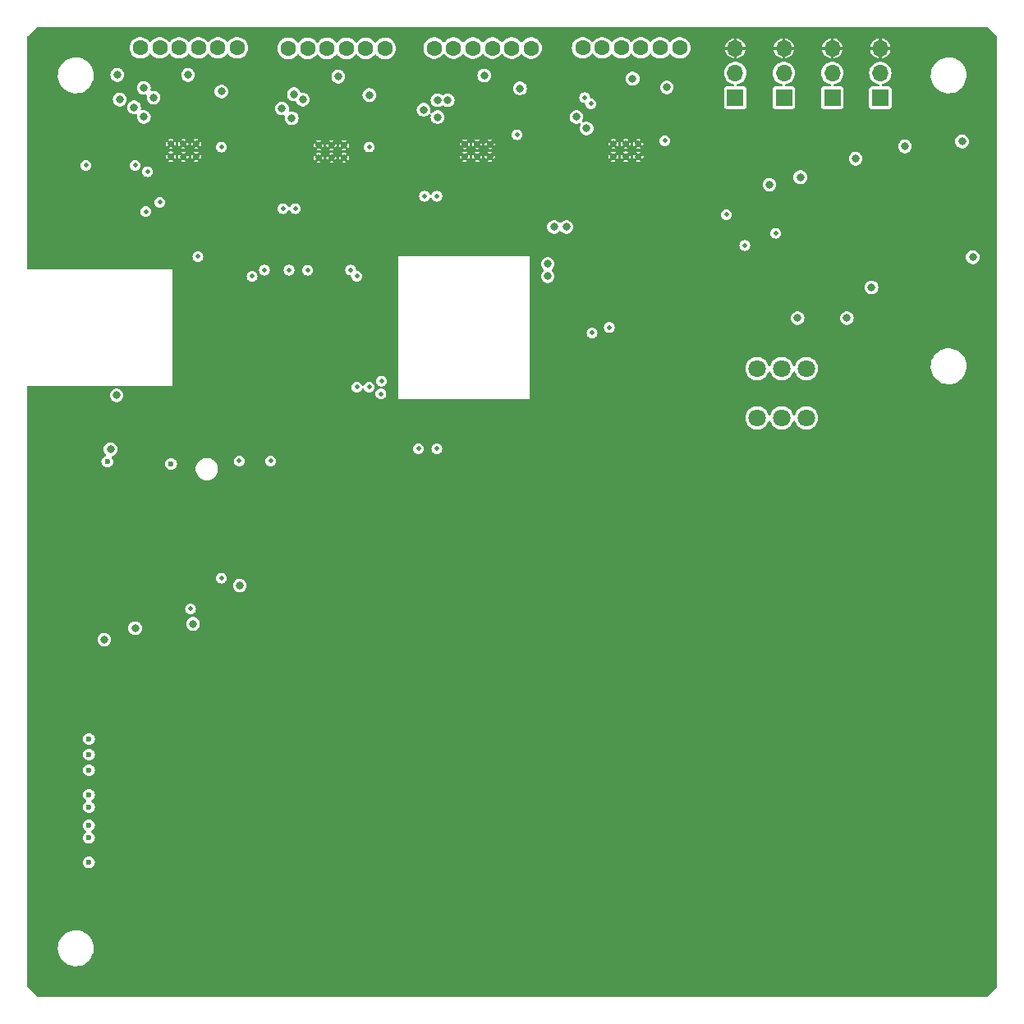
<source format=gbr>
%TF.GenerationSoftware,KiCad,Pcbnew,7.0.2-0*%
%TF.CreationDate,2024-06-06T04:37:27-07:00*%
%TF.ProjectId,version_1,76657273-696f-46e5-9f31-2e6b69636164,rev?*%
%TF.SameCoordinates,Original*%
%TF.FileFunction,Copper,L3,Inr*%
%TF.FilePolarity,Positive*%
%FSLAX46Y46*%
G04 Gerber Fmt 4.6, Leading zero omitted, Abs format (unit mm)*
G04 Created by KiCad (PCBNEW 7.0.2-0) date 2024-06-06 04:37:27*
%MOMM*%
%LPD*%
G01*
G04 APERTURE LIST*
%TA.AperFunction,ComponentPad*%
%ADD10R,1.700000X1.700000*%
%TD*%
%TA.AperFunction,ComponentPad*%
%ADD11O,1.700000X1.700000*%
%TD*%
%TA.AperFunction,ComponentPad*%
%ADD12C,1.600000*%
%TD*%
%TA.AperFunction,ComponentPad*%
%ADD13C,0.630000*%
%TD*%
%TA.AperFunction,ComponentPad*%
%ADD14C,1.800000*%
%TD*%
%TA.AperFunction,ViaPad*%
%ADD15C,0.500000*%
%TD*%
%TA.AperFunction,ViaPad*%
%ADD16C,0.800000*%
%TD*%
%TA.AperFunction,ViaPad*%
%ADD17C,0.600000*%
%TD*%
G04 APERTURE END LIST*
D10*
%TO.N,/Servo/PWM*%
%TO.C,M8*%
X107950000Y-27305000D03*
D11*
%TO.N,Net-(M8-+)*%
X107950000Y-24765000D03*
%TO.N,GND*%
X107950000Y-22225000D03*
%TD*%
D12*
%TO.N,Net-(U16-OUT2)*%
%TO.C,CN3*%
X46902999Y-22225000D03*
%TO.N,ENC_PWR_G*%
X48902999Y-22225000D03*
%TO.N,/ENCODER5*%
X50902999Y-22225000D03*
%TO.N,/ENCODER6*%
X52902999Y-22225000D03*
%TO.N,ENC_PWR_P*%
X54902999Y-22225000D03*
%TO.N,Net-(U16-OUT1)*%
X56902999Y-22225000D03*
%TD*%
D13*
%TO.N,GND*%
%TO.C,U17*%
X34801000Y-33378973D03*
X36101000Y-33378973D03*
X37401000Y-33378973D03*
X34801000Y-32078973D03*
X36101000Y-32078973D03*
X37401000Y-32078973D03*
%TD*%
D12*
%TO.N,Net-(U17-OUT2)*%
%TO.C,CN4*%
X31655000Y-22172973D03*
%TO.N,ENC_PWR_G*%
X33655000Y-22172973D03*
%TO.N,/ENCODER7*%
X35655000Y-22172973D03*
%TO.N,/ENCODER8*%
X37655000Y-22172973D03*
%TO.N,ENC_PWR_P*%
X39655000Y-22172973D03*
%TO.N,Net-(U17-OUT1)*%
X41655000Y-22172973D03*
%TD*%
D13*
%TO.N,GND*%
%TO.C,U16*%
X50049000Y-33502973D03*
X51349000Y-33502973D03*
X52649000Y-33502973D03*
X50049000Y-32202973D03*
X51349000Y-32202973D03*
X52649000Y-32202973D03*
%TD*%
%TO.N,GND*%
%TO.C,U13*%
X80409000Y-33378973D03*
X81709000Y-33378973D03*
X83009000Y-33378973D03*
X80409000Y-32078973D03*
X81709000Y-32078973D03*
X83009000Y-32078973D03*
%TD*%
D10*
%TO.N,/Untitled Sheet4/PWM*%
%TO.C,M6*%
X98000000Y-27305000D03*
D11*
%TO.N,Net-(M6-+)*%
X98000000Y-24765000D03*
%TO.N,GND*%
X98000000Y-22225000D03*
%TD*%
D10*
%TO.N,/Untitled Sheet7/PWM*%
%TO.C,M5*%
X93000000Y-27305000D03*
D11*
%TO.N,Net-(M5-+)*%
X93000000Y-24765000D03*
%TO.N,GND*%
X93000000Y-22225000D03*
%TD*%
D12*
%TO.N,Net-(U15-OUT2)*%
%TO.C,CN2*%
X61942999Y-22188973D03*
%TO.N,ENC_PWR_G*%
X63942999Y-22188973D03*
%TO.N,/ENCODER3*%
X65942999Y-22188973D03*
%TO.N,/ENCODER4*%
X67942999Y-22188973D03*
%TO.N,ENC_PWR_P*%
X69942999Y-22188973D03*
%TO.N,Net-(U15-OUT1)*%
X71942999Y-22188973D03*
%TD*%
D13*
%TO.N,GND*%
%TO.C,U15*%
X65089000Y-33394973D03*
X66389000Y-33394973D03*
X67689000Y-33394973D03*
X65089000Y-32094973D03*
X66389000Y-32094973D03*
X67689000Y-32094973D03*
%TD*%
D10*
%TO.N,/Servo2/PWM*%
%TO.C,M7*%
X103000000Y-27305000D03*
D11*
%TO.N,Net-(M7-+)*%
X103000000Y-24765000D03*
%TO.N,GND*%
X103000000Y-22225000D03*
%TD*%
D14*
%TO.N,VCC*%
%TO.C,U7*%
X95249995Y-55244995D03*
%TO.N,Net-(F2-Pad2)*%
X97790000Y-55244995D03*
%TO.N,unconnected-(U7-Pad3)*%
X100330005Y-55244995D03*
%TO.N,VCC*%
X95249995Y-60325005D03*
%TO.N,Net-(F2-Pad2)*%
X97790000Y-60325005D03*
%TO.N,unconnected-(U7-Pad6)*%
X100330005Y-60325005D03*
%TD*%
D12*
%TO.N,Net-(U13-OUT2)*%
%TO.C,CN1*%
X77262999Y-22172973D03*
%TO.N,ENC_PWR_G*%
X79262999Y-22172973D03*
%TO.N,/ENCODER1*%
X81262999Y-22172973D03*
%TO.N,/ENCODER2*%
X83262999Y-22172973D03*
%TO.N,ENC_PWR_P*%
X85262999Y-22172973D03*
%TO.N,Net-(U13-OUT1)*%
X87262999Y-22172973D03*
%TD*%
D15*
%TO.N,VCC*%
X92075000Y-39370000D03*
D16*
X70797546Y-26347546D03*
X40005000Y-26670000D03*
D15*
X93980000Y-42545000D03*
D16*
X85939174Y-26249174D03*
X55269290Y-27031512D03*
%TO.N,GND*%
X60325000Y-34290000D03*
X52705000Y-71755000D03*
X82550000Y-61637973D03*
X80645000Y-58325000D03*
X75565000Y-72390000D03*
D15*
X106680000Y-60325000D03*
D16*
X85725000Y-105410000D03*
X50800000Y-71755000D03*
X84455000Y-60367973D03*
D15*
X52966011Y-27198900D03*
D16*
X97790000Y-117475000D03*
D15*
X118745000Y-51435000D03*
D16*
X88265000Y-61637973D03*
X85725000Y-103505000D03*
X97155000Y-86995000D03*
X88265000Y-56515000D03*
X45720000Y-71755000D03*
X97155000Y-68580000D03*
X89535000Y-117475000D03*
D15*
X38100000Y-38735000D03*
D16*
X74295000Y-82550000D03*
X68580000Y-38100000D03*
X74295000Y-97790000D03*
X84455000Y-56515000D03*
X100330000Y-117475000D03*
X37465000Y-117475000D03*
X61595000Y-100330000D03*
D15*
X112395000Y-45085000D03*
D16*
X45482500Y-31115000D03*
X21927500Y-93345000D03*
X85725000Y-85090000D03*
X28575000Y-21590000D03*
X80645000Y-117475000D03*
X21292500Y-109220000D03*
X86360000Y-58462973D03*
X97155000Y-80010000D03*
X40005000Y-117475000D03*
X61595000Y-104775000D03*
X95885000Y-117475000D03*
X96520000Y-100965000D03*
X34925000Y-117475000D03*
X115297500Y-47498500D03*
X74295000Y-85090000D03*
D15*
X66675000Y-27940000D03*
D16*
X97155000Y-75565000D03*
X48260000Y-117475000D03*
X21292500Y-95250000D03*
X62230000Y-85090000D03*
X86360000Y-60367973D03*
X45085000Y-35560000D03*
X74295000Y-102870000D03*
X21927500Y-107200237D03*
X21590000Y-33020000D03*
X85725000Y-100965000D03*
D15*
X24130000Y-85725000D03*
D16*
X40005000Y-50165000D03*
X40005000Y-52705000D03*
X42545000Y-56515000D03*
X64135000Y-117475000D03*
X82550000Y-60367973D03*
X21292500Y-97155000D03*
X29845000Y-33020000D03*
X22562500Y-94500237D03*
X88265000Y-58462973D03*
X27305000Y-43815000D03*
X86995000Y-117475000D03*
X88265000Y-60367973D03*
X40005000Y-54610000D03*
X61595000Y-97790000D03*
X26670000Y-57785000D03*
X22562500Y-97675237D03*
X80645000Y-59595000D03*
X84455000Y-58462973D03*
X21292500Y-102870000D03*
X24765000Y-71185000D03*
X85725000Y-86995000D03*
X21292500Y-99060000D03*
X45085000Y-27940000D03*
X112395000Y-59055000D03*
D15*
X93345000Y-35560000D03*
D16*
X80645000Y-56420000D03*
D15*
X118745000Y-29210000D03*
D16*
X97155000Y-85090000D03*
X22362500Y-98700000D03*
X96520000Y-98425000D03*
X85725000Y-98425000D03*
X60325000Y-31115000D03*
X85725000Y-82550000D03*
X107950000Y-43815000D03*
X73660000Y-117475000D03*
X105137500Y-45593500D03*
D15*
X36830000Y-26035000D03*
D16*
X21590000Y-81915000D03*
X21292500Y-111125000D03*
X92075000Y-117475000D03*
X22562500Y-103390237D03*
D15*
X33020000Y-32385000D03*
D16*
X66675000Y-117475000D03*
D15*
X83185000Y-27305000D03*
D16*
X61595000Y-102870000D03*
X50800000Y-117475000D03*
X55880000Y-37465000D03*
X62230000Y-80010000D03*
X66675000Y-64135000D03*
D15*
X40005000Y-37465000D03*
D17*
X24755000Y-78204763D03*
D16*
X48989500Y-38100000D03*
X40005000Y-47625000D03*
X115873000Y-36904973D03*
X84455000Y-61637973D03*
X74295000Y-80010000D03*
X22362500Y-101700000D03*
X85725000Y-51435000D03*
X74915500Y-28321000D03*
X22225000Y-28575000D03*
X102870000Y-117475000D03*
X62230000Y-86995000D03*
X75565000Y-67310000D03*
X75565000Y-34290000D03*
X85725000Y-80010000D03*
X96520000Y-105410000D03*
D15*
X90929252Y-37151626D03*
D16*
X45085000Y-38100000D03*
X75565000Y-36830000D03*
X83820000Y-38100000D03*
X22562500Y-111010237D03*
X78105000Y-117475000D03*
X75565000Y-69850000D03*
X22860000Y-71185000D03*
X48260000Y-71755000D03*
X86360000Y-61637973D03*
X21292500Y-105410000D03*
X80645000Y-61500000D03*
X79349500Y-36670819D03*
X82550000Y-58462973D03*
D15*
X29210000Y-29845000D03*
D16*
X59690000Y-117475000D03*
X75565000Y-31115000D03*
D15*
X105410000Y-41910000D03*
D16*
X85090000Y-117475000D03*
X45482500Y-33655000D03*
X53340000Y-117475000D03*
X74295000Y-86995000D03*
D15*
X22225000Y-30480000D03*
D16*
X97155000Y-82550000D03*
X24042316Y-57758725D03*
X21292500Y-100330000D03*
X97155000Y-73660000D03*
X75565000Y-74295000D03*
X62230000Y-82550000D03*
X22362500Y-95700000D03*
X61595000Y-117475000D03*
D15*
X90805000Y-31115000D03*
D16*
X21590000Y-36195000D03*
X74295000Y-100330000D03*
X70485000Y-27940000D03*
X22362500Y-105700000D03*
X64029500Y-36686819D03*
X74295000Y-104775000D03*
X75565000Y-117475000D03*
X21292500Y-107950000D03*
D15*
X90704500Y-34163000D03*
D16*
X53975000Y-64135000D03*
X46355000Y-117475000D03*
X86360000Y-56515000D03*
D15*
X91440000Y-38100000D03*
D16*
X27940000Y-85090000D03*
X75565000Y-38100000D03*
X26670000Y-71185000D03*
D15*
X110490000Y-40005000D03*
D16*
X22362500Y-109700000D03*
X33020000Y-117475000D03*
X97155000Y-71120000D03*
X105772500Y-47663000D03*
X96520000Y-103505000D03*
D15*
X112395000Y-29210000D03*
D16*
X82550000Y-56515000D03*
%TO.N,+5V*%
X110490000Y-32332973D03*
X96520000Y-36275500D03*
X116381000Y-31824973D03*
D15*
X85725000Y-31750000D03*
X70485000Y-31115000D03*
X97155000Y-41275000D03*
X40005000Y-32385000D03*
D16*
X99695000Y-35507973D03*
X117475000Y-43762973D03*
D15*
X55245000Y-32385000D03*
D16*
X105410000Y-33602973D03*
D15*
%TO.N,+3.3V*%
X26035000Y-34290000D03*
D16*
X28575000Y-63565000D03*
D15*
X32222573Y-39058849D03*
D16*
X29210000Y-58000000D03*
%TO.N,/ENCODER2*%
X73660000Y-45720000D03*
X77672388Y-30480000D03*
X75565000Y-40640000D03*
D15*
X78105000Y-27940000D03*
D16*
%TO.N,/ENCODER1*%
X76613041Y-29297545D03*
D15*
X77470000Y-27305000D03*
D16*
X73660000Y-44450000D03*
X74295000Y-40640000D03*
D15*
%TO.N,/ENCODER4*%
X62230000Y-63500000D03*
X62230000Y-37465000D03*
D16*
X63356502Y-27576413D03*
D15*
X53975000Y-45720000D03*
D16*
X62303000Y-29312973D03*
D15*
X55245000Y-57150000D03*
%TO.N,/ENCODER3*%
X53340000Y-45085000D03*
D16*
X62303000Y-27576413D03*
D15*
X60325000Y-63500000D03*
X53975000Y-57150000D03*
X60960000Y-37465000D03*
D16*
X60862209Y-28549686D03*
%TO.N,/ENCODER6*%
X48386408Y-27499802D03*
D15*
X48895000Y-45085000D03*
D16*
X47263000Y-29420973D03*
D15*
X47625000Y-38735000D03*
%TO.N,/ENCODER5*%
X46990000Y-45085000D03*
X46355000Y-38735000D03*
D16*
X47487458Y-26950473D03*
X46263000Y-28420973D03*
D15*
%TO.N,/ENCODER8*%
X44450000Y-45085000D03*
D16*
X32015000Y-29296973D03*
D15*
X32385000Y-34925000D03*
D16*
X33015000Y-27296973D03*
D15*
%TO.N,/ENCODER7*%
X31115000Y-34290000D03*
D16*
X32015000Y-26296973D03*
D15*
X43180000Y-45720000D03*
D16*
X31015000Y-28296973D03*
D15*
%TO.N,/PWM_CS*%
X45085000Y-64770000D03*
X41842500Y-64770000D03*
%TO.N,Net-(U1-GPIO28_ADC2)*%
X80010000Y-51000000D03*
X56515000Y-56515000D03*
D17*
%TO.N,Net-(U1-GPIO4)*%
X28246500Y-64835000D03*
X34825000Y-65060000D03*
D16*
%TO.N,/SCL*%
X27940000Y-83185000D03*
X31115000Y-82000000D03*
%TO.N,Net-(U4-SW)*%
X107042500Y-46863500D03*
X104502500Y-50038500D03*
X99422500Y-50038500D03*
%TO.N,ENC_PWR_G*%
X29273000Y-24966973D03*
%TO.N,ENC_PWR_P*%
X52060000Y-25135473D03*
X29527000Y-27506973D03*
X67110000Y-25021973D03*
X36575000Y-24966971D03*
X82415270Y-25338672D03*
D15*
%TO.N,1S*%
X36830000Y-80010000D03*
X40005000Y-76835000D03*
%TO.N,Net-(D5-A)*%
X33655000Y-38100000D03*
X37595454Y-43684546D03*
X78236160Y-51566160D03*
X56455682Y-57844318D03*
D17*
%TO.N,Net-(Q21-G)*%
X26362500Y-103620000D03*
X26362500Y-106160000D03*
X26362500Y-100445000D03*
D16*
X37087552Y-81562449D03*
X41910000Y-77615500D03*
D17*
X26362500Y-96635000D03*
X26362500Y-95024500D03*
X26362500Y-93425500D03*
X26362500Y-102350000D03*
X26362500Y-99175000D03*
%TD*%
%TA.AperFunction,Conductor*%
%TO.N,GND*%
G36*
X119015723Y-20020502D02*
G01*
X119036697Y-20037405D01*
X119962594Y-20963302D01*
X119996620Y-21025614D01*
X119999499Y-21052397D01*
X119999499Y-118947602D01*
X119979497Y-119015723D01*
X119962598Y-119036692D01*
X119036695Y-119962596D01*
X118974385Y-119996620D01*
X118947602Y-119999500D01*
X21052397Y-119999500D01*
X20984276Y-119979498D01*
X20963306Y-119962599D01*
X20037402Y-119036694D01*
X20003379Y-118974385D01*
X20000500Y-118947602D01*
X20000500Y-115067766D01*
X23145787Y-115067766D01*
X23175413Y-115337015D01*
X23175414Y-115337018D01*
X23243928Y-115599088D01*
X23349870Y-115848390D01*
X23490982Y-116079610D01*
X23664255Y-116287820D01*
X23664256Y-116287821D01*
X23664258Y-116287823D01*
X23865993Y-116468578D01*
X23865995Y-116468579D01*
X23865998Y-116468582D01*
X24091910Y-116618044D01*
X24224104Y-116680014D01*
X24337171Y-116733018D01*
X24337173Y-116733018D01*
X24337176Y-116733020D01*
X24596569Y-116811060D01*
X24596572Y-116811060D01*
X24596574Y-116811061D01*
X24864558Y-116850500D01*
X24864561Y-116850500D01*
X25065330Y-116850500D01*
X25067631Y-116850500D01*
X25270156Y-116835677D01*
X25534553Y-116776780D01*
X25787558Y-116680014D01*
X26023777Y-116547441D01*
X26238177Y-116381888D01*
X26426186Y-116186881D01*
X26583799Y-115966579D01*
X26707656Y-115725675D01*
X26795118Y-115469305D01*
X26844319Y-115202933D01*
X26854212Y-114932235D01*
X26824586Y-114662982D01*
X26756072Y-114400912D01*
X26650130Y-114151610D01*
X26509018Y-113920390D01*
X26335745Y-113712180D01*
X26230759Y-113618112D01*
X26134006Y-113531421D01*
X26134003Y-113531419D01*
X26134002Y-113531418D01*
X25908090Y-113381956D01*
X25908086Y-113381954D01*
X25662828Y-113266981D01*
X25403425Y-113188938D01*
X25135442Y-113149500D01*
X25135439Y-113149500D01*
X24932369Y-113149500D01*
X24930099Y-113149666D01*
X24930075Y-113149667D01*
X24729839Y-113164323D01*
X24465449Y-113223219D01*
X24212441Y-113319985D01*
X23976225Y-113452557D01*
X23761820Y-113618114D01*
X23573815Y-113813117D01*
X23416200Y-114033422D01*
X23292342Y-114274328D01*
X23204882Y-114530693D01*
X23155681Y-114797065D01*
X23145787Y-115067766D01*
X20000500Y-115067766D01*
X20000500Y-106160000D01*
X25751977Y-106160000D01*
X25772779Y-106318014D01*
X25833772Y-106465263D01*
X25930794Y-106591705D01*
X26057236Y-106688727D01*
X26057237Y-106688727D01*
X26057238Y-106688728D01*
X26204485Y-106749720D01*
X26362500Y-106770523D01*
X26520515Y-106749720D01*
X26667762Y-106688728D01*
X26794205Y-106591705D01*
X26891228Y-106465262D01*
X26952220Y-106318015D01*
X26973023Y-106160000D01*
X26952220Y-106001985D01*
X26891228Y-105854739D01*
X26794205Y-105728295D01*
X26794203Y-105728293D01*
X26794202Y-105728292D01*
X26667763Y-105631272D01*
X26520514Y-105570279D01*
X26383302Y-105552215D01*
X26362500Y-105549477D01*
X26362499Y-105549477D01*
X26204485Y-105570279D01*
X26057239Y-105631271D01*
X25930795Y-105728295D01*
X25833771Y-105854739D01*
X25772779Y-106001985D01*
X25751977Y-106160000D01*
X20000500Y-106160000D01*
X20000500Y-103620000D01*
X25751977Y-103620000D01*
X25772779Y-103778014D01*
X25833772Y-103925263D01*
X25930794Y-104051705D01*
X26057236Y-104148727D01*
X26057237Y-104148727D01*
X26057238Y-104148728D01*
X26204485Y-104209720D01*
X26362500Y-104230523D01*
X26520515Y-104209720D01*
X26667762Y-104148728D01*
X26794205Y-104051705D01*
X26891228Y-103925262D01*
X26952220Y-103778015D01*
X26973023Y-103620000D01*
X26952220Y-103461985D01*
X26891228Y-103314739D01*
X26794205Y-103188295D01*
X26667762Y-103091272D01*
X26659539Y-103084962D01*
X26617672Y-103027624D01*
X26613450Y-102956754D01*
X26648214Y-102894851D01*
X26659539Y-102885038D01*
X26688865Y-102862535D01*
X26794205Y-102781705D01*
X26891228Y-102655262D01*
X26952220Y-102508015D01*
X26973023Y-102350000D01*
X26952220Y-102191985D01*
X26891228Y-102044739D01*
X26794205Y-101918295D01*
X26794203Y-101918293D01*
X26794202Y-101918292D01*
X26667763Y-101821272D01*
X26520514Y-101760279D01*
X26362500Y-101739477D01*
X26204485Y-101760279D01*
X26057239Y-101821271D01*
X25930795Y-101918295D01*
X25833771Y-102044739D01*
X25772779Y-102191985D01*
X25751977Y-102349999D01*
X25772779Y-102508014D01*
X25833772Y-102655263D01*
X25930794Y-102781705D01*
X26065460Y-102885038D01*
X26107327Y-102942376D01*
X26111549Y-103013247D01*
X26076785Y-103075150D01*
X26065460Y-103084962D01*
X25930797Y-103188292D01*
X25833771Y-103314739D01*
X25772779Y-103461985D01*
X25751977Y-103620000D01*
X20000500Y-103620000D01*
X20000500Y-100445000D01*
X25751977Y-100445000D01*
X25772779Y-100603014D01*
X25833772Y-100750263D01*
X25930794Y-100876705D01*
X26057236Y-100973727D01*
X26057237Y-100973727D01*
X26057238Y-100973728D01*
X26204485Y-101034720D01*
X26362500Y-101055523D01*
X26520515Y-101034720D01*
X26667762Y-100973728D01*
X26794205Y-100876705D01*
X26891228Y-100750262D01*
X26952220Y-100603015D01*
X26973023Y-100445000D01*
X26952220Y-100286985D01*
X26891228Y-100139739D01*
X26794205Y-100013295D01*
X26667762Y-99916272D01*
X26659539Y-99909962D01*
X26617672Y-99852624D01*
X26613450Y-99781754D01*
X26648214Y-99719851D01*
X26659539Y-99710038D01*
X26688865Y-99687535D01*
X26794205Y-99606705D01*
X26891228Y-99480262D01*
X26952220Y-99333015D01*
X26973023Y-99175000D01*
X26952220Y-99016985D01*
X26891228Y-98869739D01*
X26794205Y-98743295D01*
X26794203Y-98743293D01*
X26794202Y-98743292D01*
X26667763Y-98646272D01*
X26520514Y-98585279D01*
X26383302Y-98567215D01*
X26362500Y-98564477D01*
X26362499Y-98564477D01*
X26204485Y-98585279D01*
X26057239Y-98646271D01*
X25930795Y-98743295D01*
X25833771Y-98869739D01*
X25772779Y-99016985D01*
X25751977Y-99175000D01*
X25772779Y-99333014D01*
X25833772Y-99480263D01*
X25930794Y-99606705D01*
X26065460Y-99710038D01*
X26107327Y-99767376D01*
X26111549Y-99838247D01*
X26076785Y-99900150D01*
X26065460Y-99909962D01*
X25930797Y-100013292D01*
X25833771Y-100139739D01*
X25772779Y-100286985D01*
X25751977Y-100445000D01*
X20000500Y-100445000D01*
X20000500Y-96635000D01*
X25751977Y-96635000D01*
X25772779Y-96793014D01*
X25833772Y-96940263D01*
X25930794Y-97066705D01*
X26057236Y-97163727D01*
X26057237Y-97163727D01*
X26057238Y-97163728D01*
X26204485Y-97224720D01*
X26362500Y-97245523D01*
X26520515Y-97224720D01*
X26667762Y-97163728D01*
X26794205Y-97066705D01*
X26891228Y-96940262D01*
X26952220Y-96793015D01*
X26973023Y-96635000D01*
X26952220Y-96476985D01*
X26891228Y-96329739D01*
X26794205Y-96203295D01*
X26794203Y-96203293D01*
X26794202Y-96203292D01*
X26667763Y-96106272D01*
X26520514Y-96045279D01*
X26383302Y-96027215D01*
X26362500Y-96024477D01*
X26362499Y-96024477D01*
X26204485Y-96045279D01*
X26057239Y-96106271D01*
X25930795Y-96203295D01*
X25833771Y-96329739D01*
X25772779Y-96476985D01*
X25751977Y-96635000D01*
X20000500Y-96635000D01*
X20000500Y-95024500D01*
X25751977Y-95024500D01*
X25772779Y-95182514D01*
X25833772Y-95329763D01*
X25930794Y-95456205D01*
X26057236Y-95553227D01*
X26057237Y-95553227D01*
X26057238Y-95553228D01*
X26204485Y-95614220D01*
X26362500Y-95635023D01*
X26520515Y-95614220D01*
X26667762Y-95553228D01*
X26794205Y-95456205D01*
X26891228Y-95329762D01*
X26952220Y-95182515D01*
X26973023Y-95024500D01*
X26952220Y-94866485D01*
X26891228Y-94719239D01*
X26794205Y-94592795D01*
X26794203Y-94592793D01*
X26794202Y-94592792D01*
X26667763Y-94495772D01*
X26520514Y-94434779D01*
X26362500Y-94413977D01*
X26204485Y-94434779D01*
X26057239Y-94495771D01*
X25930795Y-94592795D01*
X25833771Y-94719239D01*
X25772779Y-94866485D01*
X25751977Y-95024500D01*
X20000500Y-95024500D01*
X20000500Y-93425499D01*
X25751977Y-93425499D01*
X25772779Y-93583514D01*
X25833772Y-93730763D01*
X25930794Y-93857205D01*
X26057236Y-93954227D01*
X26057237Y-93954227D01*
X26057238Y-93954228D01*
X26204485Y-94015220D01*
X26362500Y-94036023D01*
X26520515Y-94015220D01*
X26667762Y-93954228D01*
X26794205Y-93857205D01*
X26891228Y-93730762D01*
X26952220Y-93583515D01*
X26973023Y-93425500D01*
X26952220Y-93267485D01*
X26891228Y-93120239D01*
X26794205Y-92993795D01*
X26794203Y-92993793D01*
X26794202Y-92993792D01*
X26667763Y-92896772D01*
X26520514Y-92835779D01*
X26383301Y-92817715D01*
X26362500Y-92814977D01*
X26362499Y-92814977D01*
X26204485Y-92835779D01*
X26057239Y-92896771D01*
X25930795Y-92993795D01*
X25833771Y-93120239D01*
X25772779Y-93267485D01*
X25751977Y-93425499D01*
X20000500Y-93425499D01*
X20000500Y-83185000D01*
X27229520Y-83185000D01*
X27250164Y-83355027D01*
X27310899Y-83515174D01*
X27310900Y-83515176D01*
X27310901Y-83515177D01*
X27408198Y-83656135D01*
X27536401Y-83769714D01*
X27688060Y-83849310D01*
X27854361Y-83890300D01*
X27854363Y-83890300D01*
X28025637Y-83890300D01*
X28025639Y-83890300D01*
X28191940Y-83849310D01*
X28343599Y-83769714D01*
X28471802Y-83656135D01*
X28569099Y-83515177D01*
X28629835Y-83355029D01*
X28650480Y-83185000D01*
X28629835Y-83014971D01*
X28569099Y-82854823D01*
X28471802Y-82713865D01*
X28415866Y-82664310D01*
X28343598Y-82600285D01*
X28267769Y-82560487D01*
X28191940Y-82520690D01*
X28025639Y-82479700D01*
X27854361Y-82479700D01*
X27688060Y-82520690D01*
X27688058Y-82520690D01*
X27688058Y-82520691D01*
X27536401Y-82600285D01*
X27408199Y-82713863D01*
X27310899Y-82854825D01*
X27250164Y-83014972D01*
X27229520Y-83185000D01*
X20000500Y-83185000D01*
X20000500Y-82000000D01*
X30404520Y-82000000D01*
X30425164Y-82170027D01*
X30485899Y-82330174D01*
X30583199Y-82471136D01*
X30639135Y-82520691D01*
X30711401Y-82584714D01*
X30863060Y-82664310D01*
X31029361Y-82705300D01*
X31029363Y-82705300D01*
X31200637Y-82705300D01*
X31200639Y-82705300D01*
X31366940Y-82664310D01*
X31518599Y-82584714D01*
X31646802Y-82471135D01*
X31744099Y-82330177D01*
X31804835Y-82170029D01*
X31825480Y-82000000D01*
X31804835Y-81829971D01*
X31744099Y-81669823D01*
X31669983Y-81562448D01*
X36377072Y-81562448D01*
X36397716Y-81732476D01*
X36458451Y-81892623D01*
X36458452Y-81892625D01*
X36458453Y-81892626D01*
X36555750Y-82033584D01*
X36683953Y-82147163D01*
X36835612Y-82226759D01*
X37001913Y-82267749D01*
X37001915Y-82267749D01*
X37173189Y-82267749D01*
X37173191Y-82267749D01*
X37339492Y-82226759D01*
X37491151Y-82147163D01*
X37619354Y-82033584D01*
X37716651Y-81892626D01*
X37777387Y-81732478D01*
X37798032Y-81562449D01*
X37777387Y-81392420D01*
X37716651Y-81232272D01*
X37619354Y-81091314D01*
X37491151Y-80977735D01*
X37491150Y-80977734D01*
X37415321Y-80937936D01*
X37339492Y-80898139D01*
X37173191Y-80857149D01*
X37001913Y-80857149D01*
X36835612Y-80898139D01*
X36835610Y-80898139D01*
X36835610Y-80898140D01*
X36683953Y-80977734D01*
X36555751Y-81091312D01*
X36458451Y-81232274D01*
X36397716Y-81392421D01*
X36377072Y-81562448D01*
X31669983Y-81562448D01*
X31646802Y-81528865D01*
X31518599Y-81415286D01*
X31518598Y-81415285D01*
X31442769Y-81375488D01*
X31366940Y-81335690D01*
X31200639Y-81294700D01*
X31029361Y-81294700D01*
X30863060Y-81335690D01*
X30863058Y-81335690D01*
X30863058Y-81335691D01*
X30711401Y-81415285D01*
X30583199Y-81528863D01*
X30485899Y-81669825D01*
X30425164Y-81829972D01*
X30404520Y-82000000D01*
X20000500Y-82000000D01*
X20000500Y-80010000D01*
X36269908Y-80010000D01*
X36288992Y-80154961D01*
X36344945Y-80290044D01*
X36344946Y-80290046D01*
X36433955Y-80406045D01*
X36549954Y-80495054D01*
X36685038Y-80551007D01*
X36830000Y-80570092D01*
X36974962Y-80551007D01*
X37110046Y-80495054D01*
X37226045Y-80406045D01*
X37315054Y-80290046D01*
X37371007Y-80154962D01*
X37390092Y-80010000D01*
X37371007Y-79865038D01*
X37315054Y-79729954D01*
X37226045Y-79613955D01*
X37110046Y-79524946D01*
X37110044Y-79524945D01*
X36974961Y-79468992D01*
X36830000Y-79449908D01*
X36685038Y-79468992D01*
X36549955Y-79524945D01*
X36433955Y-79613955D01*
X36344945Y-79729955D01*
X36288992Y-79865038D01*
X36269908Y-80010000D01*
X20000500Y-80010000D01*
X20000500Y-77615499D01*
X41199520Y-77615499D01*
X41220164Y-77785527D01*
X41280899Y-77945674D01*
X41280900Y-77945676D01*
X41280901Y-77945677D01*
X41378198Y-78086635D01*
X41506401Y-78200214D01*
X41658060Y-78279810D01*
X41824361Y-78320800D01*
X41824363Y-78320800D01*
X41995637Y-78320800D01*
X41995639Y-78320800D01*
X42161940Y-78279810D01*
X42313599Y-78200214D01*
X42441802Y-78086635D01*
X42539099Y-77945677D01*
X42599835Y-77785529D01*
X42620480Y-77615500D01*
X42599835Y-77445471D01*
X42539099Y-77285323D01*
X42441802Y-77144365D01*
X42313599Y-77030786D01*
X42313598Y-77030785D01*
X42216759Y-76979961D01*
X42161940Y-76951190D01*
X41995639Y-76910200D01*
X41824361Y-76910200D01*
X41658060Y-76951190D01*
X41658058Y-76951190D01*
X41658058Y-76951191D01*
X41506401Y-77030785D01*
X41378199Y-77144363D01*
X41280899Y-77285325D01*
X41220164Y-77445472D01*
X41199520Y-77615499D01*
X20000500Y-77615499D01*
X20000500Y-76835000D01*
X39444908Y-76835000D01*
X39463992Y-76979961D01*
X39519945Y-77115044D01*
X39519946Y-77115046D01*
X39608955Y-77231045D01*
X39724954Y-77320054D01*
X39860038Y-77376007D01*
X40005000Y-77395092D01*
X40149962Y-77376007D01*
X40285046Y-77320054D01*
X40401045Y-77231045D01*
X40490054Y-77115046D01*
X40546007Y-76979962D01*
X40565092Y-76835000D01*
X40546007Y-76690038D01*
X40490054Y-76554954D01*
X40401045Y-76438955D01*
X40285046Y-76349946D01*
X40285044Y-76349945D01*
X40149961Y-76293992D01*
X40024083Y-76277420D01*
X40005000Y-76274908D01*
X40004999Y-76274908D01*
X39860038Y-76293992D01*
X39724955Y-76349945D01*
X39608955Y-76438955D01*
X39519945Y-76554955D01*
X39463992Y-76690038D01*
X39444908Y-76835000D01*
X20000500Y-76835000D01*
X20000500Y-65696597D01*
X37349360Y-65696597D01*
X37388538Y-65906184D01*
X37388539Y-65906185D01*
X37465562Y-66105008D01*
X37577807Y-66286288D01*
X37577808Y-66286289D01*
X37721453Y-66443859D01*
X37891605Y-66572353D01*
X38082471Y-66667392D01*
X38287550Y-66725743D01*
X38363341Y-66732765D01*
X38443749Y-66740217D01*
X38443755Y-66740217D01*
X38446666Y-66740487D01*
X38449579Y-66740487D01*
X38550141Y-66740487D01*
X38553054Y-66740487D01*
X38555965Y-66740217D01*
X38555970Y-66740217D01*
X38611114Y-66735106D01*
X38712170Y-66725743D01*
X38917249Y-66667392D01*
X39108115Y-66572353D01*
X39278267Y-66443859D01*
X39421912Y-66286289D01*
X39534158Y-66105006D01*
X39611181Y-65906185D01*
X39650360Y-65696597D01*
X39650360Y-65483377D01*
X39611181Y-65273789D01*
X39534158Y-65074968D01*
X39534157Y-65074965D01*
X39421912Y-64893685D01*
X39309157Y-64770000D01*
X39309156Y-64769999D01*
X41282408Y-64769999D01*
X41301492Y-64914961D01*
X41333823Y-64993015D01*
X41357446Y-65050046D01*
X41446455Y-65166045D01*
X41562454Y-65255054D01*
X41697538Y-65311007D01*
X41842500Y-65330092D01*
X41987462Y-65311007D01*
X42122546Y-65255054D01*
X42238545Y-65166045D01*
X42327554Y-65050046D01*
X42383507Y-64914962D01*
X42402592Y-64770000D01*
X42402592Y-64769999D01*
X44524908Y-64769999D01*
X44543992Y-64914961D01*
X44576323Y-64993015D01*
X44599946Y-65050046D01*
X44688955Y-65166045D01*
X44804954Y-65255054D01*
X44940038Y-65311007D01*
X45085000Y-65330092D01*
X45229962Y-65311007D01*
X45365046Y-65255054D01*
X45481045Y-65166045D01*
X45570054Y-65050046D01*
X45626007Y-64914962D01*
X45645092Y-64770000D01*
X45626007Y-64625038D01*
X45570054Y-64489954D01*
X45481045Y-64373955D01*
X45365046Y-64284946D01*
X45365044Y-64284945D01*
X45229961Y-64228992D01*
X45085000Y-64209908D01*
X44940038Y-64228992D01*
X44804955Y-64284945D01*
X44688955Y-64373955D01*
X44599945Y-64489955D01*
X44543992Y-64625038D01*
X44524908Y-64769999D01*
X42402592Y-64769999D01*
X42383507Y-64625038D01*
X42327554Y-64489954D01*
X42238545Y-64373955D01*
X42122546Y-64284946D01*
X42122544Y-64284945D01*
X41987461Y-64228992D01*
X41842500Y-64209908D01*
X41697538Y-64228992D01*
X41562455Y-64284945D01*
X41446455Y-64373955D01*
X41357445Y-64489955D01*
X41301492Y-64625038D01*
X41282408Y-64769999D01*
X39309156Y-64769999D01*
X39278267Y-64736115D01*
X39131179Y-64625038D01*
X39108117Y-64607622D01*
X38917247Y-64512581D01*
X38712166Y-64454230D01*
X38555970Y-64439756D01*
X38555944Y-64439754D01*
X38553054Y-64439487D01*
X38446666Y-64439487D01*
X38443776Y-64439754D01*
X38443749Y-64439756D01*
X38287553Y-64454230D01*
X38082472Y-64512581D01*
X37891602Y-64607622D01*
X37721454Y-64736114D01*
X37577807Y-64893685D01*
X37465562Y-65074965D01*
X37391283Y-65266705D01*
X37388539Y-65273789D01*
X37349360Y-65483377D01*
X37349360Y-65696597D01*
X20000500Y-65696597D01*
X20000500Y-64835000D01*
X27635977Y-64835000D01*
X27656779Y-64993014D01*
X27717772Y-65140263D01*
X27814794Y-65266705D01*
X27941236Y-65363727D01*
X27941237Y-65363727D01*
X27941238Y-65363728D01*
X28088485Y-65424720D01*
X28246500Y-65445523D01*
X28404515Y-65424720D01*
X28551762Y-65363728D01*
X28678205Y-65266705D01*
X28775228Y-65140262D01*
X28808474Y-65060000D01*
X34214477Y-65060000D01*
X34235279Y-65218014D01*
X34296272Y-65365263D01*
X34393294Y-65491705D01*
X34519736Y-65588727D01*
X34519737Y-65588727D01*
X34519738Y-65588728D01*
X34666985Y-65649720D01*
X34825000Y-65670523D01*
X34983015Y-65649720D01*
X35130262Y-65588728D01*
X35256705Y-65491705D01*
X35353728Y-65365262D01*
X35414720Y-65218015D01*
X35435523Y-65060000D01*
X35414720Y-64901985D01*
X35353728Y-64754739D01*
X35256705Y-64628295D01*
X35256703Y-64628293D01*
X35256702Y-64628292D01*
X35130263Y-64531272D01*
X34983014Y-64470279D01*
X34825000Y-64449477D01*
X34666985Y-64470279D01*
X34519739Y-64531271D01*
X34393295Y-64628295D01*
X34296271Y-64754739D01*
X34235279Y-64901985D01*
X34214477Y-65060000D01*
X28808474Y-65060000D01*
X28836220Y-64993015D01*
X28857023Y-64835000D01*
X28836220Y-64676985D01*
X28775228Y-64529739D01*
X28706925Y-64440724D01*
X28681326Y-64374506D01*
X28695591Y-64304957D01*
X28745192Y-64254161D01*
X28776727Y-64241686D01*
X28826940Y-64229310D01*
X28978599Y-64149714D01*
X29106802Y-64036135D01*
X29204099Y-63895177D01*
X29264835Y-63735029D01*
X29285480Y-63565000D01*
X29277588Y-63499999D01*
X59764908Y-63499999D01*
X59783992Y-63644961D01*
X59839945Y-63780044D01*
X59839946Y-63780046D01*
X59928955Y-63896045D01*
X60044954Y-63985054D01*
X60180038Y-64041007D01*
X60325000Y-64060092D01*
X60469962Y-64041007D01*
X60605046Y-63985054D01*
X60721045Y-63896045D01*
X60810054Y-63780046D01*
X60866007Y-63644962D01*
X60885092Y-63500000D01*
X61669908Y-63500000D01*
X61688992Y-63644961D01*
X61744945Y-63780044D01*
X61744946Y-63780046D01*
X61833955Y-63896045D01*
X61949954Y-63985054D01*
X62085038Y-64041007D01*
X62230000Y-64060092D01*
X62374962Y-64041007D01*
X62510046Y-63985054D01*
X62626045Y-63896045D01*
X62715054Y-63780046D01*
X62771007Y-63644962D01*
X62790092Y-63500000D01*
X62771007Y-63355038D01*
X62715054Y-63219954D01*
X62626045Y-63103955D01*
X62510046Y-63014946D01*
X62510044Y-63014945D01*
X62374961Y-62958992D01*
X62230000Y-62939908D01*
X62085038Y-62958992D01*
X61949955Y-63014945D01*
X61833955Y-63103955D01*
X61744945Y-63219955D01*
X61688992Y-63355038D01*
X61669908Y-63500000D01*
X60885092Y-63500000D01*
X60866007Y-63355038D01*
X60810054Y-63219954D01*
X60721045Y-63103955D01*
X60605046Y-63014946D01*
X60605044Y-63014945D01*
X60469961Y-62958992D01*
X60325000Y-62939908D01*
X60180038Y-62958992D01*
X60044955Y-63014945D01*
X59928955Y-63103955D01*
X59839945Y-63219955D01*
X59783992Y-63355038D01*
X59764908Y-63499999D01*
X29277588Y-63499999D01*
X29264835Y-63394971D01*
X29204099Y-63234823D01*
X29106802Y-63093865D01*
X28978599Y-62980286D01*
X28978598Y-62980285D01*
X28901664Y-62939908D01*
X28826940Y-62900690D01*
X28660639Y-62859700D01*
X28489361Y-62859700D01*
X28323060Y-62900690D01*
X28323058Y-62900690D01*
X28323058Y-62900691D01*
X28171401Y-62980285D01*
X28043199Y-63093863D01*
X27945899Y-63234825D01*
X27885164Y-63394972D01*
X27864520Y-63565000D01*
X27885164Y-63735027D01*
X27945899Y-63895174D01*
X27945900Y-63895176D01*
X27945901Y-63895177D01*
X28043198Y-64036135D01*
X28067671Y-64057816D01*
X28105396Y-64117960D01*
X28104616Y-64188952D01*
X28065578Y-64248253D01*
X28032337Y-64268536D01*
X27941240Y-64306270D01*
X27814795Y-64403295D01*
X27717771Y-64529739D01*
X27656779Y-64676985D01*
X27635977Y-64835000D01*
X20000500Y-64835000D01*
X20000500Y-60325005D01*
X94039531Y-60325005D01*
X94060141Y-60547429D01*
X94121271Y-60762278D01*
X94220836Y-60962230D01*
X94220838Y-60962232D01*
X94355451Y-61140489D01*
X94520527Y-61290976D01*
X94710445Y-61408568D01*
X94918736Y-61489260D01*
X95138307Y-61530305D01*
X95138309Y-61530305D01*
X95361681Y-61530305D01*
X95361683Y-61530305D01*
X95581254Y-61489260D01*
X95789545Y-61408568D01*
X95979463Y-61290976D01*
X96144539Y-61140489D01*
X96279152Y-60962232D01*
X96378719Y-60762275D01*
X96398807Y-60691672D01*
X96436687Y-60631626D01*
X96501018Y-60601592D01*
X96571374Y-60611104D01*
X96625419Y-60657145D01*
X96641187Y-60691672D01*
X96661276Y-60762278D01*
X96760841Y-60962230D01*
X96760843Y-60962232D01*
X96895456Y-61140489D01*
X97060532Y-61290976D01*
X97250450Y-61408568D01*
X97458741Y-61489260D01*
X97678312Y-61530305D01*
X97678314Y-61530305D01*
X97901686Y-61530305D01*
X97901688Y-61530305D01*
X98121259Y-61489260D01*
X98329550Y-61408568D01*
X98519468Y-61290976D01*
X98684544Y-61140489D01*
X98819157Y-60962232D01*
X98918724Y-60762275D01*
X98938812Y-60691672D01*
X98976692Y-60631626D01*
X99041023Y-60601592D01*
X99111379Y-60611104D01*
X99165424Y-60657145D01*
X99181192Y-60691672D01*
X99201281Y-60762278D01*
X99300846Y-60962230D01*
X99300848Y-60962232D01*
X99435461Y-61140489D01*
X99600537Y-61290976D01*
X99790455Y-61408568D01*
X99998746Y-61489260D01*
X100218317Y-61530305D01*
X100218319Y-61530305D01*
X100441691Y-61530305D01*
X100441693Y-61530305D01*
X100661264Y-61489260D01*
X100869555Y-61408568D01*
X101059473Y-61290976D01*
X101224549Y-61140489D01*
X101359162Y-60962232D01*
X101458729Y-60762275D01*
X101519859Y-60547427D01*
X101540469Y-60325005D01*
X101519859Y-60102583D01*
X101458729Y-59887735D01*
X101458728Y-59887732D01*
X101458728Y-59887731D01*
X101359163Y-59687779D01*
X101326204Y-59644134D01*
X101224549Y-59509521D01*
X101059473Y-59359034D01*
X101006684Y-59326348D01*
X100869556Y-59241442D01*
X100661264Y-59160750D01*
X100661263Y-59160749D01*
X100441693Y-59119705D01*
X100218317Y-59119705D01*
X100071936Y-59147068D01*
X99998745Y-59160750D01*
X99790453Y-59241442D01*
X99600538Y-59359033D01*
X99435460Y-59509522D01*
X99300846Y-59687779D01*
X99201282Y-59887730D01*
X99181192Y-59958338D01*
X99143311Y-60018384D01*
X99078980Y-60048418D01*
X99008623Y-60038904D01*
X98954579Y-59992863D01*
X98938812Y-59958336D01*
X98918723Y-59887732D01*
X98819158Y-59687779D01*
X98786199Y-59644134D01*
X98684544Y-59509521D01*
X98519468Y-59359034D01*
X98466679Y-59326348D01*
X98329551Y-59241442D01*
X98121259Y-59160750D01*
X97901688Y-59119705D01*
X97678312Y-59119705D01*
X97531931Y-59147068D01*
X97458740Y-59160750D01*
X97250448Y-59241442D01*
X97060533Y-59359033D01*
X96895455Y-59509522D01*
X96760841Y-59687779D01*
X96661277Y-59887730D01*
X96641187Y-59958338D01*
X96603306Y-60018384D01*
X96538975Y-60048418D01*
X96468618Y-60038904D01*
X96414574Y-59992863D01*
X96398807Y-59958336D01*
X96378718Y-59887732D01*
X96279153Y-59687779D01*
X96246194Y-59644134D01*
X96144539Y-59509521D01*
X95979463Y-59359034D01*
X95926674Y-59326348D01*
X95789546Y-59241442D01*
X95581254Y-59160750D01*
X95361683Y-59119705D01*
X95138307Y-59119705D01*
X94991926Y-59147068D01*
X94918735Y-59160750D01*
X94710443Y-59241442D01*
X94520528Y-59359033D01*
X94355450Y-59509522D01*
X94220836Y-59687779D01*
X94121271Y-59887731D01*
X94060141Y-60102580D01*
X94039531Y-60325005D01*
X20000500Y-60325005D01*
X20000500Y-57999999D01*
X28499520Y-57999999D01*
X28520164Y-58170027D01*
X28580899Y-58330174D01*
X28580900Y-58330176D01*
X28580901Y-58330177D01*
X28678198Y-58471135D01*
X28806401Y-58584714D01*
X28958060Y-58664310D01*
X29124361Y-58705300D01*
X29124363Y-58705300D01*
X29295637Y-58705300D01*
X29295639Y-58705300D01*
X29461940Y-58664310D01*
X29613599Y-58584714D01*
X29741802Y-58471135D01*
X29839099Y-58330177D01*
X29899835Y-58170029D01*
X29920480Y-58000000D01*
X29901577Y-57844318D01*
X55895590Y-57844318D01*
X55914674Y-57989279D01*
X55919115Y-58000000D01*
X55970628Y-58124364D01*
X56059637Y-58240363D01*
X56175636Y-58329372D01*
X56310720Y-58385325D01*
X56455682Y-58404410D01*
X56600644Y-58385325D01*
X56735728Y-58329372D01*
X56740774Y-58325500D01*
X58276415Y-58325500D01*
X58276458Y-58349999D01*
X58276500Y-58350099D01*
X58276616Y-58350382D01*
X58276617Y-58350383D01*
X58277000Y-58350541D01*
X58277002Y-58350539D01*
X58302014Y-58350524D01*
X58302014Y-58350528D01*
X58302158Y-58350500D01*
X71729842Y-58350500D01*
X71729985Y-58350528D01*
X71729986Y-58350524D01*
X71754997Y-58350539D01*
X71755000Y-58350541D01*
X71755383Y-58350383D01*
X71755500Y-58350099D01*
X71755541Y-58350000D01*
X71755541Y-58349999D01*
X71755584Y-58325500D01*
X71755500Y-58325072D01*
X71755500Y-55244994D01*
X94039531Y-55244994D01*
X94060141Y-55467419D01*
X94121271Y-55682268D01*
X94220836Y-55882220D01*
X94220838Y-55882222D01*
X94355451Y-56060479D01*
X94520527Y-56210966D01*
X94710445Y-56328558D01*
X94918736Y-56409250D01*
X95138307Y-56450295D01*
X95138309Y-56450295D01*
X95361681Y-56450295D01*
X95361683Y-56450295D01*
X95581254Y-56409250D01*
X95789545Y-56328558D01*
X95979463Y-56210966D01*
X96144539Y-56060479D01*
X96279152Y-55882222D01*
X96378719Y-55682265D01*
X96398807Y-55611662D01*
X96436687Y-55551616D01*
X96501018Y-55521582D01*
X96571374Y-55531094D01*
X96625419Y-55577135D01*
X96641187Y-55611662D01*
X96661276Y-55682268D01*
X96760841Y-55882220D01*
X96760843Y-55882222D01*
X96895456Y-56060479D01*
X97060532Y-56210966D01*
X97250450Y-56328558D01*
X97458741Y-56409250D01*
X97678312Y-56450295D01*
X97678314Y-56450295D01*
X97901686Y-56450295D01*
X97901688Y-56450295D01*
X98121259Y-56409250D01*
X98329550Y-56328558D01*
X98519468Y-56210966D01*
X98684544Y-56060479D01*
X98819157Y-55882222D01*
X98918724Y-55682265D01*
X98938812Y-55611662D01*
X98976692Y-55551616D01*
X99041023Y-55521582D01*
X99111379Y-55531094D01*
X99165424Y-55577135D01*
X99181192Y-55611662D01*
X99201281Y-55682268D01*
X99300846Y-55882220D01*
X99300848Y-55882222D01*
X99435461Y-56060479D01*
X99600537Y-56210966D01*
X99790455Y-56328558D01*
X99998746Y-56409250D01*
X100218317Y-56450295D01*
X100218319Y-56450295D01*
X100441691Y-56450295D01*
X100441693Y-56450295D01*
X100661264Y-56409250D01*
X100869555Y-56328558D01*
X101059473Y-56210966D01*
X101224549Y-56060479D01*
X101359162Y-55882222D01*
X101376009Y-55848388D01*
X101458728Y-55682268D01*
X101501741Y-55531094D01*
X101519859Y-55467417D01*
X101540469Y-55244995D01*
X101524047Y-55067766D01*
X113145787Y-55067766D01*
X113175413Y-55337015D01*
X113175414Y-55337018D01*
X113243928Y-55599088D01*
X113349870Y-55848390D01*
X113490982Y-56079610D01*
X113664255Y-56287820D01*
X113664256Y-56287821D01*
X113664258Y-56287823D01*
X113865993Y-56468578D01*
X113865995Y-56468579D01*
X113865998Y-56468582D01*
X114091910Y-56618044D01*
X114181327Y-56659961D01*
X114337171Y-56733018D01*
X114337173Y-56733018D01*
X114337176Y-56733020D01*
X114596569Y-56811060D01*
X114596572Y-56811060D01*
X114596574Y-56811061D01*
X114864558Y-56850500D01*
X114864561Y-56850500D01*
X115065330Y-56850500D01*
X115067631Y-56850500D01*
X115270156Y-56835677D01*
X115534553Y-56776780D01*
X115787558Y-56680014D01*
X116023777Y-56547441D01*
X116238177Y-56381888D01*
X116426186Y-56186881D01*
X116583799Y-55966579D01*
X116707656Y-55725675D01*
X116795118Y-55469305D01*
X116844319Y-55202933D01*
X116854212Y-54932235D01*
X116852079Y-54912853D01*
X116839339Y-54797065D01*
X116824586Y-54662982D01*
X116756072Y-54400912D01*
X116650130Y-54151610D01*
X116509018Y-53920390D01*
X116335745Y-53712180D01*
X116335741Y-53712176D01*
X116134006Y-53531421D01*
X116134003Y-53531419D01*
X116134002Y-53531418D01*
X115908090Y-53381956D01*
X115821918Y-53341560D01*
X115662828Y-53266981D01*
X115403425Y-53188938D01*
X115135442Y-53149500D01*
X115135439Y-53149500D01*
X114932369Y-53149500D01*
X114930099Y-53149666D01*
X114930075Y-53149667D01*
X114729839Y-53164323D01*
X114465449Y-53223219D01*
X114212441Y-53319985D01*
X113976225Y-53452557D01*
X113761820Y-53618114D01*
X113573815Y-53813117D01*
X113416200Y-54033422D01*
X113292342Y-54274328D01*
X113204882Y-54530693D01*
X113155681Y-54797065D01*
X113145787Y-55067766D01*
X101524047Y-55067766D01*
X101519859Y-55022573D01*
X101471817Y-54853724D01*
X101458728Y-54807721D01*
X101359163Y-54607769D01*
X101300958Y-54530693D01*
X101224549Y-54429511D01*
X101059473Y-54279024D01*
X100951815Y-54212365D01*
X100869556Y-54161432D01*
X100661264Y-54080740D01*
X100661263Y-54080740D01*
X100441693Y-54039695D01*
X100218317Y-54039695D01*
X100129708Y-54056259D01*
X99998745Y-54080740D01*
X99790453Y-54161432D01*
X99600538Y-54279023D01*
X99435460Y-54429512D01*
X99300846Y-54607769D01*
X99201282Y-54807720D01*
X99181192Y-54878328D01*
X99143311Y-54938374D01*
X99078980Y-54968408D01*
X99008623Y-54958894D01*
X98954579Y-54912853D01*
X98938812Y-54878326D01*
X98918723Y-54807722D01*
X98819158Y-54607769D01*
X98760953Y-54530693D01*
X98684544Y-54429511D01*
X98519468Y-54279024D01*
X98411810Y-54212365D01*
X98329551Y-54161432D01*
X98121259Y-54080740D01*
X97901688Y-54039695D01*
X97678312Y-54039695D01*
X97589703Y-54056259D01*
X97458740Y-54080740D01*
X97250448Y-54161432D01*
X97060533Y-54279023D01*
X96895455Y-54429512D01*
X96760841Y-54607769D01*
X96661277Y-54807720D01*
X96641187Y-54878328D01*
X96603306Y-54938374D01*
X96538975Y-54968408D01*
X96468618Y-54958894D01*
X96414574Y-54912853D01*
X96398807Y-54878326D01*
X96378718Y-54807722D01*
X96279153Y-54607769D01*
X96220948Y-54530693D01*
X96144539Y-54429511D01*
X95979463Y-54279024D01*
X95871805Y-54212365D01*
X95789546Y-54161432D01*
X95581254Y-54080740D01*
X95581253Y-54080740D01*
X95361683Y-54039695D01*
X95138307Y-54039695D01*
X95049698Y-54056259D01*
X94918735Y-54080740D01*
X94710443Y-54161432D01*
X94520528Y-54279023D01*
X94355450Y-54429512D01*
X94220836Y-54607769D01*
X94121271Y-54807721D01*
X94060141Y-55022570D01*
X94039531Y-55244994D01*
X71755500Y-55244994D01*
X71755500Y-51566159D01*
X77676068Y-51566159D01*
X77695152Y-51711121D01*
X77751105Y-51846204D01*
X77751106Y-51846206D01*
X77840115Y-51962205D01*
X77956114Y-52051214D01*
X78091198Y-52107167D01*
X78236160Y-52126252D01*
X78381122Y-52107167D01*
X78516206Y-52051214D01*
X78632205Y-51962205D01*
X78721214Y-51846206D01*
X78777167Y-51711122D01*
X78796252Y-51566160D01*
X78777167Y-51421198D01*
X78721214Y-51286114D01*
X78632205Y-51170115D01*
X78516206Y-51081106D01*
X78516204Y-51081105D01*
X78381121Y-51025152D01*
X78236160Y-51006068D01*
X78091198Y-51025152D01*
X77956115Y-51081105D01*
X77840115Y-51170115D01*
X77751105Y-51286115D01*
X77695152Y-51421198D01*
X77676068Y-51566159D01*
X71755500Y-51566159D01*
X71755500Y-51000000D01*
X79449908Y-51000000D01*
X79468992Y-51144961D01*
X79524945Y-51280044D01*
X79524946Y-51280046D01*
X79613955Y-51396045D01*
X79729954Y-51485054D01*
X79865038Y-51541007D01*
X80010000Y-51560092D01*
X80154962Y-51541007D01*
X80290046Y-51485054D01*
X80406045Y-51396045D01*
X80495054Y-51280046D01*
X80551007Y-51144962D01*
X80570092Y-51000000D01*
X80551007Y-50855038D01*
X80495054Y-50719954D01*
X80406045Y-50603955D01*
X80290046Y-50514946D01*
X80290044Y-50514945D01*
X80154961Y-50458992D01*
X80010000Y-50439908D01*
X79865038Y-50458992D01*
X79729955Y-50514945D01*
X79613955Y-50603955D01*
X79524945Y-50719955D01*
X79468992Y-50855038D01*
X79449908Y-51000000D01*
X71755500Y-51000000D01*
X71755500Y-50038500D01*
X98712020Y-50038500D01*
X98732664Y-50208527D01*
X98793399Y-50368674D01*
X98793400Y-50368676D01*
X98793401Y-50368677D01*
X98890698Y-50509635D01*
X99018901Y-50623214D01*
X99170560Y-50702810D01*
X99336861Y-50743800D01*
X99336863Y-50743800D01*
X99508137Y-50743800D01*
X99508139Y-50743800D01*
X99674440Y-50702810D01*
X99826099Y-50623214D01*
X99954302Y-50509635D01*
X100051599Y-50368677D01*
X100112335Y-50208529D01*
X100132980Y-50038500D01*
X103792020Y-50038500D01*
X103812664Y-50208527D01*
X103873399Y-50368674D01*
X103873400Y-50368676D01*
X103873401Y-50368677D01*
X103970698Y-50509635D01*
X104098901Y-50623214D01*
X104250560Y-50702810D01*
X104416861Y-50743800D01*
X104416863Y-50743800D01*
X104588137Y-50743800D01*
X104588139Y-50743800D01*
X104754440Y-50702810D01*
X104906099Y-50623214D01*
X105034302Y-50509635D01*
X105131599Y-50368677D01*
X105192335Y-50208529D01*
X105212980Y-50038500D01*
X105192335Y-49868471D01*
X105131599Y-49708323D01*
X105034302Y-49567365D01*
X104906099Y-49453786D01*
X104906098Y-49453785D01*
X104810713Y-49403724D01*
X104754440Y-49374190D01*
X104588139Y-49333200D01*
X104416861Y-49333200D01*
X104250560Y-49374190D01*
X104250558Y-49374190D01*
X104250558Y-49374191D01*
X104098901Y-49453785D01*
X103970699Y-49567363D01*
X103873399Y-49708325D01*
X103812664Y-49868472D01*
X103792020Y-50038500D01*
X100132980Y-50038500D01*
X100112335Y-49868471D01*
X100051599Y-49708323D01*
X99954302Y-49567365D01*
X99826099Y-49453786D01*
X99826098Y-49453785D01*
X99730713Y-49403724D01*
X99674440Y-49374190D01*
X99508139Y-49333200D01*
X99336861Y-49333200D01*
X99170560Y-49374190D01*
X99170558Y-49374190D01*
X99170558Y-49374191D01*
X99018901Y-49453785D01*
X98890699Y-49567363D01*
X98793399Y-49708325D01*
X98732664Y-49868472D01*
X98712020Y-50038500D01*
X71755500Y-50038500D01*
X71755500Y-46863499D01*
X106332020Y-46863499D01*
X106352664Y-47033527D01*
X106413399Y-47193674D01*
X106413400Y-47193676D01*
X106413401Y-47193677D01*
X106493023Y-47309029D01*
X106510699Y-47334636D01*
X106562419Y-47380456D01*
X106638901Y-47448214D01*
X106790560Y-47527810D01*
X106956861Y-47568800D01*
X106956863Y-47568800D01*
X107128137Y-47568800D01*
X107128139Y-47568800D01*
X107294440Y-47527810D01*
X107446099Y-47448214D01*
X107574302Y-47334635D01*
X107671599Y-47193677D01*
X107732335Y-47033529D01*
X107752980Y-46863500D01*
X107732335Y-46693471D01*
X107671599Y-46533323D01*
X107574302Y-46392365D01*
X107475365Y-46304714D01*
X107446098Y-46278785D01*
X107370269Y-46238988D01*
X107294440Y-46199190D01*
X107128139Y-46158200D01*
X106956861Y-46158200D01*
X106790560Y-46199190D01*
X106790558Y-46199190D01*
X106790558Y-46199191D01*
X106638901Y-46278785D01*
X106510699Y-46392363D01*
X106413399Y-46533325D01*
X106352664Y-46693472D01*
X106332020Y-46863499D01*
X71755500Y-46863499D01*
X71755500Y-45720000D01*
X72949520Y-45720000D01*
X72970164Y-45890027D01*
X73030899Y-46050174D01*
X73030900Y-46050176D01*
X73030901Y-46050177D01*
X73128198Y-46191135D01*
X73256401Y-46304714D01*
X73408060Y-46384310D01*
X73574361Y-46425300D01*
X73574363Y-46425300D01*
X73745637Y-46425300D01*
X73745639Y-46425300D01*
X73911940Y-46384310D01*
X74063599Y-46304714D01*
X74191802Y-46191135D01*
X74289099Y-46050177D01*
X74349835Y-45890029D01*
X74370480Y-45720000D01*
X74349835Y-45549971D01*
X74289099Y-45389823D01*
X74191802Y-45248865D01*
X74113292Y-45179310D01*
X74075568Y-45119168D01*
X74076348Y-45048176D01*
X74113292Y-44990689D01*
X74191802Y-44921135D01*
X74289099Y-44780177D01*
X74349835Y-44620029D01*
X74370480Y-44450000D01*
X74349835Y-44279971D01*
X74289099Y-44119823D01*
X74191802Y-43978865D01*
X74175691Y-43964592D01*
X74063598Y-43865285D01*
X73987769Y-43825488D01*
X73911940Y-43785690D01*
X73819775Y-43762973D01*
X116764520Y-43762973D01*
X116785164Y-43933000D01*
X116845899Y-44093147D01*
X116845900Y-44093149D01*
X116845901Y-44093150D01*
X116943198Y-44234108D01*
X117071401Y-44347687D01*
X117223060Y-44427283D01*
X117389361Y-44468273D01*
X117389363Y-44468273D01*
X117560637Y-44468273D01*
X117560639Y-44468273D01*
X117726940Y-44427283D01*
X117878599Y-44347687D01*
X118006802Y-44234108D01*
X118104099Y-44093150D01*
X118164835Y-43933002D01*
X118185480Y-43762973D01*
X118164835Y-43592944D01*
X118104099Y-43432796D01*
X118006802Y-43291838D01*
X118003035Y-43288501D01*
X117878598Y-43178258D01*
X117776081Y-43124454D01*
X117726940Y-43098663D01*
X117560639Y-43057673D01*
X117389361Y-43057673D01*
X117223060Y-43098663D01*
X117223058Y-43098663D01*
X117223058Y-43098664D01*
X117071401Y-43178258D01*
X116943199Y-43291836D01*
X116845899Y-43432798D01*
X116785164Y-43592945D01*
X116764520Y-43762973D01*
X73819775Y-43762973D01*
X73745639Y-43744700D01*
X73574361Y-43744700D01*
X73408060Y-43785690D01*
X73408058Y-43785690D01*
X73408058Y-43785691D01*
X73256401Y-43865285D01*
X73128199Y-43978863D01*
X73030899Y-44119825D01*
X72970164Y-44279972D01*
X72949520Y-44449999D01*
X72970164Y-44620027D01*
X73030899Y-44780174D01*
X73030900Y-44780176D01*
X73030901Y-44780177D01*
X73128198Y-44921135D01*
X73206706Y-44990688D01*
X73244431Y-45050831D01*
X73243651Y-45121823D01*
X73206707Y-45179310D01*
X73128199Y-45248863D01*
X73030899Y-45389825D01*
X72970164Y-45549972D01*
X72949520Y-45720000D01*
X71755500Y-45720000D01*
X71755500Y-43675157D01*
X71755528Y-43675014D01*
X71755524Y-43675014D01*
X71755539Y-43650002D01*
X71755541Y-43650000D01*
X71755383Y-43649617D01*
X71755379Y-43649615D01*
X71755097Y-43649499D01*
X71755000Y-43649459D01*
X71730048Y-43649459D01*
X71729842Y-43649500D01*
X58302158Y-43649500D01*
X58301952Y-43649459D01*
X58276999Y-43649459D01*
X58276900Y-43649500D01*
X58276618Y-43649615D01*
X58276617Y-43649617D01*
X58276459Y-43650000D01*
X58276476Y-43675014D01*
X58276471Y-43675014D01*
X58276500Y-43675157D01*
X58276500Y-58325072D01*
X58276415Y-58325500D01*
X56740774Y-58325500D01*
X56851727Y-58240363D01*
X56940736Y-58124364D01*
X56996689Y-57989280D01*
X57015774Y-57844318D01*
X56996689Y-57699356D01*
X56940736Y-57564272D01*
X56851727Y-57448273D01*
X56735728Y-57359264D01*
X56735726Y-57359263D01*
X56596346Y-57301530D01*
X56541065Y-57256982D01*
X56518644Y-57189618D01*
X56536202Y-57120827D01*
X56588164Y-57072449D01*
X56628117Y-57060199D01*
X56659962Y-57056007D01*
X56795046Y-57000054D01*
X56911045Y-56911045D01*
X57000054Y-56795046D01*
X57056007Y-56659962D01*
X57075092Y-56515000D01*
X57056007Y-56370038D01*
X57000054Y-56234954D01*
X56911045Y-56118955D01*
X56795046Y-56029946D01*
X56795044Y-56029945D01*
X56659961Y-55973992D01*
X56515000Y-55954908D01*
X56370038Y-55973992D01*
X56234955Y-56029945D01*
X56118955Y-56118955D01*
X56029945Y-56234955D01*
X55973992Y-56370038D01*
X55954908Y-56515000D01*
X55973992Y-56659961D01*
X56022380Y-56776780D01*
X56029946Y-56795046D01*
X56118955Y-56911045D01*
X56234954Y-57000054D01*
X56303924Y-57028622D01*
X56374335Y-57057787D01*
X56429616Y-57102335D01*
X56452037Y-57169699D01*
X56434479Y-57238490D01*
X56382517Y-57286868D01*
X56342565Y-57299118D01*
X56310719Y-57303310D01*
X56175637Y-57359263D01*
X56059637Y-57448273D01*
X55970627Y-57564273D01*
X55914674Y-57699356D01*
X55895590Y-57844318D01*
X29901577Y-57844318D01*
X29899835Y-57829971D01*
X29839099Y-57669823D01*
X29741802Y-57528865D01*
X29630259Y-57430046D01*
X29613598Y-57415285D01*
X29506855Y-57359263D01*
X29461940Y-57335690D01*
X29295639Y-57294700D01*
X29124361Y-57294700D01*
X28958060Y-57335690D01*
X28958058Y-57335690D01*
X28958058Y-57335691D01*
X28806401Y-57415285D01*
X28678199Y-57528863D01*
X28580899Y-57669825D01*
X28520164Y-57829972D01*
X28499520Y-57999999D01*
X20000500Y-57999999D01*
X20000500Y-57149999D01*
X53414908Y-57149999D01*
X53433992Y-57294961D01*
X53460627Y-57359263D01*
X53489946Y-57430046D01*
X53578955Y-57546045D01*
X53694954Y-57635054D01*
X53830038Y-57691007D01*
X53975000Y-57710092D01*
X54119962Y-57691007D01*
X54255046Y-57635054D01*
X54371045Y-57546045D01*
X54460054Y-57430046D01*
X54493591Y-57349078D01*
X54538139Y-57293798D01*
X54605502Y-57271377D01*
X54674294Y-57288935D01*
X54722672Y-57340897D01*
X54726406Y-57349073D01*
X54759946Y-57430046D01*
X54848955Y-57546045D01*
X54964954Y-57635054D01*
X55100038Y-57691007D01*
X55245000Y-57710092D01*
X55389962Y-57691007D01*
X55525046Y-57635054D01*
X55641045Y-57546045D01*
X55730054Y-57430046D01*
X55786007Y-57294962D01*
X55805092Y-57150000D01*
X55786007Y-57005038D01*
X55730054Y-56869954D01*
X55641045Y-56753955D01*
X55525046Y-56664946D01*
X55525044Y-56664945D01*
X55389961Y-56608992D01*
X55245000Y-56589908D01*
X55100038Y-56608992D01*
X54964955Y-56664945D01*
X54848955Y-56753955D01*
X54759945Y-56869955D01*
X54726409Y-56950920D01*
X54681861Y-57006201D01*
X54614497Y-57028622D01*
X54545706Y-57011064D01*
X54497328Y-56959102D01*
X54493591Y-56950920D01*
X54460054Y-56869955D01*
X54460054Y-56869954D01*
X54371045Y-56753955D01*
X54255046Y-56664946D01*
X54255044Y-56664945D01*
X54119961Y-56608992D01*
X53975000Y-56589908D01*
X53830038Y-56608992D01*
X53694955Y-56664945D01*
X53578955Y-56753955D01*
X53489945Y-56869955D01*
X53433992Y-57005038D01*
X53414908Y-57149999D01*
X20000500Y-57149999D01*
X20000500Y-57126500D01*
X20020502Y-57058379D01*
X20074158Y-57011886D01*
X20126500Y-57000500D01*
X34974842Y-57000500D01*
X34974985Y-57000528D01*
X34974986Y-57000524D01*
X34999997Y-57000539D01*
X35000000Y-57000541D01*
X35000383Y-57000383D01*
X35000500Y-57000099D01*
X35000541Y-57000000D01*
X35000584Y-56975500D01*
X35000500Y-56975072D01*
X35000500Y-45719999D01*
X42619908Y-45719999D01*
X42638992Y-45864961D01*
X42694945Y-46000044D01*
X42694946Y-46000046D01*
X42783955Y-46116045D01*
X42899954Y-46205054D01*
X43035038Y-46261007D01*
X43180000Y-46280092D01*
X43324962Y-46261007D01*
X43460046Y-46205054D01*
X43576045Y-46116045D01*
X43665054Y-46000046D01*
X43721007Y-45864962D01*
X43740092Y-45720000D01*
X43721007Y-45575038D01*
X43665054Y-45439954D01*
X43576045Y-45323955D01*
X43460046Y-45234946D01*
X43460044Y-45234945D01*
X43324961Y-45178992D01*
X43199083Y-45162420D01*
X43180000Y-45159908D01*
X43179999Y-45159908D01*
X43035038Y-45178992D01*
X42899955Y-45234945D01*
X42783955Y-45323955D01*
X42694945Y-45439955D01*
X42638992Y-45575038D01*
X42619908Y-45719999D01*
X35000500Y-45719999D01*
X35000500Y-45085000D01*
X43889908Y-45085000D01*
X43908992Y-45229961D01*
X43964945Y-45365044D01*
X43964946Y-45365046D01*
X44053955Y-45481045D01*
X44169954Y-45570054D01*
X44305038Y-45626007D01*
X44450000Y-45645092D01*
X44594962Y-45626007D01*
X44730046Y-45570054D01*
X44846045Y-45481045D01*
X44935054Y-45365046D01*
X44991007Y-45229962D01*
X45010092Y-45085000D01*
X46429908Y-45085000D01*
X46448992Y-45229961D01*
X46504945Y-45365044D01*
X46504946Y-45365046D01*
X46593955Y-45481045D01*
X46709954Y-45570054D01*
X46845038Y-45626007D01*
X46990000Y-45645092D01*
X47134962Y-45626007D01*
X47270046Y-45570054D01*
X47386045Y-45481045D01*
X47475054Y-45365046D01*
X47531007Y-45229962D01*
X47550092Y-45085000D01*
X48334908Y-45085000D01*
X48353992Y-45229961D01*
X48409945Y-45365044D01*
X48409946Y-45365046D01*
X48498955Y-45481045D01*
X48614954Y-45570054D01*
X48750038Y-45626007D01*
X48895000Y-45645092D01*
X49039962Y-45626007D01*
X49175046Y-45570054D01*
X49291045Y-45481045D01*
X49380054Y-45365046D01*
X49436007Y-45229962D01*
X49455092Y-45085000D01*
X52779908Y-45085000D01*
X52798992Y-45229961D01*
X52854945Y-45365044D01*
X52854946Y-45365046D01*
X52943955Y-45481045D01*
X53059954Y-45570054D01*
X53195038Y-45626007D01*
X53310339Y-45641187D01*
X53375264Y-45669908D01*
X53414356Y-45729173D01*
X53418813Y-45749662D01*
X53433992Y-45864961D01*
X53489945Y-46000044D01*
X53489946Y-46000046D01*
X53578955Y-46116045D01*
X53694954Y-46205054D01*
X53830038Y-46261007D01*
X53975000Y-46280092D01*
X54119962Y-46261007D01*
X54255046Y-46205054D01*
X54371045Y-46116045D01*
X54460054Y-46000046D01*
X54516007Y-45864962D01*
X54535092Y-45720000D01*
X54516007Y-45575038D01*
X54460054Y-45439954D01*
X54371045Y-45323955D01*
X54255046Y-45234946D01*
X54255044Y-45234945D01*
X54119961Y-45178992D01*
X54004662Y-45163813D01*
X53939734Y-45135090D01*
X53900643Y-45075825D01*
X53896187Y-45055345D01*
X53881007Y-44940038D01*
X53825054Y-44804954D01*
X53736045Y-44688955D01*
X53620046Y-44599946D01*
X53620044Y-44599945D01*
X53484961Y-44543992D01*
X53340000Y-44524908D01*
X53195038Y-44543992D01*
X53059955Y-44599945D01*
X52943955Y-44688955D01*
X52854945Y-44804955D01*
X52798992Y-44940038D01*
X52779908Y-45085000D01*
X49455092Y-45085000D01*
X49436007Y-44940038D01*
X49380054Y-44804954D01*
X49291045Y-44688955D01*
X49175046Y-44599946D01*
X49175044Y-44599945D01*
X49039961Y-44543992D01*
X48895000Y-44524908D01*
X48750038Y-44543992D01*
X48614955Y-44599945D01*
X48498955Y-44688955D01*
X48409945Y-44804955D01*
X48353992Y-44940038D01*
X48334908Y-45085000D01*
X47550092Y-45085000D01*
X47531007Y-44940038D01*
X47475054Y-44804954D01*
X47386045Y-44688955D01*
X47270046Y-44599946D01*
X47270044Y-44599945D01*
X47134961Y-44543992D01*
X47009084Y-44527420D01*
X46990000Y-44524908D01*
X46989999Y-44524908D01*
X46845038Y-44543992D01*
X46709955Y-44599945D01*
X46593955Y-44688955D01*
X46504945Y-44804955D01*
X46448992Y-44940038D01*
X46429908Y-45085000D01*
X45010092Y-45085000D01*
X44991007Y-44940038D01*
X44935054Y-44804954D01*
X44846045Y-44688955D01*
X44730046Y-44599946D01*
X44730044Y-44599945D01*
X44594961Y-44543992D01*
X44469084Y-44527420D01*
X44450000Y-44524908D01*
X44449999Y-44524908D01*
X44305038Y-44543992D01*
X44169955Y-44599945D01*
X44053955Y-44688955D01*
X43964945Y-44804955D01*
X43908992Y-44940038D01*
X43889908Y-45085000D01*
X35000500Y-45085000D01*
X35000500Y-45025157D01*
X35000528Y-45025014D01*
X35000524Y-45025014D01*
X35000539Y-45000002D01*
X35000541Y-45000000D01*
X35000383Y-44999617D01*
X35000099Y-44999500D01*
X35000000Y-44999459D01*
X34975048Y-44999459D01*
X34974842Y-44999500D01*
X20126500Y-44999500D01*
X20058379Y-44979498D01*
X20011886Y-44925842D01*
X20000500Y-44873500D01*
X20000500Y-43684545D01*
X37035362Y-43684545D01*
X37054446Y-43829507D01*
X37097314Y-43933000D01*
X37110400Y-43964592D01*
X37199409Y-44080591D01*
X37315408Y-44169600D01*
X37450492Y-44225553D01*
X37595454Y-44244638D01*
X37740416Y-44225553D01*
X37875500Y-44169600D01*
X37991499Y-44080591D01*
X38080508Y-43964592D01*
X38136461Y-43829508D01*
X38155546Y-43684546D01*
X38136461Y-43539584D01*
X38080508Y-43404500D01*
X37991499Y-43288501D01*
X37875500Y-43199492D01*
X37875498Y-43199491D01*
X37740415Y-43143538D01*
X37614537Y-43126966D01*
X37595454Y-43124454D01*
X37595453Y-43124454D01*
X37450492Y-43143538D01*
X37315409Y-43199491D01*
X37199409Y-43288501D01*
X37110399Y-43404501D01*
X37054446Y-43539584D01*
X37035362Y-43684545D01*
X20000500Y-43684545D01*
X20000500Y-42545000D01*
X93419908Y-42545000D01*
X93438992Y-42689961D01*
X93494945Y-42825044D01*
X93494946Y-42825046D01*
X93583955Y-42941045D01*
X93699954Y-43030054D01*
X93835038Y-43086007D01*
X93980000Y-43105092D01*
X94124962Y-43086007D01*
X94260046Y-43030054D01*
X94376045Y-42941045D01*
X94465054Y-42825046D01*
X94521007Y-42689962D01*
X94540092Y-42545000D01*
X94521007Y-42400038D01*
X94465054Y-42264954D01*
X94376045Y-42148955D01*
X94260046Y-42059946D01*
X94260044Y-42059945D01*
X94124961Y-42003992D01*
X93980000Y-41984908D01*
X93835038Y-42003992D01*
X93699955Y-42059945D01*
X93583955Y-42148955D01*
X93494945Y-42264955D01*
X93438992Y-42400038D01*
X93419908Y-42545000D01*
X20000500Y-42545000D01*
X20000500Y-40640000D01*
X73584520Y-40640000D01*
X73605164Y-40810027D01*
X73665899Y-40970174D01*
X73665900Y-40970176D01*
X73665901Y-40970177D01*
X73763198Y-41111135D01*
X73891401Y-41224714D01*
X74043060Y-41304310D01*
X74209361Y-41345300D01*
X74209363Y-41345300D01*
X74380637Y-41345300D01*
X74380639Y-41345300D01*
X74546940Y-41304310D01*
X74698599Y-41224714D01*
X74826802Y-41111135D01*
X74826802Y-41111134D01*
X74838253Y-41100990D01*
X74838862Y-41101678D01*
X74881461Y-41067157D01*
X74952029Y-41059373D01*
X75015604Y-41090977D01*
X75032652Y-41110651D01*
X75033197Y-41111134D01*
X75033198Y-41111135D01*
X75161401Y-41224714D01*
X75313060Y-41304310D01*
X75479361Y-41345300D01*
X75479363Y-41345300D01*
X75650637Y-41345300D01*
X75650639Y-41345300D01*
X75816940Y-41304310D01*
X75872788Y-41274999D01*
X96594908Y-41274999D01*
X96613992Y-41419961D01*
X96669945Y-41555044D01*
X96669946Y-41555046D01*
X96758955Y-41671045D01*
X96874954Y-41760054D01*
X97010038Y-41816007D01*
X97155000Y-41835092D01*
X97299962Y-41816007D01*
X97435046Y-41760054D01*
X97551045Y-41671045D01*
X97640054Y-41555046D01*
X97696007Y-41419962D01*
X97715092Y-41275000D01*
X97696007Y-41130038D01*
X97640054Y-40994954D01*
X97551045Y-40878955D01*
X97435046Y-40789946D01*
X97435044Y-40789945D01*
X97299961Y-40733992D01*
X97155000Y-40714908D01*
X97010038Y-40733992D01*
X96874955Y-40789945D01*
X96758955Y-40878955D01*
X96669945Y-40994955D01*
X96613992Y-41130038D01*
X96594908Y-41274999D01*
X75872788Y-41274999D01*
X75968599Y-41224714D01*
X76096802Y-41111135D01*
X76194099Y-40970177D01*
X76254835Y-40810029D01*
X76275480Y-40640000D01*
X76254835Y-40469971D01*
X76194099Y-40309823D01*
X76096802Y-40168865D01*
X75968599Y-40055286D01*
X75968598Y-40055285D01*
X75892769Y-40015488D01*
X75816940Y-39975690D01*
X75650639Y-39934700D01*
X75479361Y-39934700D01*
X75313060Y-39975690D01*
X75313058Y-39975690D01*
X75313058Y-39975691D01*
X75161401Y-40055285D01*
X75021747Y-40179010D01*
X75021137Y-40178321D01*
X74978535Y-40212844D01*
X74907966Y-40220625D01*
X74844393Y-40189019D01*
X74827349Y-40169350D01*
X74826799Y-40168863D01*
X74698599Y-40055286D01*
X74698598Y-40055285D01*
X74622769Y-40015488D01*
X74546940Y-39975690D01*
X74380639Y-39934700D01*
X74209361Y-39934700D01*
X74043060Y-39975690D01*
X74043058Y-39975690D01*
X74043058Y-39975691D01*
X73891401Y-40055285D01*
X73763199Y-40168863D01*
X73665899Y-40309825D01*
X73605164Y-40469972D01*
X73584520Y-40640000D01*
X20000500Y-40640000D01*
X20000500Y-39058848D01*
X31662481Y-39058848D01*
X31681565Y-39203810D01*
X31690358Y-39225038D01*
X31737519Y-39338895D01*
X31826528Y-39454894D01*
X31942527Y-39543903D01*
X32077611Y-39599856D01*
X32222573Y-39618941D01*
X32367535Y-39599856D01*
X32502619Y-39543903D01*
X32618618Y-39454894D01*
X32683759Y-39370000D01*
X91514908Y-39370000D01*
X91533992Y-39514961D01*
X91577062Y-39618941D01*
X91589946Y-39650046D01*
X91678955Y-39766045D01*
X91794954Y-39855054D01*
X91930038Y-39911007D01*
X92075000Y-39930092D01*
X92219962Y-39911007D01*
X92355046Y-39855054D01*
X92471045Y-39766045D01*
X92560054Y-39650046D01*
X92616007Y-39514962D01*
X92635092Y-39370000D01*
X92616007Y-39225038D01*
X92560054Y-39089954D01*
X92471045Y-38973955D01*
X92355046Y-38884946D01*
X92355044Y-38884945D01*
X92219961Y-38828992D01*
X92075000Y-38809908D01*
X91930038Y-38828992D01*
X91794955Y-38884945D01*
X91678955Y-38973955D01*
X91589945Y-39089955D01*
X91533992Y-39225038D01*
X91514908Y-39370000D01*
X32683759Y-39370000D01*
X32707627Y-39338895D01*
X32763580Y-39203811D01*
X32782665Y-39058849D01*
X32763580Y-38913887D01*
X32707627Y-38778803D01*
X32674015Y-38734999D01*
X45794908Y-38734999D01*
X45813992Y-38879961D01*
X45869945Y-39015044D01*
X45869946Y-39015046D01*
X45958955Y-39131045D01*
X46074954Y-39220054D01*
X46210038Y-39276007D01*
X46355000Y-39295092D01*
X46499962Y-39276007D01*
X46635046Y-39220054D01*
X46751045Y-39131045D01*
X46840054Y-39015046D01*
X46873591Y-38934078D01*
X46918139Y-38878798D01*
X46985502Y-38856377D01*
X47054294Y-38873935D01*
X47102672Y-38925897D01*
X47106406Y-38934073D01*
X47139946Y-39015046D01*
X47228955Y-39131045D01*
X47344954Y-39220054D01*
X47480038Y-39276007D01*
X47625000Y-39295092D01*
X47769962Y-39276007D01*
X47905046Y-39220054D01*
X48021045Y-39131045D01*
X48110054Y-39015046D01*
X48166007Y-38879962D01*
X48185092Y-38735000D01*
X48166007Y-38590038D01*
X48110054Y-38454954D01*
X48021045Y-38338955D01*
X47905046Y-38249946D01*
X47905044Y-38249945D01*
X47769961Y-38193992D01*
X47625000Y-38174908D01*
X47480038Y-38193992D01*
X47344955Y-38249945D01*
X47228955Y-38338955D01*
X47139945Y-38454955D01*
X47106409Y-38535920D01*
X47061861Y-38591201D01*
X46994497Y-38613622D01*
X46925706Y-38596064D01*
X46877328Y-38544102D01*
X46873591Y-38535920D01*
X46864278Y-38513437D01*
X46840054Y-38454954D01*
X46751045Y-38338955D01*
X46635046Y-38249946D01*
X46635044Y-38249945D01*
X46499961Y-38193992D01*
X46374084Y-38177420D01*
X46355000Y-38174908D01*
X46354999Y-38174908D01*
X46210038Y-38193992D01*
X46074955Y-38249945D01*
X45958955Y-38338955D01*
X45869945Y-38454955D01*
X45813992Y-38590038D01*
X45794908Y-38734999D01*
X32674015Y-38734999D01*
X32618618Y-38662804D01*
X32502619Y-38573795D01*
X32502617Y-38573794D01*
X32367534Y-38517841D01*
X32222573Y-38498757D01*
X32077611Y-38517841D01*
X31942528Y-38573794D01*
X31826528Y-38662804D01*
X31737518Y-38778804D01*
X31681565Y-38913887D01*
X31662481Y-39058848D01*
X20000500Y-39058848D01*
X20000500Y-38100000D01*
X33094908Y-38100000D01*
X33113992Y-38244961D01*
X33169945Y-38380044D01*
X33169946Y-38380046D01*
X33258955Y-38496045D01*
X33374954Y-38585054D01*
X33510038Y-38641007D01*
X33655000Y-38660092D01*
X33799962Y-38641007D01*
X33935046Y-38585054D01*
X34051045Y-38496045D01*
X34140054Y-38380046D01*
X34196007Y-38244962D01*
X34215092Y-38100000D01*
X34196007Y-37955038D01*
X34140054Y-37819954D01*
X34051045Y-37703955D01*
X33935046Y-37614946D01*
X33935044Y-37614945D01*
X33799961Y-37558992D01*
X33655000Y-37539908D01*
X33510038Y-37558992D01*
X33374955Y-37614945D01*
X33258955Y-37703955D01*
X33169945Y-37819955D01*
X33113992Y-37955038D01*
X33094908Y-38100000D01*
X20000500Y-38100000D01*
X20000500Y-37465000D01*
X60399908Y-37465000D01*
X60418992Y-37609961D01*
X60474945Y-37745043D01*
X60474946Y-37745046D01*
X60563955Y-37861045D01*
X60679954Y-37950054D01*
X60815038Y-38006007D01*
X60960000Y-38025092D01*
X61104962Y-38006007D01*
X61240046Y-37950054D01*
X61356045Y-37861045D01*
X61445054Y-37745046D01*
X61478591Y-37664077D01*
X61523137Y-37608799D01*
X61590500Y-37586377D01*
X61659292Y-37603934D01*
X61707671Y-37655896D01*
X61711408Y-37664078D01*
X61744946Y-37745046D01*
X61833955Y-37861045D01*
X61949954Y-37950054D01*
X62085038Y-38006007D01*
X62230000Y-38025092D01*
X62374962Y-38006007D01*
X62510046Y-37950054D01*
X62626045Y-37861045D01*
X62715054Y-37745046D01*
X62771007Y-37609962D01*
X62790092Y-37465000D01*
X62771007Y-37320038D01*
X62715054Y-37184954D01*
X62626045Y-37068955D01*
X62510046Y-36979946D01*
X62510044Y-36979945D01*
X62374961Y-36923992D01*
X62230000Y-36904908D01*
X62085038Y-36923992D01*
X61949955Y-36979945D01*
X61833955Y-37068955D01*
X61744945Y-37184955D01*
X61711409Y-37265920D01*
X61666861Y-37321201D01*
X61599497Y-37343622D01*
X61530706Y-37326064D01*
X61482328Y-37274102D01*
X61478591Y-37265920D01*
X61445054Y-37184955D01*
X61445054Y-37184954D01*
X61356045Y-37068955D01*
X61240046Y-36979946D01*
X61240044Y-36979945D01*
X61104961Y-36923992D01*
X60960000Y-36904908D01*
X60815038Y-36923992D01*
X60679955Y-36979945D01*
X60563955Y-37068955D01*
X60474945Y-37184955D01*
X60418992Y-37320038D01*
X60399908Y-37465000D01*
X20000500Y-37465000D01*
X20000500Y-36275499D01*
X95809520Y-36275499D01*
X95830164Y-36445527D01*
X95890899Y-36605674D01*
X95890900Y-36605676D01*
X95890901Y-36605677D01*
X95988198Y-36746635D01*
X96116401Y-36860214D01*
X96268060Y-36939810D01*
X96434361Y-36980800D01*
X96434363Y-36980800D01*
X96605637Y-36980800D01*
X96605639Y-36980800D01*
X96771940Y-36939810D01*
X96923599Y-36860214D01*
X97051802Y-36746635D01*
X97149099Y-36605677D01*
X97209835Y-36445529D01*
X97230480Y-36275500D01*
X97209835Y-36105471D01*
X97149099Y-35945323D01*
X97051802Y-35804365D01*
X96923599Y-35690786D01*
X96923598Y-35690785D01*
X96847769Y-35650987D01*
X96771940Y-35611190D01*
X96605639Y-35570200D01*
X96434361Y-35570200D01*
X96268060Y-35611190D01*
X96268058Y-35611190D01*
X96268058Y-35611191D01*
X96116401Y-35690785D01*
X95988199Y-35804363D01*
X95890899Y-35945325D01*
X95830164Y-36105472D01*
X95809520Y-36275499D01*
X20000500Y-36275499D01*
X20000500Y-35507973D01*
X98984520Y-35507973D01*
X99005164Y-35678000D01*
X99065899Y-35838147D01*
X99065900Y-35838149D01*
X99065901Y-35838150D01*
X99163198Y-35979108D01*
X99291401Y-36092687D01*
X99443060Y-36172283D01*
X99609361Y-36213273D01*
X99609363Y-36213273D01*
X99780637Y-36213273D01*
X99780639Y-36213273D01*
X99946940Y-36172283D01*
X100098599Y-36092687D01*
X100226802Y-35979108D01*
X100324099Y-35838150D01*
X100384835Y-35678002D01*
X100405480Y-35507973D01*
X100384835Y-35337944D01*
X100324099Y-35177796D01*
X100226802Y-35036838D01*
X100098599Y-34923259D01*
X100098598Y-34923258D01*
X100022769Y-34883460D01*
X99946940Y-34843663D01*
X99780639Y-34802673D01*
X99609361Y-34802673D01*
X99443060Y-34843663D01*
X99443058Y-34843663D01*
X99443058Y-34843664D01*
X99291401Y-34923258D01*
X99163199Y-35036836D01*
X99065899Y-35177798D01*
X99005164Y-35337945D01*
X98984520Y-35507973D01*
X20000500Y-35507973D01*
X20000500Y-34925000D01*
X31824908Y-34925000D01*
X31843992Y-35069961D01*
X31899945Y-35205044D01*
X31899946Y-35205046D01*
X31988955Y-35321045D01*
X32104954Y-35410054D01*
X32240038Y-35466007D01*
X32385000Y-35485092D01*
X32529962Y-35466007D01*
X32665046Y-35410054D01*
X32781045Y-35321045D01*
X32870054Y-35205046D01*
X32926007Y-35069962D01*
X32945092Y-34925000D01*
X32926007Y-34780038D01*
X32870054Y-34644954D01*
X32781045Y-34528955D01*
X32665046Y-34439946D01*
X32665044Y-34439945D01*
X32529961Y-34383992D01*
X32385000Y-34364908D01*
X32240038Y-34383992D01*
X32104955Y-34439945D01*
X31988955Y-34528955D01*
X31899945Y-34644955D01*
X31843992Y-34780038D01*
X31824908Y-34925000D01*
X20000500Y-34925000D01*
X20000500Y-34289999D01*
X25474908Y-34289999D01*
X25493992Y-34434961D01*
X25549945Y-34570044D01*
X25549946Y-34570046D01*
X25638955Y-34686045D01*
X25754954Y-34775054D01*
X25890038Y-34831007D01*
X26035000Y-34850092D01*
X26179962Y-34831007D01*
X26315046Y-34775054D01*
X26431045Y-34686045D01*
X26520054Y-34570046D01*
X26576007Y-34434962D01*
X26595092Y-34290000D01*
X26595092Y-34289999D01*
X30554908Y-34289999D01*
X30573992Y-34434961D01*
X30629945Y-34570044D01*
X30629946Y-34570046D01*
X30718955Y-34686045D01*
X30834954Y-34775054D01*
X30970038Y-34831007D01*
X31115000Y-34850092D01*
X31259962Y-34831007D01*
X31395046Y-34775054D01*
X31511045Y-34686045D01*
X31600054Y-34570046D01*
X31656007Y-34434962D01*
X31675092Y-34290000D01*
X31656007Y-34145038D01*
X31600054Y-34009954D01*
X31563804Y-33962712D01*
X49804785Y-33962712D01*
X49913723Y-34007835D01*
X50049000Y-34025644D01*
X50184276Y-34007835D01*
X50293213Y-33962712D01*
X51104785Y-33962712D01*
X51213723Y-34007835D01*
X51349000Y-34025644D01*
X51484276Y-34007835D01*
X51593213Y-33962712D01*
X52404785Y-33962712D01*
X52513723Y-34007835D01*
X52649000Y-34025644D01*
X52784276Y-34007835D01*
X52893213Y-33962712D01*
X52893213Y-33962711D01*
X52785214Y-33854712D01*
X64844785Y-33854712D01*
X64953723Y-33899835D01*
X65089000Y-33917644D01*
X65224276Y-33899835D01*
X65333213Y-33854712D01*
X66144785Y-33854712D01*
X66253723Y-33899835D01*
X66389000Y-33917644D01*
X66524276Y-33899835D01*
X66633213Y-33854712D01*
X67444786Y-33854712D01*
X67553723Y-33899835D01*
X67689000Y-33917644D01*
X67824276Y-33899835D01*
X67933213Y-33854712D01*
X67933213Y-33854711D01*
X67917214Y-33838712D01*
X80164786Y-33838712D01*
X80273723Y-33883835D01*
X80409000Y-33901644D01*
X80544276Y-33883835D01*
X80653213Y-33838712D01*
X81464785Y-33838712D01*
X81573723Y-33883835D01*
X81709000Y-33901644D01*
X81844276Y-33883835D01*
X81953213Y-33838712D01*
X82764785Y-33838712D01*
X82873723Y-33883835D01*
X83009000Y-33901644D01*
X83144276Y-33883835D01*
X83253213Y-33838712D01*
X83253213Y-33838711D01*
X83009001Y-33594499D01*
X83009000Y-33594499D01*
X82764785Y-33838712D01*
X81953213Y-33838712D01*
X81953213Y-33838711D01*
X81709001Y-33594499D01*
X81709000Y-33594499D01*
X81464785Y-33838712D01*
X80653213Y-33838712D01*
X80653213Y-33838711D01*
X80409001Y-33594499D01*
X80409000Y-33594499D01*
X80164786Y-33838712D01*
X67917214Y-33838712D01*
X67689001Y-33610499D01*
X67689000Y-33610499D01*
X67444786Y-33854712D01*
X66633213Y-33854712D01*
X66633213Y-33854711D01*
X66389001Y-33610499D01*
X66389000Y-33610499D01*
X66144785Y-33854712D01*
X65333213Y-33854712D01*
X65333213Y-33854711D01*
X65089001Y-33610499D01*
X65089000Y-33610499D01*
X64844785Y-33854712D01*
X52785214Y-33854712D01*
X52649001Y-33718499D01*
X52649000Y-33718499D01*
X52404785Y-33962712D01*
X51593213Y-33962712D01*
X51593213Y-33962711D01*
X51349001Y-33718499D01*
X51349000Y-33718499D01*
X51104785Y-33962712D01*
X50293213Y-33962712D01*
X50293213Y-33962711D01*
X50049001Y-33718499D01*
X50049000Y-33718499D01*
X49804785Y-33962712D01*
X31563804Y-33962712D01*
X31511045Y-33893955D01*
X31439051Y-33838712D01*
X34556785Y-33838712D01*
X34665723Y-33883835D01*
X34801000Y-33901644D01*
X34936276Y-33883835D01*
X35045213Y-33838712D01*
X35856785Y-33838712D01*
X35965723Y-33883835D01*
X36101000Y-33901644D01*
X36236276Y-33883835D01*
X36345213Y-33838712D01*
X37156785Y-33838712D01*
X37265723Y-33883835D01*
X37401000Y-33901644D01*
X37536276Y-33883835D01*
X37645213Y-33838712D01*
X37645213Y-33838711D01*
X37401001Y-33594499D01*
X37401000Y-33594499D01*
X37156785Y-33838712D01*
X36345213Y-33838712D01*
X36345213Y-33838711D01*
X36101001Y-33594499D01*
X36101000Y-33594499D01*
X35856785Y-33838712D01*
X35045213Y-33838712D01*
X35045213Y-33838711D01*
X34801001Y-33594499D01*
X34801000Y-33594499D01*
X34556785Y-33838712D01*
X31439051Y-33838712D01*
X31395046Y-33804946D01*
X31317926Y-33773002D01*
X31259961Y-33748992D01*
X31115000Y-33729908D01*
X30970038Y-33748992D01*
X30834955Y-33804945D01*
X30718955Y-33893955D01*
X30629945Y-34009955D01*
X30573992Y-34145038D01*
X30554908Y-34289999D01*
X26595092Y-34289999D01*
X26576007Y-34145038D01*
X26520054Y-34009954D01*
X26431045Y-33893955D01*
X26315046Y-33804946D01*
X26237926Y-33773002D01*
X26179961Y-33748992D01*
X26035000Y-33729908D01*
X25890038Y-33748992D01*
X25754955Y-33804945D01*
X25638955Y-33893955D01*
X25549945Y-34009955D01*
X25493992Y-34145038D01*
X25474908Y-34289999D01*
X20000500Y-34289999D01*
X20000500Y-33378972D01*
X34278328Y-33378972D01*
X34296137Y-33514250D01*
X34341260Y-33623186D01*
X34585474Y-33378972D01*
X34564991Y-33358489D01*
X34632301Y-33358489D01*
X34642105Y-33439234D01*
X34688310Y-33506173D01*
X34760331Y-33543973D01*
X34821035Y-33543973D01*
X34879974Y-33529446D01*
X34940856Y-33475509D01*
X34969699Y-33399457D01*
X34967212Y-33378974D01*
X35016526Y-33378974D01*
X35260738Y-33623186D01*
X35260739Y-33623186D01*
X35305862Y-33514249D01*
X35323671Y-33378973D01*
X35578328Y-33378973D01*
X35596137Y-33514250D01*
X35641259Y-33623186D01*
X35641260Y-33623186D01*
X35885474Y-33378972D01*
X35864991Y-33358489D01*
X35932301Y-33358489D01*
X35942105Y-33439234D01*
X35988310Y-33506173D01*
X36060331Y-33543973D01*
X36121035Y-33543973D01*
X36179974Y-33529446D01*
X36240856Y-33475509D01*
X36269699Y-33399457D01*
X36267212Y-33378974D01*
X36316526Y-33378974D01*
X36560738Y-33623186D01*
X36560739Y-33623186D01*
X36605862Y-33514249D01*
X36623671Y-33378973D01*
X36878328Y-33378973D01*
X36896137Y-33514250D01*
X36941259Y-33623186D01*
X36941260Y-33623186D01*
X37185474Y-33378972D01*
X37185474Y-33378971D01*
X37164992Y-33358489D01*
X37232301Y-33358489D01*
X37242105Y-33439234D01*
X37288310Y-33506173D01*
X37360331Y-33543973D01*
X37421035Y-33543973D01*
X37479974Y-33529446D01*
X37540856Y-33475509D01*
X37569699Y-33399457D01*
X37567212Y-33378974D01*
X37616526Y-33378974D01*
X37860738Y-33623186D01*
X37860739Y-33623186D01*
X37905862Y-33514249D01*
X37907346Y-33502973D01*
X49526328Y-33502973D01*
X49544137Y-33638250D01*
X49589259Y-33747186D01*
X49589260Y-33747186D01*
X49833474Y-33502972D01*
X49812991Y-33482489D01*
X49880301Y-33482489D01*
X49890105Y-33563234D01*
X49936310Y-33630173D01*
X50008331Y-33667973D01*
X50069035Y-33667973D01*
X50127974Y-33653446D01*
X50188856Y-33599509D01*
X50217699Y-33523457D01*
X50215212Y-33502972D01*
X50264525Y-33502972D01*
X50508738Y-33747186D01*
X50508739Y-33747186D01*
X50553862Y-33638249D01*
X50571671Y-33502973D01*
X50826328Y-33502973D01*
X50844137Y-33638250D01*
X50889259Y-33747186D01*
X50889260Y-33747186D01*
X51133474Y-33502972D01*
X51112991Y-33482489D01*
X51180301Y-33482489D01*
X51190105Y-33563234D01*
X51236310Y-33630173D01*
X51308331Y-33667973D01*
X51369035Y-33667973D01*
X51427974Y-33653446D01*
X51488856Y-33599509D01*
X51517699Y-33523457D01*
X51515212Y-33502974D01*
X51564526Y-33502974D01*
X51808738Y-33747186D01*
X51808739Y-33747186D01*
X51853862Y-33638249D01*
X51871671Y-33502973D01*
X52126328Y-33502973D01*
X52144137Y-33638250D01*
X52189259Y-33747186D01*
X52189260Y-33747186D01*
X52433474Y-33502972D01*
X52433474Y-33502971D01*
X52412992Y-33482489D01*
X52480301Y-33482489D01*
X52490105Y-33563234D01*
X52536310Y-33630173D01*
X52608331Y-33667973D01*
X52669035Y-33667973D01*
X52727974Y-33653446D01*
X52788856Y-33599509D01*
X52817699Y-33523457D01*
X52815212Y-33502974D01*
X52864526Y-33502974D01*
X53108738Y-33747186D01*
X53108739Y-33747186D01*
X53153862Y-33638249D01*
X53171671Y-33502973D01*
X53157453Y-33394973D01*
X64566328Y-33394973D01*
X64584137Y-33530250D01*
X64629260Y-33639186D01*
X64873474Y-33394972D01*
X64852991Y-33374489D01*
X64920301Y-33374489D01*
X64930105Y-33455234D01*
X64976310Y-33522173D01*
X65048331Y-33559973D01*
X65109035Y-33559973D01*
X65167974Y-33545446D01*
X65228856Y-33491509D01*
X65257699Y-33415457D01*
X65255212Y-33394974D01*
X65304526Y-33394974D01*
X65548738Y-33639186D01*
X65548739Y-33639186D01*
X65593862Y-33530249D01*
X65611671Y-33394973D01*
X65866328Y-33394973D01*
X65884137Y-33530250D01*
X65929259Y-33639186D01*
X65929260Y-33639186D01*
X66173474Y-33394972D01*
X66152991Y-33374489D01*
X66220301Y-33374489D01*
X66230105Y-33455234D01*
X66276310Y-33522173D01*
X66348331Y-33559973D01*
X66409035Y-33559973D01*
X66467974Y-33545446D01*
X66528856Y-33491509D01*
X66557699Y-33415457D01*
X66555212Y-33394974D01*
X66604526Y-33394974D01*
X66848738Y-33639186D01*
X66848739Y-33639186D01*
X66893862Y-33530249D01*
X66911671Y-33394973D01*
X66911671Y-33394972D01*
X67166328Y-33394972D01*
X67184137Y-33530250D01*
X67229259Y-33639186D01*
X67229260Y-33639186D01*
X67473474Y-33394972D01*
X67473474Y-33394971D01*
X67452992Y-33374489D01*
X67520301Y-33374489D01*
X67530105Y-33455234D01*
X67576310Y-33522173D01*
X67648331Y-33559973D01*
X67709035Y-33559973D01*
X67767974Y-33545446D01*
X67828856Y-33491509D01*
X67857699Y-33415457D01*
X67855212Y-33394972D01*
X67904526Y-33394972D01*
X68148738Y-33639185D01*
X68193862Y-33530247D01*
X68211671Y-33394973D01*
X68209565Y-33378973D01*
X79886328Y-33378973D01*
X79904137Y-33514250D01*
X79949260Y-33623186D01*
X80193474Y-33378972D01*
X80172991Y-33358489D01*
X80240301Y-33358489D01*
X80250105Y-33439234D01*
X80296310Y-33506173D01*
X80368331Y-33543973D01*
X80429035Y-33543973D01*
X80487974Y-33529446D01*
X80548856Y-33475509D01*
X80577699Y-33399457D01*
X80575212Y-33378974D01*
X80624526Y-33378974D01*
X80868738Y-33623186D01*
X80868739Y-33623186D01*
X80913862Y-33514249D01*
X80931671Y-33378973D01*
X81186328Y-33378973D01*
X81204137Y-33514250D01*
X81249259Y-33623186D01*
X81493474Y-33378972D01*
X81472991Y-33358489D01*
X81540301Y-33358489D01*
X81550105Y-33439234D01*
X81596310Y-33506173D01*
X81668331Y-33543973D01*
X81729035Y-33543973D01*
X81787974Y-33529446D01*
X81848856Y-33475509D01*
X81877699Y-33399457D01*
X81875212Y-33378973D01*
X81924525Y-33378973D01*
X82168738Y-33623186D01*
X82168739Y-33623186D01*
X82213862Y-33514249D01*
X82231671Y-33378973D01*
X82486328Y-33378973D01*
X82504137Y-33514250D01*
X82549259Y-33623186D01*
X82793474Y-33378972D01*
X82793474Y-33378971D01*
X82772992Y-33358489D01*
X82840301Y-33358489D01*
X82850105Y-33439234D01*
X82896310Y-33506173D01*
X82968331Y-33543973D01*
X83029035Y-33543973D01*
X83087974Y-33529446D01*
X83148856Y-33475509D01*
X83177699Y-33399457D01*
X83175212Y-33378974D01*
X83224526Y-33378974D01*
X83468738Y-33623186D01*
X83468739Y-33623186D01*
X83477112Y-33602972D01*
X104699520Y-33602972D01*
X104720164Y-33773000D01*
X104780899Y-33933147D01*
X104780900Y-33933149D01*
X104780901Y-33933150D01*
X104878198Y-34074108D01*
X105006401Y-34187687D01*
X105158060Y-34267283D01*
X105324361Y-34308273D01*
X105324363Y-34308273D01*
X105495637Y-34308273D01*
X105495639Y-34308273D01*
X105661940Y-34267283D01*
X105813599Y-34187687D01*
X105941802Y-34074108D01*
X106039099Y-33933150D01*
X106099835Y-33773002D01*
X106120480Y-33602973D01*
X106099835Y-33432944D01*
X106048823Y-33298437D01*
X106039100Y-33272798D01*
X106039099Y-33272796D01*
X105941802Y-33131838D01*
X105841787Y-33043232D01*
X105813598Y-33018258D01*
X105737769Y-32978460D01*
X105661940Y-32938663D01*
X105495639Y-32897673D01*
X105324361Y-32897673D01*
X105158060Y-32938663D01*
X105158058Y-32938663D01*
X105158058Y-32938664D01*
X105006401Y-33018258D01*
X104878199Y-33131836D01*
X104780899Y-33272798D01*
X104720164Y-33432945D01*
X104699520Y-33602972D01*
X83477112Y-33602972D01*
X83513862Y-33514249D01*
X83531671Y-33378973D01*
X83513862Y-33243696D01*
X83468739Y-33134759D01*
X83224526Y-33378972D01*
X83224526Y-33378974D01*
X83175212Y-33378974D01*
X83167895Y-33318712D01*
X83121690Y-33251773D01*
X83049669Y-33213973D01*
X82988965Y-33213973D01*
X82930026Y-33228500D01*
X82869144Y-33282437D01*
X82840301Y-33358489D01*
X82772992Y-33358489D01*
X82549261Y-33134759D01*
X82549259Y-33134759D01*
X82504137Y-33243695D01*
X82486328Y-33378973D01*
X82231671Y-33378973D01*
X82213862Y-33243696D01*
X82168739Y-33134758D01*
X82168738Y-33134758D01*
X81924525Y-33378972D01*
X81924525Y-33378973D01*
X81875212Y-33378973D01*
X81867895Y-33318712D01*
X81821690Y-33251773D01*
X81749669Y-33213973D01*
X81688965Y-33213973D01*
X81630026Y-33228500D01*
X81569144Y-33282437D01*
X81540301Y-33358489D01*
X81472991Y-33358489D01*
X81249261Y-33134759D01*
X81249259Y-33134759D01*
X81204137Y-33243695D01*
X81186328Y-33378973D01*
X80931671Y-33378973D01*
X80913862Y-33243696D01*
X80868739Y-33134759D01*
X80624526Y-33378972D01*
X80624526Y-33378974D01*
X80575212Y-33378974D01*
X80567895Y-33318712D01*
X80521690Y-33251773D01*
X80449669Y-33213973D01*
X80388965Y-33213973D01*
X80330026Y-33228500D01*
X80269144Y-33282437D01*
X80240301Y-33358489D01*
X80172991Y-33358489D01*
X79949259Y-33134759D01*
X79904137Y-33243695D01*
X79886328Y-33378973D01*
X68209565Y-33378973D01*
X68193862Y-33259696D01*
X68148738Y-33150758D01*
X67904526Y-33394971D01*
X67904526Y-33394972D01*
X67855212Y-33394972D01*
X67847895Y-33334712D01*
X67801690Y-33267773D01*
X67729669Y-33229973D01*
X67668965Y-33229973D01*
X67610026Y-33244500D01*
X67549144Y-33298437D01*
X67520301Y-33374489D01*
X67452992Y-33374489D01*
X67229261Y-33150759D01*
X67229259Y-33150759D01*
X67184137Y-33259695D01*
X67166328Y-33394972D01*
X66911671Y-33394972D01*
X66893862Y-33259696D01*
X66848739Y-33150759D01*
X66604526Y-33394972D01*
X66604526Y-33394974D01*
X66555212Y-33394974D01*
X66547895Y-33334712D01*
X66501690Y-33267773D01*
X66429669Y-33229973D01*
X66368965Y-33229973D01*
X66310026Y-33244500D01*
X66249144Y-33298437D01*
X66220301Y-33374489D01*
X66152991Y-33374489D01*
X65929261Y-33150759D01*
X65929259Y-33150759D01*
X65884137Y-33259695D01*
X65866328Y-33394973D01*
X65611671Y-33394973D01*
X65593862Y-33259696D01*
X65548739Y-33150759D01*
X65304526Y-33394972D01*
X65304526Y-33394974D01*
X65255212Y-33394974D01*
X65247895Y-33334712D01*
X65201690Y-33267773D01*
X65129669Y-33229973D01*
X65068965Y-33229973D01*
X65010026Y-33244500D01*
X64949144Y-33298437D01*
X64920301Y-33374489D01*
X64852991Y-33374489D01*
X64629259Y-33150759D01*
X64584137Y-33259695D01*
X64566328Y-33394973D01*
X53157453Y-33394973D01*
X53153862Y-33367696D01*
X53108739Y-33258759D01*
X52864526Y-33502972D01*
X52864526Y-33502974D01*
X52815212Y-33502974D01*
X52807895Y-33442712D01*
X52761690Y-33375773D01*
X52689669Y-33337973D01*
X52628965Y-33337973D01*
X52570026Y-33352500D01*
X52509144Y-33406437D01*
X52480301Y-33482489D01*
X52412992Y-33482489D01*
X52189261Y-33258759D01*
X52189259Y-33258759D01*
X52144137Y-33367695D01*
X52126328Y-33502973D01*
X51871671Y-33502973D01*
X51853862Y-33367696D01*
X51808739Y-33258759D01*
X51564526Y-33502972D01*
X51564526Y-33502974D01*
X51515212Y-33502974D01*
X51507895Y-33442712D01*
X51461690Y-33375773D01*
X51389669Y-33337973D01*
X51328965Y-33337973D01*
X51270026Y-33352500D01*
X51209144Y-33406437D01*
X51180301Y-33482489D01*
X51112991Y-33482489D01*
X50889261Y-33258759D01*
X50889259Y-33258759D01*
X50844137Y-33367695D01*
X50826328Y-33502973D01*
X50571671Y-33502973D01*
X50553862Y-33367696D01*
X50508739Y-33258758D01*
X50508738Y-33258758D01*
X50264525Y-33502972D01*
X50215212Y-33502972D01*
X50207895Y-33442712D01*
X50161690Y-33375773D01*
X50089669Y-33337973D01*
X50028965Y-33337973D01*
X49970026Y-33352500D01*
X49909144Y-33406437D01*
X49880301Y-33482489D01*
X49812991Y-33482489D01*
X49589261Y-33258759D01*
X49589259Y-33258759D01*
X49544137Y-33367695D01*
X49526328Y-33502973D01*
X37907346Y-33502973D01*
X37923671Y-33378972D01*
X37905862Y-33243696D01*
X37860739Y-33134759D01*
X37616526Y-33378972D01*
X37616526Y-33378974D01*
X37567212Y-33378974D01*
X37559895Y-33318712D01*
X37513690Y-33251773D01*
X37441669Y-33213973D01*
X37380965Y-33213973D01*
X37322026Y-33228500D01*
X37261144Y-33282437D01*
X37232301Y-33358489D01*
X37164992Y-33358489D01*
X36941261Y-33134759D01*
X36941259Y-33134759D01*
X36896137Y-33243695D01*
X36878328Y-33378973D01*
X36623671Y-33378973D01*
X36605862Y-33243696D01*
X36560739Y-33134759D01*
X36316526Y-33378972D01*
X36316526Y-33378974D01*
X36267212Y-33378974D01*
X36259895Y-33318712D01*
X36213690Y-33251773D01*
X36141669Y-33213973D01*
X36080965Y-33213973D01*
X36022026Y-33228500D01*
X35961144Y-33282437D01*
X35932301Y-33358489D01*
X35864991Y-33358489D01*
X35641261Y-33134759D01*
X35641259Y-33134759D01*
X35596137Y-33243695D01*
X35578328Y-33378973D01*
X35323671Y-33378973D01*
X35323671Y-33378972D01*
X35305862Y-33243696D01*
X35260739Y-33134759D01*
X35016526Y-33378972D01*
X35016526Y-33378974D01*
X34967212Y-33378974D01*
X34959895Y-33318712D01*
X34913690Y-33251773D01*
X34841669Y-33213973D01*
X34780965Y-33213973D01*
X34722026Y-33228500D01*
X34661144Y-33282437D01*
X34632301Y-33358489D01*
X34564991Y-33358489D01*
X34341259Y-33134759D01*
X34296137Y-33243695D01*
X34278328Y-33378972D01*
X20000500Y-33378972D01*
X20000500Y-32919234D01*
X34556786Y-32919234D01*
X34800999Y-33163447D01*
X34801000Y-33163447D01*
X35045212Y-32919234D01*
X35856786Y-32919234D01*
X36100999Y-33163447D01*
X36101000Y-33163447D01*
X36345212Y-32919234D01*
X37156786Y-32919234D01*
X37400999Y-33163447D01*
X37401000Y-33163447D01*
X37521213Y-33043234D01*
X49804786Y-33043234D01*
X50048998Y-33287446D01*
X50048999Y-33287446D01*
X50293211Y-33043234D01*
X51104786Y-33043234D01*
X51348999Y-33287447D01*
X51349000Y-33287447D01*
X51593212Y-33043234D01*
X52404786Y-33043234D01*
X52648999Y-33287447D01*
X52649000Y-33287447D01*
X52893213Y-33043233D01*
X52893213Y-33043232D01*
X52784277Y-32998110D01*
X52649000Y-32980301D01*
X52513722Y-32998110D01*
X52404786Y-33043232D01*
X52404786Y-33043234D01*
X51593212Y-33043234D01*
X51593213Y-33043233D01*
X51593213Y-33043232D01*
X51484277Y-32998110D01*
X51348999Y-32980301D01*
X51213722Y-32998110D01*
X51104786Y-33043232D01*
X51104786Y-33043234D01*
X50293211Y-33043234D01*
X50293213Y-33043232D01*
X50184277Y-32998110D01*
X50049000Y-32980301D01*
X49913722Y-32998110D01*
X49804786Y-33043232D01*
X49804786Y-33043234D01*
X37521213Y-33043234D01*
X37645213Y-32919233D01*
X37645213Y-32919232D01*
X37536277Y-32874110D01*
X37400999Y-32856301D01*
X37265722Y-32874110D01*
X37156786Y-32919232D01*
X37156786Y-32919234D01*
X36345212Y-32919234D01*
X36345213Y-32919233D01*
X36345213Y-32919232D01*
X36236277Y-32874110D01*
X36100999Y-32856301D01*
X35965722Y-32874110D01*
X35856786Y-32919232D01*
X35856786Y-32919234D01*
X35045212Y-32919234D01*
X35045213Y-32919233D01*
X35045213Y-32919232D01*
X34936277Y-32874110D01*
X34800999Y-32856301D01*
X34665722Y-32874110D01*
X34556786Y-32919232D01*
X34556786Y-32919234D01*
X20000500Y-32919234D01*
X20000500Y-32538712D01*
X34556785Y-32538712D01*
X34665723Y-32583835D01*
X34801000Y-32601644D01*
X34936276Y-32583835D01*
X35045213Y-32538712D01*
X35856785Y-32538712D01*
X35965723Y-32583835D01*
X36101000Y-32601644D01*
X36236276Y-32583835D01*
X36345213Y-32538712D01*
X37156785Y-32538712D01*
X37265723Y-32583835D01*
X37401000Y-32601644D01*
X37536276Y-32583835D01*
X37645213Y-32538712D01*
X37645213Y-32538711D01*
X37491502Y-32385000D01*
X39444908Y-32385000D01*
X39463992Y-32529961D01*
X39519945Y-32665044D01*
X39519946Y-32665046D01*
X39608955Y-32781045D01*
X39724954Y-32870054D01*
X39860038Y-32926007D01*
X40005000Y-32945092D01*
X40149962Y-32926007D01*
X40285046Y-32870054D01*
X40401045Y-32781045D01*
X40490054Y-32665046D01*
X40491021Y-32662712D01*
X49804785Y-32662712D01*
X49913723Y-32707835D01*
X50049000Y-32725644D01*
X50184276Y-32707835D01*
X50293213Y-32662712D01*
X51104785Y-32662712D01*
X51213723Y-32707835D01*
X51349000Y-32725644D01*
X51484276Y-32707835D01*
X51593213Y-32662712D01*
X52404785Y-32662712D01*
X52513723Y-32707835D01*
X52649000Y-32725644D01*
X52784276Y-32707835D01*
X52893213Y-32662712D01*
X52893213Y-32662711D01*
X52649001Y-32418499D01*
X52649000Y-32418499D01*
X52404785Y-32662712D01*
X51593213Y-32662712D01*
X51593213Y-32662711D01*
X51349001Y-32418499D01*
X51349000Y-32418499D01*
X51104785Y-32662712D01*
X50293213Y-32662712D01*
X50293213Y-32662711D01*
X50049001Y-32418499D01*
X50049000Y-32418499D01*
X49804785Y-32662712D01*
X40491021Y-32662712D01*
X40546007Y-32529962D01*
X40565092Y-32385000D01*
X40546007Y-32240038D01*
X40530654Y-32202973D01*
X49526328Y-32202973D01*
X49544137Y-32338250D01*
X49589260Y-32447186D01*
X49833474Y-32202972D01*
X49812991Y-32182489D01*
X49880301Y-32182489D01*
X49890105Y-32263234D01*
X49936310Y-32330173D01*
X50008331Y-32367973D01*
X50069035Y-32367973D01*
X50127974Y-32353446D01*
X50188856Y-32299509D01*
X50217699Y-32223457D01*
X50215212Y-32202974D01*
X50264526Y-32202974D01*
X50508738Y-32447186D01*
X50508739Y-32447186D01*
X50553862Y-32338249D01*
X50571671Y-32202973D01*
X50826328Y-32202973D01*
X50844137Y-32338250D01*
X50889260Y-32447186D01*
X51133474Y-32202973D01*
X51133474Y-32202972D01*
X51112991Y-32182489D01*
X51180301Y-32182489D01*
X51190105Y-32263234D01*
X51236310Y-32330173D01*
X51308331Y-32367973D01*
X51369035Y-32367973D01*
X51427974Y-32353446D01*
X51488856Y-32299509D01*
X51517699Y-32223457D01*
X51515212Y-32202972D01*
X51564526Y-32202972D01*
X51808738Y-32447185D01*
X51853862Y-32338247D01*
X51871671Y-32202973D01*
X51871671Y-32202972D01*
X52126328Y-32202972D01*
X52144137Y-32338250D01*
X52189259Y-32447186D01*
X52189260Y-32447186D01*
X52433474Y-32202972D01*
X52433474Y-32202971D01*
X52412992Y-32182489D01*
X52480301Y-32182489D01*
X52490105Y-32263234D01*
X52536310Y-32330173D01*
X52608331Y-32367973D01*
X52669035Y-32367973D01*
X52727974Y-32353446D01*
X52788856Y-32299509D01*
X52817699Y-32223457D01*
X52815212Y-32202972D01*
X52864526Y-32202972D01*
X53108738Y-32447185D01*
X53134496Y-32385000D01*
X54684908Y-32385000D01*
X54703992Y-32529961D01*
X54759945Y-32665044D01*
X54759946Y-32665046D01*
X54848955Y-32781045D01*
X54964954Y-32870054D01*
X55100038Y-32926007D01*
X55245000Y-32945092D01*
X55319877Y-32935234D01*
X64844786Y-32935234D01*
X65088998Y-33179446D01*
X65088999Y-33179446D01*
X65333213Y-32935232D01*
X66144785Y-32935232D01*
X66389000Y-33179446D01*
X66389001Y-33179446D01*
X66633213Y-32935233D01*
X66633213Y-32935232D01*
X67444785Y-32935232D01*
X67689000Y-33179446D01*
X67689001Y-33179446D01*
X67933213Y-32935233D01*
X67933213Y-32935232D01*
X67894590Y-32919234D01*
X80164786Y-32919234D01*
X80408999Y-33163447D01*
X80409000Y-33163447D01*
X80653212Y-32919234D01*
X81464786Y-32919234D01*
X81708999Y-33163447D01*
X81709000Y-33163447D01*
X81953212Y-32919234D01*
X82764786Y-32919234D01*
X83008999Y-33163447D01*
X83009000Y-33163447D01*
X83253213Y-32919233D01*
X83253213Y-32919232D01*
X83144277Y-32874110D01*
X83009000Y-32856301D01*
X82873722Y-32874110D01*
X82764786Y-32919232D01*
X82764786Y-32919234D01*
X81953212Y-32919234D01*
X81953213Y-32919233D01*
X81953213Y-32919232D01*
X81844277Y-32874110D01*
X81708999Y-32856301D01*
X81573722Y-32874110D01*
X81464786Y-32919232D01*
X81464786Y-32919234D01*
X80653212Y-32919234D01*
X80653213Y-32919233D01*
X80653213Y-32919232D01*
X80544277Y-32874110D01*
X80409000Y-32856301D01*
X80273722Y-32874110D01*
X80164786Y-32919232D01*
X80164786Y-32919234D01*
X67894590Y-32919234D01*
X67824277Y-32890110D01*
X67688999Y-32872301D01*
X67553722Y-32890110D01*
X67444785Y-32935232D01*
X66633213Y-32935232D01*
X66524277Y-32890110D01*
X66389000Y-32872301D01*
X66253722Y-32890110D01*
X66144785Y-32935232D01*
X65333213Y-32935232D01*
X65224277Y-32890110D01*
X65088999Y-32872301D01*
X64953722Y-32890110D01*
X64844786Y-32935232D01*
X64844786Y-32935234D01*
X55319877Y-32935234D01*
X55389962Y-32926007D01*
X55525046Y-32870054D01*
X55641045Y-32781045D01*
X55730054Y-32665046D01*
X55775755Y-32554712D01*
X64844785Y-32554712D01*
X64953723Y-32599835D01*
X65089000Y-32617644D01*
X65224276Y-32599835D01*
X65333213Y-32554712D01*
X66144785Y-32554712D01*
X66253723Y-32599835D01*
X66389000Y-32617644D01*
X66524276Y-32599835D01*
X66633213Y-32554712D01*
X67444785Y-32554712D01*
X67553723Y-32599835D01*
X67689000Y-32617644D01*
X67824276Y-32599835D01*
X67933213Y-32554712D01*
X67933213Y-32554711D01*
X67917214Y-32538712D01*
X80164785Y-32538712D01*
X80273723Y-32583835D01*
X80409000Y-32601644D01*
X80544276Y-32583835D01*
X80653213Y-32538712D01*
X81464785Y-32538712D01*
X81573723Y-32583835D01*
X81709000Y-32601644D01*
X81844276Y-32583835D01*
X81953213Y-32538712D01*
X82764785Y-32538712D01*
X82873723Y-32583835D01*
X83009000Y-32601644D01*
X83144276Y-32583835D01*
X83253213Y-32538712D01*
X83253213Y-32538711D01*
X83047474Y-32332972D01*
X109779520Y-32332972D01*
X109800164Y-32503000D01*
X109860899Y-32663147D01*
X109860900Y-32663149D01*
X109860901Y-32663150D01*
X109958198Y-32804108D01*
X110086401Y-32917687D01*
X110238060Y-32997283D01*
X110404361Y-33038273D01*
X110404363Y-33038273D01*
X110575637Y-33038273D01*
X110575639Y-33038273D01*
X110741940Y-32997283D01*
X110893599Y-32917687D01*
X111021802Y-32804108D01*
X111119099Y-32663150D01*
X111179835Y-32503002D01*
X111200480Y-32332973D01*
X111179835Y-32162944D01*
X111119099Y-32002796D01*
X111021802Y-31861838D01*
X111001659Y-31843993D01*
X110980190Y-31824973D01*
X115670520Y-31824973D01*
X115691164Y-31995000D01*
X115751899Y-32155147D01*
X115751900Y-32155149D01*
X115751901Y-32155150D01*
X115848087Y-32294499D01*
X115849199Y-32296109D01*
X115913919Y-32353446D01*
X115977401Y-32409687D01*
X116129060Y-32489283D01*
X116295361Y-32530273D01*
X116295363Y-32530273D01*
X116466637Y-32530273D01*
X116466639Y-32530273D01*
X116632940Y-32489283D01*
X116784599Y-32409687D01*
X116912802Y-32296108D01*
X117010099Y-32155150D01*
X117070835Y-31995002D01*
X117091480Y-31824973D01*
X117070835Y-31654944D01*
X117033425Y-31556301D01*
X117010100Y-31494798D01*
X116992952Y-31469955D01*
X116912802Y-31353838D01*
X116812463Y-31264945D01*
X116784598Y-31240258D01*
X116679882Y-31185300D01*
X116632940Y-31160663D01*
X116466639Y-31119673D01*
X116295361Y-31119673D01*
X116129060Y-31160663D01*
X116129058Y-31160663D01*
X116129058Y-31160664D01*
X115977401Y-31240258D01*
X115849199Y-31353836D01*
X115751899Y-31494798D01*
X115691164Y-31654945D01*
X115670520Y-31824973D01*
X110980190Y-31824973D01*
X110893598Y-31748258D01*
X110798047Y-31698110D01*
X110741940Y-31668663D01*
X110575639Y-31627673D01*
X110404361Y-31627673D01*
X110238060Y-31668663D01*
X110238058Y-31668663D01*
X110238058Y-31668664D01*
X110086401Y-31748258D01*
X109958199Y-31861836D01*
X109860899Y-32002798D01*
X109800164Y-32162945D01*
X109779520Y-32332972D01*
X83047474Y-32332972D01*
X83009001Y-32294499D01*
X83009000Y-32294499D01*
X82764785Y-32538712D01*
X81953213Y-32538712D01*
X81953213Y-32538711D01*
X81709001Y-32294499D01*
X81709000Y-32294499D01*
X81464785Y-32538712D01*
X80653213Y-32538712D01*
X80653213Y-32538711D01*
X80409001Y-32294499D01*
X80409000Y-32294499D01*
X80164785Y-32538712D01*
X67917214Y-32538712D01*
X67689001Y-32310499D01*
X67689000Y-32310499D01*
X67444785Y-32554712D01*
X66633213Y-32554712D01*
X66633213Y-32554711D01*
X66389001Y-32310499D01*
X66389000Y-32310499D01*
X66144785Y-32554712D01*
X65333213Y-32554712D01*
X65333213Y-32554711D01*
X65089001Y-32310499D01*
X65089000Y-32310499D01*
X64844785Y-32554712D01*
X55775755Y-32554712D01*
X55786007Y-32529962D01*
X55805092Y-32385000D01*
X55786007Y-32240038D01*
X55730054Y-32104954D01*
X55722395Y-32094973D01*
X64566328Y-32094973D01*
X64584137Y-32230250D01*
X64629259Y-32339186D01*
X64629260Y-32339186D01*
X64873474Y-32094972D01*
X64852991Y-32074489D01*
X64920301Y-32074489D01*
X64930105Y-32155234D01*
X64976310Y-32222173D01*
X65048331Y-32259973D01*
X65109035Y-32259973D01*
X65167974Y-32245446D01*
X65228856Y-32191509D01*
X65257699Y-32115457D01*
X65255212Y-32094974D01*
X65304526Y-32094974D01*
X65548738Y-32339186D01*
X65548739Y-32339186D01*
X65593862Y-32230249D01*
X65611671Y-32094973D01*
X65866328Y-32094973D01*
X65884137Y-32230250D01*
X65929260Y-32339186D01*
X66173474Y-32094972D01*
X66152991Y-32074489D01*
X66220301Y-32074489D01*
X66230105Y-32155234D01*
X66276310Y-32222173D01*
X66348331Y-32259973D01*
X66409035Y-32259973D01*
X66467974Y-32245446D01*
X66528856Y-32191509D01*
X66557699Y-32115457D01*
X66555212Y-32094974D01*
X66604526Y-32094974D01*
X66848738Y-32339186D01*
X66848739Y-32339186D01*
X66893862Y-32230249D01*
X66911671Y-32094973D01*
X67166328Y-32094973D01*
X67184137Y-32230250D01*
X67229259Y-32339186D01*
X67229260Y-32339186D01*
X67473474Y-32094972D01*
X67452991Y-32074489D01*
X67520301Y-32074489D01*
X67530105Y-32155234D01*
X67576310Y-32222173D01*
X67648331Y-32259973D01*
X67709035Y-32259973D01*
X67767974Y-32245446D01*
X67828856Y-32191509D01*
X67857699Y-32115457D01*
X67855212Y-32094973D01*
X67904526Y-32094973D01*
X68148738Y-32339186D01*
X68148739Y-32339186D01*
X68193862Y-32230249D01*
X68211671Y-32094973D01*
X68209564Y-32078972D01*
X79886328Y-32078972D01*
X79904137Y-32214250D01*
X79949259Y-32323186D01*
X80193473Y-32078972D01*
X80193473Y-32078970D01*
X80172992Y-32058489D01*
X80240301Y-32058489D01*
X80250105Y-32139234D01*
X80296310Y-32206173D01*
X80368331Y-32243973D01*
X80429035Y-32243973D01*
X80487974Y-32229446D01*
X80548856Y-32175509D01*
X80577699Y-32099457D01*
X80575212Y-32078973D01*
X80624526Y-32078973D01*
X80868738Y-32323186D01*
X80868739Y-32323186D01*
X80913862Y-32214249D01*
X80931671Y-32078973D01*
X80931671Y-32078972D01*
X81186328Y-32078972D01*
X81204137Y-32214250D01*
X81249260Y-32323186D01*
X81493474Y-32078973D01*
X81493474Y-32078972D01*
X81472991Y-32058489D01*
X81540301Y-32058489D01*
X81550105Y-32139234D01*
X81596310Y-32206173D01*
X81668331Y-32243973D01*
X81729035Y-32243973D01*
X81787974Y-32229446D01*
X81848856Y-32175509D01*
X81877699Y-32099457D01*
X81875212Y-32078974D01*
X81924526Y-32078974D01*
X82168738Y-32323186D01*
X82168739Y-32323186D01*
X82213862Y-32214249D01*
X82231671Y-32078972D01*
X82486328Y-32078972D01*
X82504137Y-32214250D01*
X82549259Y-32323186D01*
X82549260Y-32323186D01*
X82793474Y-32078972D01*
X82793474Y-32078971D01*
X82772992Y-32058489D01*
X82840301Y-32058489D01*
X82850105Y-32139234D01*
X82896310Y-32206173D01*
X82968331Y-32243973D01*
X83029035Y-32243973D01*
X83087974Y-32229446D01*
X83148856Y-32175509D01*
X83177699Y-32099457D01*
X83175212Y-32078972D01*
X83224526Y-32078972D01*
X83468738Y-32323185D01*
X83513862Y-32214247D01*
X83531671Y-32078973D01*
X83513862Y-31943696D01*
X83468738Y-31834758D01*
X83224526Y-32078970D01*
X83224526Y-32078972D01*
X83175212Y-32078972D01*
X83167895Y-32018712D01*
X83121690Y-31951773D01*
X83049669Y-31913973D01*
X82988965Y-31913973D01*
X82930026Y-31928500D01*
X82869144Y-31982437D01*
X82840301Y-32058489D01*
X82772992Y-32058489D01*
X82549261Y-31834759D01*
X82549259Y-31834759D01*
X82504137Y-31943695D01*
X82486328Y-32078972D01*
X82231671Y-32078972D01*
X82213862Y-31943696D01*
X82168739Y-31834759D01*
X81924526Y-32078972D01*
X81924526Y-32078974D01*
X81875212Y-32078974D01*
X81867895Y-32018712D01*
X81821690Y-31951773D01*
X81749669Y-31913973D01*
X81688965Y-31913973D01*
X81630026Y-31928500D01*
X81569144Y-31982437D01*
X81540301Y-32058489D01*
X81472991Y-32058489D01*
X81249259Y-31834759D01*
X81204137Y-31943695D01*
X81186328Y-32078972D01*
X80931671Y-32078972D01*
X80913862Y-31943696D01*
X80868739Y-31834759D01*
X80624526Y-32078972D01*
X80624526Y-32078973D01*
X80575212Y-32078973D01*
X80567895Y-32018712D01*
X80521690Y-31951773D01*
X80449669Y-31913973D01*
X80388965Y-31913973D01*
X80330026Y-31928500D01*
X80269144Y-31982437D01*
X80240301Y-32058489D01*
X80172992Y-32058489D01*
X79949261Y-31834759D01*
X79949259Y-31834759D01*
X79904137Y-31943695D01*
X79886328Y-32078972D01*
X68209564Y-32078972D01*
X68193862Y-31959696D01*
X68148739Y-31850759D01*
X67904526Y-32094972D01*
X67904526Y-32094973D01*
X67855212Y-32094973D01*
X67847895Y-32034712D01*
X67801690Y-31967773D01*
X67729669Y-31929973D01*
X67668965Y-31929973D01*
X67610026Y-31944500D01*
X67549144Y-31998437D01*
X67520301Y-32074489D01*
X67452991Y-32074489D01*
X67229261Y-31850759D01*
X67229259Y-31850759D01*
X67184137Y-31959695D01*
X67166328Y-32094973D01*
X66911671Y-32094973D01*
X66893862Y-31959696D01*
X66848739Y-31850759D01*
X66604526Y-32094972D01*
X66604526Y-32094974D01*
X66555212Y-32094974D01*
X66547895Y-32034712D01*
X66501690Y-31967773D01*
X66429669Y-31929973D01*
X66368965Y-31929973D01*
X66310026Y-31944500D01*
X66249144Y-31998437D01*
X66220301Y-32074489D01*
X66152991Y-32074489D01*
X65929259Y-31850759D01*
X65884137Y-31959695D01*
X65866328Y-32094973D01*
X65611671Y-32094973D01*
X65593862Y-31959696D01*
X65548739Y-31850759D01*
X65304526Y-32094972D01*
X65304526Y-32094974D01*
X65255212Y-32094974D01*
X65247895Y-32034712D01*
X65201690Y-31967773D01*
X65129669Y-31929973D01*
X65068965Y-31929973D01*
X65010026Y-31944500D01*
X64949144Y-31998437D01*
X64920301Y-32074489D01*
X64852991Y-32074489D01*
X64629261Y-31850759D01*
X64629259Y-31850759D01*
X64584137Y-31959695D01*
X64566328Y-32094973D01*
X55722395Y-32094973D01*
X55641045Y-31988955D01*
X55525046Y-31899946D01*
X55525044Y-31899945D01*
X55389961Y-31843992D01*
X55245000Y-31824908D01*
X55100038Y-31843992D01*
X54964955Y-31899945D01*
X54848955Y-31988955D01*
X54759945Y-32104955D01*
X54703992Y-32240038D01*
X54684908Y-32385000D01*
X53134496Y-32385000D01*
X53153862Y-32338247D01*
X53171671Y-32202973D01*
X53153862Y-32067696D01*
X53108738Y-31958758D01*
X52864526Y-32202971D01*
X52864526Y-32202972D01*
X52815212Y-32202972D01*
X52807895Y-32142712D01*
X52761690Y-32075773D01*
X52689669Y-32037973D01*
X52628965Y-32037973D01*
X52570026Y-32052500D01*
X52509144Y-32106437D01*
X52480301Y-32182489D01*
X52412992Y-32182489D01*
X52189261Y-31958759D01*
X52189259Y-31958759D01*
X52144137Y-32067695D01*
X52126328Y-32202972D01*
X51871671Y-32202972D01*
X51853862Y-32067696D01*
X51808738Y-31958758D01*
X51564526Y-32202970D01*
X51564526Y-32202972D01*
X51515212Y-32202972D01*
X51507895Y-32142712D01*
X51461690Y-32075773D01*
X51389669Y-32037973D01*
X51328965Y-32037973D01*
X51270026Y-32052500D01*
X51209144Y-32106437D01*
X51180301Y-32182489D01*
X51112991Y-32182489D01*
X50889259Y-31958759D01*
X50844137Y-32067695D01*
X50826328Y-32202973D01*
X50571671Y-32202973D01*
X50553862Y-32067696D01*
X50508739Y-31958759D01*
X50264526Y-32202972D01*
X50264526Y-32202974D01*
X50215212Y-32202974D01*
X50207895Y-32142712D01*
X50161690Y-32075773D01*
X50089669Y-32037973D01*
X50028965Y-32037973D01*
X49970026Y-32052500D01*
X49909144Y-32106437D01*
X49880301Y-32182489D01*
X49812991Y-32182489D01*
X49589259Y-31958759D01*
X49544137Y-32067695D01*
X49526328Y-32202973D01*
X40530654Y-32202973D01*
X40490054Y-32104954D01*
X40401045Y-31988955D01*
X40285046Y-31899946D01*
X40285044Y-31899945D01*
X40149961Y-31843992D01*
X40005000Y-31824908D01*
X39860038Y-31843992D01*
X39724955Y-31899945D01*
X39608955Y-31988955D01*
X39519945Y-32104955D01*
X39463992Y-32240038D01*
X39444908Y-32385000D01*
X37491502Y-32385000D01*
X37401001Y-32294499D01*
X37401000Y-32294499D01*
X37156785Y-32538712D01*
X36345213Y-32538712D01*
X36345213Y-32538711D01*
X36101001Y-32294499D01*
X36101000Y-32294499D01*
X35856785Y-32538712D01*
X35045213Y-32538712D01*
X35045213Y-32538711D01*
X34801001Y-32294499D01*
X34801000Y-32294499D01*
X34556785Y-32538712D01*
X20000500Y-32538712D01*
X20000500Y-32078972D01*
X34278328Y-32078972D01*
X34296137Y-32214250D01*
X34341259Y-32323186D01*
X34341260Y-32323186D01*
X34585474Y-32078972D01*
X34564991Y-32058489D01*
X34632301Y-32058489D01*
X34642105Y-32139234D01*
X34688310Y-32206173D01*
X34760331Y-32243973D01*
X34821035Y-32243973D01*
X34879974Y-32229446D01*
X34940856Y-32175509D01*
X34969699Y-32099457D01*
X34967212Y-32078972D01*
X35016526Y-32078972D01*
X35260738Y-32323185D01*
X35305862Y-32214247D01*
X35323671Y-32078973D01*
X35578328Y-32078973D01*
X35596137Y-32214250D01*
X35641260Y-32323186D01*
X35885474Y-32078972D01*
X35864991Y-32058489D01*
X35932301Y-32058489D01*
X35942105Y-32139234D01*
X35988310Y-32206173D01*
X36060331Y-32243973D01*
X36121035Y-32243973D01*
X36179974Y-32229446D01*
X36240856Y-32175509D01*
X36269699Y-32099457D01*
X36267212Y-32078974D01*
X36316526Y-32078974D01*
X36560738Y-32323186D01*
X36560739Y-32323186D01*
X36605862Y-32214249D01*
X36623671Y-32078973D01*
X36623671Y-32078972D01*
X36878328Y-32078972D01*
X36896137Y-32214250D01*
X36941259Y-32323186D01*
X36941260Y-32323186D01*
X37185474Y-32078972D01*
X37164991Y-32058489D01*
X37232301Y-32058489D01*
X37242105Y-32139234D01*
X37288310Y-32206173D01*
X37360331Y-32243973D01*
X37421035Y-32243973D01*
X37479974Y-32229446D01*
X37540856Y-32175509D01*
X37569699Y-32099457D01*
X37567212Y-32078974D01*
X37616526Y-32078974D01*
X37860738Y-32323186D01*
X37860739Y-32323186D01*
X37905862Y-32214249D01*
X37923671Y-32078972D01*
X37905862Y-31943696D01*
X37860739Y-31834759D01*
X37616526Y-32078972D01*
X37616526Y-32078974D01*
X37567212Y-32078974D01*
X37559895Y-32018712D01*
X37513690Y-31951773D01*
X37441669Y-31913973D01*
X37380965Y-31913973D01*
X37322026Y-31928500D01*
X37261144Y-31982437D01*
X37232301Y-32058489D01*
X37164991Y-32058489D01*
X36941261Y-31834759D01*
X36941259Y-31834759D01*
X36896137Y-31943695D01*
X36878328Y-32078972D01*
X36623671Y-32078972D01*
X36605862Y-31943696D01*
X36560739Y-31834759D01*
X36316526Y-32078972D01*
X36316526Y-32078974D01*
X36267212Y-32078974D01*
X36259895Y-32018712D01*
X36213690Y-31951773D01*
X36141669Y-31913973D01*
X36080965Y-31913973D01*
X36022026Y-31928500D01*
X35961144Y-31982437D01*
X35932301Y-32058489D01*
X35864991Y-32058489D01*
X35641259Y-31834759D01*
X35596137Y-31943695D01*
X35578328Y-32078973D01*
X35323671Y-32078973D01*
X35323671Y-32078972D01*
X35305862Y-31943696D01*
X35260738Y-31834758D01*
X35016526Y-32078970D01*
X35016526Y-32078972D01*
X34967212Y-32078972D01*
X34959895Y-32018712D01*
X34913690Y-31951773D01*
X34841669Y-31913973D01*
X34780965Y-31913973D01*
X34722026Y-31928500D01*
X34661144Y-31982437D01*
X34632301Y-32058489D01*
X34564991Y-32058489D01*
X34341261Y-31834759D01*
X34341259Y-31834759D01*
X34296137Y-31943695D01*
X34278328Y-32078972D01*
X20000500Y-32078972D01*
X20000500Y-31619234D01*
X34556786Y-31619234D01*
X34800999Y-31863447D01*
X34801000Y-31863447D01*
X35045212Y-31619234D01*
X35856786Y-31619234D01*
X36100999Y-31863447D01*
X36101000Y-31863447D01*
X36345212Y-31619234D01*
X37156786Y-31619234D01*
X37400999Y-31863447D01*
X37401000Y-31863447D01*
X37521215Y-31743232D01*
X49804786Y-31743232D01*
X50048999Y-31987447D01*
X50049000Y-31987447D01*
X50293212Y-31743234D01*
X51104786Y-31743234D01*
X51348999Y-31987447D01*
X51349000Y-31987447D01*
X51593212Y-31743234D01*
X52404786Y-31743234D01*
X52648999Y-31987447D01*
X52649000Y-31987447D01*
X52893213Y-31743233D01*
X52893213Y-31743232D01*
X52784277Y-31698110D01*
X52649000Y-31680301D01*
X52513722Y-31698110D01*
X52404786Y-31743232D01*
X52404786Y-31743234D01*
X51593212Y-31743234D01*
X51593213Y-31743233D01*
X51593213Y-31743232D01*
X51484277Y-31698110D01*
X51349000Y-31680301D01*
X51213722Y-31698110D01*
X51104786Y-31743232D01*
X51104786Y-31743234D01*
X50293212Y-31743234D01*
X50293213Y-31743233D01*
X50293213Y-31743232D01*
X50184277Y-31698110D01*
X50049000Y-31680301D01*
X49913722Y-31698110D01*
X49804786Y-31743232D01*
X37521215Y-31743232D01*
X37629212Y-31635234D01*
X64844786Y-31635234D01*
X65088999Y-31879447D01*
X65089000Y-31879447D01*
X65333213Y-31635233D01*
X65333213Y-31635232D01*
X66144785Y-31635232D01*
X66389000Y-31879446D01*
X66389001Y-31879446D01*
X66633213Y-31635233D01*
X66633213Y-31635232D01*
X67444785Y-31635232D01*
X67689000Y-31879446D01*
X67689001Y-31879446D01*
X67933213Y-31635233D01*
X67933213Y-31635232D01*
X67824277Y-31590110D01*
X67689000Y-31572301D01*
X67553722Y-31590110D01*
X67444785Y-31635232D01*
X66633213Y-31635232D01*
X66524277Y-31590110D01*
X66388999Y-31572301D01*
X66253722Y-31590110D01*
X66144785Y-31635232D01*
X65333213Y-31635232D01*
X65224277Y-31590110D01*
X65089000Y-31572301D01*
X64953722Y-31590110D01*
X64844786Y-31635232D01*
X64844786Y-31635234D01*
X37629212Y-31635234D01*
X37645213Y-31619233D01*
X37645213Y-31619232D01*
X37536277Y-31574110D01*
X37400999Y-31556301D01*
X37265722Y-31574110D01*
X37156786Y-31619232D01*
X37156786Y-31619234D01*
X36345212Y-31619234D01*
X36345213Y-31619233D01*
X36345213Y-31619232D01*
X36236277Y-31574110D01*
X36101000Y-31556301D01*
X35965722Y-31574110D01*
X35856786Y-31619232D01*
X35856786Y-31619234D01*
X35045212Y-31619234D01*
X35045213Y-31619233D01*
X35045213Y-31619232D01*
X34936277Y-31574110D01*
X34800999Y-31556301D01*
X34665722Y-31574110D01*
X34556786Y-31619232D01*
X34556786Y-31619234D01*
X20000500Y-31619234D01*
X20000500Y-31114999D01*
X69924908Y-31114999D01*
X69943992Y-31259961D01*
X69999945Y-31395044D01*
X69999946Y-31395046D01*
X70088955Y-31511045D01*
X70204954Y-31600054D01*
X70340038Y-31656007D01*
X70485000Y-31675092D01*
X70629962Y-31656007D01*
X70718746Y-31619232D01*
X80164785Y-31619232D01*
X80409000Y-31863446D01*
X80409001Y-31863446D01*
X80653212Y-31619234D01*
X81464786Y-31619234D01*
X81708999Y-31863447D01*
X81709000Y-31863447D01*
X81953212Y-31619234D01*
X82764786Y-31619234D01*
X83008999Y-31863447D01*
X83009000Y-31863447D01*
X83122447Y-31750000D01*
X85164908Y-31750000D01*
X85183992Y-31894961D01*
X85235251Y-32018712D01*
X85239946Y-32030046D01*
X85328955Y-32146045D01*
X85444954Y-32235054D01*
X85580038Y-32291007D01*
X85725000Y-32310092D01*
X85869962Y-32291007D01*
X86005046Y-32235054D01*
X86121045Y-32146045D01*
X86210054Y-32030046D01*
X86266007Y-31894962D01*
X86285092Y-31750000D01*
X86266007Y-31605038D01*
X86210054Y-31469954D01*
X86121045Y-31353955D01*
X86005046Y-31264946D01*
X86005044Y-31264945D01*
X85869961Y-31208992D01*
X85725000Y-31189908D01*
X85580038Y-31208992D01*
X85444955Y-31264945D01*
X85328955Y-31353955D01*
X85239945Y-31469955D01*
X85183992Y-31605038D01*
X85164908Y-31750000D01*
X83122447Y-31750000D01*
X83253213Y-31619233D01*
X83253213Y-31619232D01*
X83144277Y-31574110D01*
X83008999Y-31556301D01*
X82873722Y-31574110D01*
X82764786Y-31619232D01*
X82764786Y-31619234D01*
X81953212Y-31619234D01*
X81953213Y-31619233D01*
X81953213Y-31619232D01*
X81844277Y-31574110D01*
X81709000Y-31556301D01*
X81573722Y-31574110D01*
X81464786Y-31619232D01*
X81464786Y-31619234D01*
X80653212Y-31619234D01*
X80653213Y-31619233D01*
X80653213Y-31619232D01*
X80544277Y-31574110D01*
X80409000Y-31556301D01*
X80273722Y-31574110D01*
X80164785Y-31619232D01*
X70718746Y-31619232D01*
X70765046Y-31600054D01*
X70881045Y-31511045D01*
X70970054Y-31395046D01*
X71026007Y-31259962D01*
X71045092Y-31115000D01*
X71026007Y-30970038D01*
X70970054Y-30834954D01*
X70881045Y-30718955D01*
X70765046Y-30629946D01*
X70765044Y-30629945D01*
X70629961Y-30573992D01*
X70485000Y-30554908D01*
X70340038Y-30573992D01*
X70204955Y-30629945D01*
X70088955Y-30718955D01*
X69999945Y-30834955D01*
X69943992Y-30970038D01*
X69924908Y-31114999D01*
X20000500Y-31114999D01*
X20000500Y-28296973D01*
X30304520Y-28296973D01*
X30325164Y-28467000D01*
X30385899Y-28627147D01*
X30385900Y-28627149D01*
X30385901Y-28627150D01*
X30483198Y-28768108D01*
X30611401Y-28881687D01*
X30763060Y-28961283D01*
X30929361Y-29002273D01*
X30929363Y-29002273D01*
X31100640Y-29002273D01*
X31138757Y-28992877D01*
X31170457Y-28985064D01*
X31241385Y-28988181D01*
X31299368Y-29029151D01*
X31325997Y-29094965D01*
X31325693Y-29122589D01*
X31304519Y-29296972D01*
X31325164Y-29467000D01*
X31385899Y-29627147D01*
X31385900Y-29627149D01*
X31385901Y-29627150D01*
X31483198Y-29768108D01*
X31611401Y-29881687D01*
X31763060Y-29961283D01*
X31929361Y-30002273D01*
X31929363Y-30002273D01*
X32100637Y-30002273D01*
X32100639Y-30002273D01*
X32266940Y-29961283D01*
X32418599Y-29881687D01*
X32546802Y-29768108D01*
X32644099Y-29627150D01*
X32704835Y-29467002D01*
X32725480Y-29296973D01*
X32704835Y-29126944D01*
X32660971Y-29011285D01*
X32644100Y-28966798D01*
X32644099Y-28966796D01*
X32546802Y-28825838D01*
X32468721Y-28756664D01*
X32418598Y-28712258D01*
X32342769Y-28672460D01*
X32266940Y-28632663D01*
X32100639Y-28591673D01*
X31929361Y-28591673D01*
X31859540Y-28608882D01*
X31788612Y-28605763D01*
X31730630Y-28564793D01*
X31704002Y-28498979D01*
X31704306Y-28471355D01*
X31704835Y-28467000D01*
X31710424Y-28420973D01*
X45552520Y-28420973D01*
X45573164Y-28591000D01*
X45633899Y-28751147D01*
X45633900Y-28751149D01*
X45633901Y-28751150D01*
X45703080Y-28851373D01*
X45731199Y-28892109D01*
X45815505Y-28966798D01*
X45859401Y-29005687D01*
X46011060Y-29085283D01*
X46177361Y-29126273D01*
X46177363Y-29126273D01*
X46348640Y-29126273D01*
X46386757Y-29116877D01*
X46418457Y-29109064D01*
X46489385Y-29112181D01*
X46547368Y-29153151D01*
X46573997Y-29218965D01*
X46573693Y-29246589D01*
X46552519Y-29420972D01*
X46573164Y-29591000D01*
X46633899Y-29751147D01*
X46633900Y-29751149D01*
X46633901Y-29751150D01*
X46731198Y-29892108D01*
X46859401Y-30005687D01*
X47011060Y-30085283D01*
X47177361Y-30126273D01*
X47177363Y-30126273D01*
X47348637Y-30126273D01*
X47348639Y-30126273D01*
X47514940Y-30085283D01*
X47666599Y-30005687D01*
X47794802Y-29892108D01*
X47892099Y-29751150D01*
X47952835Y-29591002D01*
X47973480Y-29420973D01*
X47952835Y-29250944D01*
X47915728Y-29153102D01*
X47892100Y-29090798D01*
X47892099Y-29090796D01*
X47794802Y-28949838D01*
X47666599Y-28836259D01*
X47666598Y-28836258D01*
X47590769Y-28796461D01*
X47514940Y-28756663D01*
X47348639Y-28715673D01*
X47177361Y-28715673D01*
X47107540Y-28732882D01*
X47036612Y-28729763D01*
X46978630Y-28688793D01*
X46952002Y-28622979D01*
X46952306Y-28595355D01*
X46956017Y-28564793D01*
X46957851Y-28549685D01*
X60151729Y-28549685D01*
X60172373Y-28719713D01*
X60233108Y-28879860D01*
X60233109Y-28879862D01*
X60233110Y-28879863D01*
X60323404Y-29010676D01*
X60330408Y-29020822D01*
X60376114Y-29061314D01*
X60458610Y-29134400D01*
X60610269Y-29213996D01*
X60776570Y-29254986D01*
X60776572Y-29254986D01*
X60947846Y-29254986D01*
X60947848Y-29254986D01*
X61114149Y-29213996D01*
X61265808Y-29134400D01*
X61394011Y-29020821D01*
X61394011Y-29020820D01*
X61405462Y-29010676D01*
X61406002Y-29011285D01*
X61448882Y-28976536D01*
X61519451Y-28968752D01*
X61583025Y-29000356D01*
X61619421Y-29061314D01*
X61617082Y-29132272D01*
X61615233Y-29137490D01*
X61613164Y-29142943D01*
X61592520Y-29312973D01*
X61613164Y-29483000D01*
X61673899Y-29643147D01*
X61673900Y-29643149D01*
X61673901Y-29643150D01*
X61760549Y-29768681D01*
X61771199Y-29784109D01*
X61811356Y-29819685D01*
X61899401Y-29897687D01*
X62051060Y-29977283D01*
X62217361Y-30018273D01*
X62217363Y-30018273D01*
X62388637Y-30018273D01*
X62388639Y-30018273D01*
X62554940Y-29977283D01*
X62706599Y-29897687D01*
X62834802Y-29784108D01*
X62932099Y-29643150D01*
X62992835Y-29483002D01*
X63013480Y-29312973D01*
X63011607Y-29297545D01*
X75902561Y-29297545D01*
X75923205Y-29467572D01*
X75983940Y-29627719D01*
X76081240Y-29768681D01*
X76134302Y-29815690D01*
X76209442Y-29882259D01*
X76361101Y-29961855D01*
X76527402Y-30002845D01*
X76527404Y-30002845D01*
X76698678Y-30002845D01*
X76698680Y-30002845D01*
X76864981Y-29961855D01*
X76895384Y-29945898D01*
X76964995Y-29931953D01*
X77031097Y-29957857D01*
X77072701Y-30015386D01*
X77076598Y-30086276D01*
X77057632Y-30129042D01*
X77043289Y-30149820D01*
X76982552Y-30309972D01*
X76961908Y-30480000D01*
X76982552Y-30650027D01*
X77043287Y-30810174D01*
X77043288Y-30810176D01*
X77043289Y-30810177D01*
X77140586Y-30951135D01*
X77268789Y-31064714D01*
X77420448Y-31144310D01*
X77586749Y-31185300D01*
X77586751Y-31185300D01*
X77758025Y-31185300D01*
X77758027Y-31185300D01*
X77924328Y-31144310D01*
X78075987Y-31064714D01*
X78204190Y-30951135D01*
X78301487Y-30810177D01*
X78362223Y-30650029D01*
X78382868Y-30480000D01*
X78362223Y-30309971D01*
X78301487Y-30149823D01*
X78204190Y-30008865D01*
X78168539Y-29977281D01*
X78075986Y-29895285D01*
X77981298Y-29845590D01*
X77924328Y-29815690D01*
X77758027Y-29774700D01*
X77586749Y-29774700D01*
X77420448Y-29815690D01*
X77420447Y-29815690D01*
X77420445Y-29815691D01*
X77390044Y-29831646D01*
X77320430Y-29845590D01*
X77254328Y-29819685D01*
X77212726Y-29762155D01*
X77208830Y-29691265D01*
X77227795Y-29648503D01*
X77242140Y-29627722D01*
X77302876Y-29467574D01*
X77323521Y-29297545D01*
X77302876Y-29127516D01*
X77262412Y-29020821D01*
X77242141Y-28967370D01*
X77242140Y-28967368D01*
X77144843Y-28826410D01*
X77144197Y-28825838D01*
X77016639Y-28712830D01*
X76940810Y-28673033D01*
X76864981Y-28633235D01*
X76698680Y-28592245D01*
X76527402Y-28592245D01*
X76361101Y-28633235D01*
X76361099Y-28633235D01*
X76361099Y-28633236D01*
X76209442Y-28712830D01*
X76081240Y-28826408D01*
X75983940Y-28967370D01*
X75923205Y-29127517D01*
X75902561Y-29297545D01*
X63011607Y-29297545D01*
X62992835Y-29142944D01*
X62946520Y-29020821D01*
X62932100Y-28982798D01*
X62921451Y-28967370D01*
X62834802Y-28841838D01*
X62817385Y-28826408D01*
X62706598Y-28728258D01*
X62630769Y-28688461D01*
X62554940Y-28648663D01*
X62388639Y-28607673D01*
X62217361Y-28607673D01*
X62051060Y-28648663D01*
X62051058Y-28648663D01*
X62051058Y-28648664D01*
X61899401Y-28728258D01*
X61816919Y-28801332D01*
X61777497Y-28836258D01*
X61759747Y-28851983D01*
X61759207Y-28851373D01*
X61716315Y-28886127D01*
X61645745Y-28893904D01*
X61582174Y-28862294D01*
X61545784Y-28801332D01*
X61548129Y-28730375D01*
X61549954Y-28725225D01*
X61552044Y-28719715D01*
X61572689Y-28549686D01*
X61552044Y-28379657D01*
X61503230Y-28250944D01*
X61491309Y-28219511D01*
X61478241Y-28200579D01*
X61394011Y-28078551D01*
X61359017Y-28047549D01*
X61265807Y-27964971D01*
X61154569Y-27906590D01*
X61114149Y-27885376D01*
X60947848Y-27844386D01*
X60776570Y-27844386D01*
X60610269Y-27885376D01*
X60610267Y-27885376D01*
X60610267Y-27885377D01*
X60458610Y-27964971D01*
X60330408Y-28078549D01*
X60233108Y-28219511D01*
X60172373Y-28379658D01*
X60151729Y-28549685D01*
X46957851Y-28549685D01*
X46973480Y-28420973D01*
X46952835Y-28250944D01*
X46915728Y-28153102D01*
X46892100Y-28090798D01*
X46887764Y-28084516D01*
X46794802Y-27949838D01*
X46794051Y-27949173D01*
X46666598Y-27836258D01*
X46578562Y-27790054D01*
X46514940Y-27756663D01*
X46348639Y-27715673D01*
X46177361Y-27715673D01*
X46011060Y-27756663D01*
X46011058Y-27756663D01*
X46011058Y-27756664D01*
X45859401Y-27836258D01*
X45731199Y-27949836D01*
X45633899Y-28090798D01*
X45573164Y-28250945D01*
X45552520Y-28420973D01*
X31710424Y-28420973D01*
X31725480Y-28296973D01*
X31704835Y-28126944D01*
X31657554Y-28002273D01*
X31644100Y-27966798D01*
X31642839Y-27964971D01*
X31546802Y-27825838D01*
X31512036Y-27795038D01*
X31418598Y-27712258D01*
X31312442Y-27656544D01*
X31266940Y-27632663D01*
X31100639Y-27591673D01*
X30929361Y-27591673D01*
X30763060Y-27632663D01*
X30763058Y-27632663D01*
X30763058Y-27632664D01*
X30611401Y-27712258D01*
X30483199Y-27825836D01*
X30385899Y-27966798D01*
X30325164Y-28126945D01*
X30304520Y-28296973D01*
X20000500Y-28296973D01*
X20000500Y-27506973D01*
X28816520Y-27506973D01*
X28837164Y-27677000D01*
X28897899Y-27837147D01*
X28897900Y-27837149D01*
X28897901Y-27837150D01*
X28995198Y-27978108D01*
X29123401Y-28091687D01*
X29275060Y-28171283D01*
X29441361Y-28212273D01*
X29441363Y-28212273D01*
X29612637Y-28212273D01*
X29612639Y-28212273D01*
X29778940Y-28171283D01*
X29930599Y-28091687D01*
X30058802Y-27978108D01*
X30156099Y-27837150D01*
X30216835Y-27677002D01*
X30237480Y-27506973D01*
X30216835Y-27336944D01*
X30156099Y-27176796D01*
X30058802Y-27035838D01*
X30050705Y-27028665D01*
X29930598Y-26922258D01*
X29833147Y-26871113D01*
X29778940Y-26842663D01*
X29612639Y-26801673D01*
X29441361Y-26801673D01*
X29275060Y-26842663D01*
X29275058Y-26842663D01*
X29275058Y-26842664D01*
X29123401Y-26922258D01*
X28995199Y-27035836D01*
X28897899Y-27176798D01*
X28837164Y-27336945D01*
X28816520Y-27506973D01*
X20000500Y-27506973D01*
X20000500Y-25067766D01*
X23145787Y-25067766D01*
X23175413Y-25337015D01*
X23175414Y-25337018D01*
X23243928Y-25599088D01*
X23292020Y-25712258D01*
X23340285Y-25825836D01*
X23349870Y-25848390D01*
X23490982Y-26079610D01*
X23664255Y-26287820D01*
X23664256Y-26287821D01*
X23664258Y-26287823D01*
X23865993Y-26468578D01*
X23865995Y-26468579D01*
X23865998Y-26468582D01*
X24091910Y-26618044D01*
X24202742Y-26670000D01*
X24337171Y-26733018D01*
X24337173Y-26733018D01*
X24337176Y-26733020D01*
X24596569Y-26811060D01*
X24596572Y-26811060D01*
X24596574Y-26811061D01*
X24864558Y-26850500D01*
X24864561Y-26850500D01*
X25065330Y-26850500D01*
X25067631Y-26850500D01*
X25270156Y-26835677D01*
X25534553Y-26776780D01*
X25787558Y-26680014D01*
X26023777Y-26547441D01*
X26238177Y-26381888D01*
X26320045Y-26296973D01*
X31304520Y-26296973D01*
X31325164Y-26467000D01*
X31385899Y-26627147D01*
X31385900Y-26627149D01*
X31385901Y-26627150D01*
X31470925Y-26750328D01*
X31483199Y-26768109D01*
X31497122Y-26780444D01*
X31611401Y-26881687D01*
X31763060Y-26961283D01*
X31929361Y-27002273D01*
X31929363Y-27002273D01*
X32100640Y-27002273D01*
X32143543Y-26991698D01*
X32170457Y-26985064D01*
X32241385Y-26988181D01*
X32299368Y-27029151D01*
X32325997Y-27094965D01*
X32325693Y-27122589D01*
X32304519Y-27296972D01*
X32325164Y-27467000D01*
X32385899Y-27627147D01*
X32385900Y-27627149D01*
X32385901Y-27627150D01*
X32483198Y-27768108D01*
X32611401Y-27881687D01*
X32763060Y-27961283D01*
X32929361Y-28002273D01*
X32929363Y-28002273D01*
X33100637Y-28002273D01*
X33100639Y-28002273D01*
X33266940Y-27961283D01*
X33418599Y-27881687D01*
X33546802Y-27768108D01*
X33644099Y-27627150D01*
X33704835Y-27467002D01*
X33725480Y-27296973D01*
X33704835Y-27126944D01*
X33656758Y-27000174D01*
X33644100Y-26966798D01*
X33644099Y-26966796D01*
X33546802Y-26825838D01*
X33544324Y-26823643D01*
X33418598Y-26712258D01*
X33338080Y-26670000D01*
X39294520Y-26670000D01*
X39315164Y-26840027D01*
X39375899Y-27000174D01*
X39375900Y-27000176D01*
X39375901Y-27000177D01*
X39463403Y-27126945D01*
X39473199Y-27141136D01*
X39513453Y-27176798D01*
X39601401Y-27254714D01*
X39753060Y-27334310D01*
X39919361Y-27375300D01*
X39919363Y-27375300D01*
X40090637Y-27375300D01*
X40090639Y-27375300D01*
X40256940Y-27334310D01*
X40408599Y-27254714D01*
X40536802Y-27141135D01*
X40634099Y-27000177D01*
X40652950Y-26950472D01*
X46776978Y-26950472D01*
X46797622Y-27120500D01*
X46858357Y-27280647D01*
X46858358Y-27280649D01*
X46858359Y-27280650D01*
X46945148Y-27406385D01*
X46955657Y-27421609D01*
X47006895Y-27467002D01*
X47083859Y-27535187D01*
X47235518Y-27614783D01*
X47401819Y-27655773D01*
X47401821Y-27655773D01*
X47588397Y-27655773D01*
X47588397Y-27656544D01*
X47643676Y-27658970D01*
X47701662Y-27699935D01*
X47720724Y-27733513D01*
X47757308Y-27829976D01*
X47757309Y-27829979D01*
X47854606Y-27970937D01*
X47982809Y-28084516D01*
X48134468Y-28164112D01*
X48300769Y-28205102D01*
X48300771Y-28205102D01*
X48472045Y-28205102D01*
X48472047Y-28205102D01*
X48638348Y-28164112D01*
X48790007Y-28084516D01*
X48918210Y-27970937D01*
X49015507Y-27829979D01*
X49076243Y-27669831D01*
X49096888Y-27499802D01*
X49076243Y-27329773D01*
X49027610Y-27201539D01*
X49015508Y-27169627D01*
X49015507Y-27169625D01*
X48920173Y-27031511D01*
X54558810Y-27031511D01*
X54579454Y-27201539D01*
X54640189Y-27361686D01*
X54640190Y-27361688D01*
X54640191Y-27361689D01*
X54737488Y-27502647D01*
X54865691Y-27616226D01*
X55017350Y-27695822D01*
X55183651Y-27736812D01*
X55183653Y-27736812D01*
X55354927Y-27736812D01*
X55354929Y-27736812D01*
X55521230Y-27695822D01*
X55672889Y-27616226D01*
X55717829Y-27576412D01*
X61592520Y-27576412D01*
X61613164Y-27746440D01*
X61673899Y-27906587D01*
X61673900Y-27906589D01*
X61673901Y-27906590D01*
X61723267Y-27978109D01*
X61771199Y-28047549D01*
X61836244Y-28105174D01*
X61899401Y-28161127D01*
X62051060Y-28240723D01*
X62217361Y-28281713D01*
X62217363Y-28281713D01*
X62388637Y-28281713D01*
X62388639Y-28281713D01*
X62554940Y-28240723D01*
X62706599Y-28161127D01*
X62746197Y-28126045D01*
X62810446Y-28095845D01*
X62880827Y-28105174D01*
X62913304Y-28126045D01*
X62914319Y-28126944D01*
X62952903Y-28161127D01*
X63104562Y-28240723D01*
X63270863Y-28281713D01*
X63270865Y-28281713D01*
X63442139Y-28281713D01*
X63442141Y-28281713D01*
X63608442Y-28240723D01*
X63760101Y-28161127D01*
X63888304Y-28047548D01*
X63985601Y-27906590D01*
X64046337Y-27746442D01*
X64066982Y-27576413D01*
X64046337Y-27406384D01*
X64007887Y-27304999D01*
X76909908Y-27304999D01*
X76928992Y-27449961D01*
X76981370Y-27576412D01*
X76984946Y-27585046D01*
X77073955Y-27701045D01*
X77189954Y-27790054D01*
X77325038Y-27846007D01*
X77440339Y-27861187D01*
X77505264Y-27889908D01*
X77544356Y-27949173D01*
X77548813Y-27969662D01*
X77563992Y-28084961D01*
X77619724Y-28219511D01*
X77619946Y-28220046D01*
X77708955Y-28336045D01*
X77824954Y-28425054D01*
X77960038Y-28481007D01*
X78105000Y-28500092D01*
X78249962Y-28481007D01*
X78385046Y-28425054D01*
X78501045Y-28336045D01*
X78590054Y-28220046D01*
X78646007Y-28084962D01*
X78665092Y-27940000D01*
X78646007Y-27795038D01*
X78590054Y-27659954D01*
X78501045Y-27543955D01*
X78385046Y-27454946D01*
X78385044Y-27454945D01*
X78249961Y-27398992D01*
X78134662Y-27383813D01*
X78069734Y-27355090D01*
X78030643Y-27295825D01*
X78026187Y-27275345D01*
X78011007Y-27160038D01*
X77955054Y-27024954D01*
X77866045Y-26908955D01*
X77750046Y-26819946D01*
X77750044Y-26819945D01*
X77614961Y-26763992D01*
X77470000Y-26744908D01*
X77325038Y-26763992D01*
X77189955Y-26819945D01*
X77073955Y-26908955D01*
X76984945Y-27024955D01*
X76928992Y-27160038D01*
X76909908Y-27304999D01*
X64007887Y-27304999D01*
X64004408Y-27295825D01*
X63985602Y-27246238D01*
X63954750Y-27201541D01*
X63888304Y-27105278D01*
X63833787Y-27056980D01*
X63760100Y-26991698D01*
X63646848Y-26932260D01*
X63608442Y-26912103D01*
X63442141Y-26871113D01*
X63270863Y-26871113D01*
X63104562Y-26912103D01*
X63104560Y-26912103D01*
X63104560Y-26912104D01*
X62952903Y-26991698D01*
X62913304Y-27026780D01*
X62849051Y-27056980D01*
X62778670Y-27047648D01*
X62746198Y-27026780D01*
X62706598Y-26991698D01*
X62593346Y-26932260D01*
X62554940Y-26912103D01*
X62388639Y-26871113D01*
X62217361Y-26871113D01*
X62051060Y-26912103D01*
X62051058Y-26912103D01*
X62051058Y-26912104D01*
X61899401Y-26991698D01*
X61771199Y-27105276D01*
X61673899Y-27246238D01*
X61613164Y-27406385D01*
X61592520Y-27576412D01*
X55717829Y-27576412D01*
X55801092Y-27502647D01*
X55898389Y-27361689D01*
X55959125Y-27201541D01*
X55979770Y-27031512D01*
X55959125Y-26861483D01*
X55898389Y-26701335D01*
X55801092Y-26560377D01*
X55786490Y-26547441D01*
X55672888Y-26446797D01*
X55597059Y-26407000D01*
X55521230Y-26367202D01*
X55441479Y-26347545D01*
X70087066Y-26347545D01*
X70107710Y-26517573D01*
X70168445Y-26677720D01*
X70168446Y-26677722D01*
X70168447Y-26677723D01*
X70260484Y-26811061D01*
X70265745Y-26818682D01*
X70284721Y-26835493D01*
X70393947Y-26932260D01*
X70545606Y-27011856D01*
X70711907Y-27052846D01*
X70711909Y-27052846D01*
X70883183Y-27052846D01*
X70883185Y-27052846D01*
X71049486Y-27011856D01*
X71201145Y-26932260D01*
X71329348Y-26818681D01*
X71426645Y-26677723D01*
X71487381Y-26517575D01*
X71508026Y-26347546D01*
X71496082Y-26249174D01*
X85228694Y-26249174D01*
X85249338Y-26419201D01*
X85310073Y-26579348D01*
X85310074Y-26579350D01*
X85310075Y-26579351D01*
X85401815Y-26712259D01*
X85407373Y-26720310D01*
X85491118Y-26794502D01*
X85535575Y-26833888D01*
X85687234Y-26913484D01*
X85853535Y-26954474D01*
X85853537Y-26954474D01*
X86024811Y-26954474D01*
X86024813Y-26954474D01*
X86191114Y-26913484D01*
X86342773Y-26833888D01*
X86470976Y-26720309D01*
X86568273Y-26579351D01*
X86629009Y-26419203D01*
X86649654Y-26249174D01*
X86629009Y-26079145D01*
X86591902Y-25981303D01*
X86568274Y-25918999D01*
X86568273Y-25918997D01*
X86470976Y-25778039D01*
X86396726Y-25712259D01*
X86342772Y-25664459D01*
X86266943Y-25624662D01*
X86191114Y-25584864D01*
X86024813Y-25543874D01*
X85853535Y-25543874D01*
X85687234Y-25584864D01*
X85687232Y-25584864D01*
X85687232Y-25584865D01*
X85535575Y-25664459D01*
X85407373Y-25778037D01*
X85310073Y-25918999D01*
X85249338Y-26079146D01*
X85228694Y-26249174D01*
X71496082Y-26249174D01*
X71487381Y-26177517D01*
X71450074Y-26079146D01*
X71426646Y-26017371D01*
X71418584Y-26005691D01*
X71329348Y-25876411D01*
X71289121Y-25840773D01*
X71201144Y-25762831D01*
X71104783Y-25712258D01*
X71049486Y-25683236D01*
X70883185Y-25642246D01*
X70711907Y-25642246D01*
X70545606Y-25683236D01*
X70545604Y-25683236D01*
X70545604Y-25683237D01*
X70393947Y-25762831D01*
X70265745Y-25876409D01*
X70168445Y-26017371D01*
X70107710Y-26177518D01*
X70087066Y-26347545D01*
X55441479Y-26347545D01*
X55354929Y-26326212D01*
X55183651Y-26326212D01*
X55017350Y-26367202D01*
X55017348Y-26367202D01*
X55017348Y-26367203D01*
X54865691Y-26446797D01*
X54737489Y-26560375D01*
X54640189Y-26701337D01*
X54579454Y-26861484D01*
X54558810Y-27031511D01*
X48920173Y-27031511D01*
X48918210Y-27028667D01*
X48899234Y-27011856D01*
X48790006Y-26915087D01*
X48687870Y-26861483D01*
X48638348Y-26835492D01*
X48472047Y-26794502D01*
X48300769Y-26794502D01*
X48285470Y-26794502D01*
X48285470Y-26793731D01*
X48230175Y-26791299D01*
X48172193Y-26750328D01*
X48153141Y-26716761D01*
X48116557Y-26620296D01*
X48019260Y-26479338D01*
X48005333Y-26467000D01*
X47891056Y-26365758D01*
X47815227Y-26325961D01*
X47739398Y-26286163D01*
X47573097Y-26245173D01*
X47401819Y-26245173D01*
X47235518Y-26286163D01*
X47235516Y-26286163D01*
X47235516Y-26286164D01*
X47083859Y-26365758D01*
X46955657Y-26479336D01*
X46858357Y-26620298D01*
X46797622Y-26780445D01*
X46776978Y-26950472D01*
X40652950Y-26950472D01*
X40694835Y-26840029D01*
X40715480Y-26670000D01*
X40694835Y-26499971D01*
X40644483Y-26367203D01*
X40634100Y-26339825D01*
X40624704Y-26326212D01*
X40536802Y-26198865D01*
X40536690Y-26198766D01*
X40408598Y-26085285D01*
X40329881Y-26043972D01*
X40256940Y-26005690D01*
X40090639Y-25964700D01*
X39919361Y-25964700D01*
X39753060Y-26005690D01*
X39753058Y-26005690D01*
X39753058Y-26005691D01*
X39601401Y-26085285D01*
X39473199Y-26198863D01*
X39375899Y-26339825D01*
X39315164Y-26499972D01*
X39294520Y-26670000D01*
X33338080Y-26670000D01*
X33266940Y-26632663D01*
X33100639Y-26591673D01*
X32929361Y-26591673D01*
X32859540Y-26608882D01*
X32788612Y-26605763D01*
X32730630Y-26564793D01*
X32704002Y-26498979D01*
X32704306Y-26471355D01*
X32707288Y-26446797D01*
X32725480Y-26296973D01*
X32704835Y-26126944D01*
X32644099Y-25966796D01*
X32546802Y-25825838D01*
X32492846Y-25778037D01*
X32418598Y-25712258D01*
X32327523Y-25664459D01*
X32266940Y-25632663D01*
X32100639Y-25591673D01*
X31929361Y-25591673D01*
X31763060Y-25632663D01*
X31763058Y-25632663D01*
X31763058Y-25632664D01*
X31611401Y-25712258D01*
X31483199Y-25825836D01*
X31385899Y-25966798D01*
X31325164Y-26126945D01*
X31304520Y-26296973D01*
X26320045Y-26296973D01*
X26426186Y-26186881D01*
X26583799Y-25966579D01*
X26707656Y-25725675D01*
X26795118Y-25469305D01*
X26844319Y-25202933D01*
X26852943Y-24966971D01*
X28562520Y-24966971D01*
X28583164Y-25137000D01*
X28643899Y-25297147D01*
X28643900Y-25297148D01*
X28643901Y-25297150D01*
X28741198Y-25438108D01*
X28869401Y-25551687D01*
X29021060Y-25631283D01*
X29187361Y-25672273D01*
X29187363Y-25672273D01*
X29358637Y-25672273D01*
X29358639Y-25672273D01*
X29524940Y-25631283D01*
X29676599Y-25551687D01*
X29804802Y-25438108D01*
X29902099Y-25297150D01*
X29962835Y-25137002D01*
X29983480Y-24966973D01*
X29983480Y-24966970D01*
X35864520Y-24966970D01*
X35885164Y-25136998D01*
X35945899Y-25297145D01*
X35945900Y-25297147D01*
X35945901Y-25297148D01*
X36000185Y-25375792D01*
X36043199Y-25438107D01*
X36162584Y-25543874D01*
X36171401Y-25551685D01*
X36323060Y-25631281D01*
X36489361Y-25672271D01*
X36489363Y-25672271D01*
X36660637Y-25672271D01*
X36660639Y-25672271D01*
X36826940Y-25631281D01*
X36978599Y-25551685D01*
X37106802Y-25438106D01*
X37204099Y-25297148D01*
X37264835Y-25137000D01*
X37265020Y-25135473D01*
X51349520Y-25135473D01*
X51370164Y-25305500D01*
X51430899Y-25465647D01*
X51430900Y-25465649D01*
X51430901Y-25465650D01*
X51523007Y-25599088D01*
X51528199Y-25606609D01*
X51602318Y-25672273D01*
X51656401Y-25720187D01*
X51808060Y-25799783D01*
X51974361Y-25840773D01*
X51974363Y-25840773D01*
X52145637Y-25840773D01*
X52145639Y-25840773D01*
X52311940Y-25799783D01*
X52463599Y-25720187D01*
X52591802Y-25606608D01*
X52689099Y-25465650D01*
X52749835Y-25305502D01*
X52770480Y-25135473D01*
X52756699Y-25021972D01*
X66399520Y-25021972D01*
X66420164Y-25192000D01*
X66480899Y-25352147D01*
X66480900Y-25352149D01*
X66480901Y-25352150D01*
X66497221Y-25375794D01*
X66578199Y-25493109D01*
X66644317Y-25551685D01*
X66706401Y-25606687D01*
X66858060Y-25686283D01*
X67024361Y-25727273D01*
X67024363Y-25727273D01*
X67195637Y-25727273D01*
X67195639Y-25727273D01*
X67361940Y-25686283D01*
X67513599Y-25606687D01*
X67641802Y-25493108D01*
X67739099Y-25352150D01*
X67744211Y-25338672D01*
X81704790Y-25338672D01*
X81725434Y-25508699D01*
X81786169Y-25668846D01*
X81786170Y-25668848D01*
X81786171Y-25668849D01*
X81826498Y-25727273D01*
X81883469Y-25809808D01*
X81927019Y-25848390D01*
X82011671Y-25923386D01*
X82163330Y-26002982D01*
X82329631Y-26043972D01*
X82329633Y-26043972D01*
X82500907Y-26043972D01*
X82500909Y-26043972D01*
X82667210Y-26002982D01*
X82818869Y-25923386D01*
X82947072Y-25809807D01*
X83044369Y-25668849D01*
X83105105Y-25508701D01*
X83125750Y-25338672D01*
X83105105Y-25168643D01*
X83044369Y-25008495D01*
X82947072Y-24867537D01*
X82929472Y-24851945D01*
X82831333Y-24765000D01*
X91839751Y-24765000D01*
X91859506Y-24978197D01*
X91918099Y-25184128D01*
X92013537Y-25375794D01*
X92060593Y-25438106D01*
X92142566Y-25546655D01*
X92300794Y-25690899D01*
X92482833Y-25803612D01*
X92682483Y-25880957D01*
X92783530Y-25899846D01*
X92846814Y-25932024D01*
X92882656Y-25993309D01*
X92879675Y-26064243D01*
X92838817Y-26122305D01*
X92773055Y-26149060D01*
X92760376Y-26149700D01*
X92108058Y-26149700D01*
X92108040Y-26149700D01*
X92104422Y-26149701D01*
X92100812Y-26150119D01*
X92100806Y-26150120D01*
X92078890Y-26152661D01*
X91974473Y-26198766D01*
X91893766Y-26279473D01*
X91847662Y-26383889D01*
X91847662Y-26383890D01*
X91847662Y-26383891D01*
X91844700Y-26409421D01*
X91844700Y-26413066D01*
X91844700Y-26413067D01*
X91844700Y-28196941D01*
X91844700Y-28196958D01*
X91844701Y-28200578D01*
X91845119Y-28204188D01*
X91845120Y-28204193D01*
X91847661Y-28226109D01*
X91893766Y-28330526D01*
X91974473Y-28411233D01*
X91974474Y-28411233D01*
X91974475Y-28411234D01*
X92078891Y-28457338D01*
X92104421Y-28460300D01*
X93895578Y-28460299D01*
X93921109Y-28457338D01*
X94025525Y-28411234D01*
X94106234Y-28330525D01*
X94152338Y-28226109D01*
X94155300Y-28200579D01*
X94155299Y-26409422D01*
X94152338Y-26383891D01*
X94152337Y-26383889D01*
X94106233Y-26279473D01*
X94025526Y-26198766D01*
X93921110Y-26152662D01*
X93918002Y-26152301D01*
X93895579Y-26149700D01*
X93891932Y-26149700D01*
X93239624Y-26149700D01*
X93171503Y-26129698D01*
X93125010Y-26076042D01*
X93114906Y-26005768D01*
X93144400Y-25941188D01*
X93204126Y-25902804D01*
X93216455Y-25899849D01*
X93317517Y-25880957D01*
X93517167Y-25803612D01*
X93699206Y-25690899D01*
X93857434Y-25546655D01*
X93986464Y-25375792D01*
X94081900Y-25184130D01*
X94140494Y-24978195D01*
X94160249Y-24765000D01*
X96839751Y-24765000D01*
X96859506Y-24978197D01*
X96918099Y-25184128D01*
X97013537Y-25375794D01*
X97060593Y-25438106D01*
X97142566Y-25546655D01*
X97300794Y-25690899D01*
X97482833Y-25803612D01*
X97682483Y-25880957D01*
X97783530Y-25899846D01*
X97846814Y-25932024D01*
X97882656Y-25993309D01*
X97879675Y-26064243D01*
X97838817Y-26122305D01*
X97773055Y-26149060D01*
X97760376Y-26149700D01*
X97108058Y-26149700D01*
X97108040Y-26149700D01*
X97104422Y-26149701D01*
X97100812Y-26150119D01*
X97100806Y-26150120D01*
X97078890Y-26152661D01*
X96974473Y-26198766D01*
X96893766Y-26279473D01*
X96847662Y-26383889D01*
X96847662Y-26383890D01*
X96847662Y-26383891D01*
X96844700Y-26409421D01*
X96844700Y-26413066D01*
X96844700Y-26413067D01*
X96844700Y-28196941D01*
X96844700Y-28196958D01*
X96844701Y-28200578D01*
X96845119Y-28204188D01*
X96845120Y-28204193D01*
X96847661Y-28226109D01*
X96893766Y-28330526D01*
X96974473Y-28411233D01*
X96974474Y-28411233D01*
X96974475Y-28411234D01*
X97078891Y-28457338D01*
X97104421Y-28460300D01*
X98895578Y-28460299D01*
X98921109Y-28457338D01*
X99025525Y-28411234D01*
X99106234Y-28330525D01*
X99152338Y-28226109D01*
X99155300Y-28200579D01*
X99155299Y-26409422D01*
X99152338Y-26383891D01*
X99152337Y-26383889D01*
X99106233Y-26279473D01*
X99025526Y-26198766D01*
X98921110Y-26152662D01*
X98918002Y-26152301D01*
X98895579Y-26149700D01*
X98891932Y-26149700D01*
X98239624Y-26149700D01*
X98171503Y-26129698D01*
X98125010Y-26076042D01*
X98114906Y-26005768D01*
X98144400Y-25941188D01*
X98204126Y-25902804D01*
X98216455Y-25899849D01*
X98317517Y-25880957D01*
X98517167Y-25803612D01*
X98699206Y-25690899D01*
X98857434Y-25546655D01*
X98986464Y-25375792D01*
X99081900Y-25184130D01*
X99140494Y-24978195D01*
X99160249Y-24765000D01*
X101839751Y-24765000D01*
X101859506Y-24978197D01*
X101918099Y-25184128D01*
X102013537Y-25375794D01*
X102060593Y-25438106D01*
X102142566Y-25546655D01*
X102300794Y-25690899D01*
X102482833Y-25803612D01*
X102682483Y-25880957D01*
X102783530Y-25899846D01*
X102846814Y-25932024D01*
X102882656Y-25993309D01*
X102879675Y-26064243D01*
X102838817Y-26122305D01*
X102773055Y-26149060D01*
X102760376Y-26149700D01*
X102108058Y-26149700D01*
X102108040Y-26149700D01*
X102104422Y-26149701D01*
X102100812Y-26150119D01*
X102100806Y-26150120D01*
X102078890Y-26152661D01*
X101974473Y-26198766D01*
X101893766Y-26279473D01*
X101847662Y-26383889D01*
X101847662Y-26383890D01*
X101847662Y-26383891D01*
X101844700Y-26409421D01*
X101844700Y-26413066D01*
X101844700Y-26413067D01*
X101844700Y-28196941D01*
X101844700Y-28196958D01*
X101844701Y-28200578D01*
X101845119Y-28204188D01*
X101845120Y-28204193D01*
X101847661Y-28226109D01*
X101893766Y-28330526D01*
X101974473Y-28411233D01*
X101974474Y-28411233D01*
X101974475Y-28411234D01*
X102078891Y-28457338D01*
X102104421Y-28460300D01*
X103895578Y-28460299D01*
X103921109Y-28457338D01*
X104025525Y-28411234D01*
X104106234Y-28330525D01*
X104152338Y-28226109D01*
X104155300Y-28200579D01*
X104155299Y-26409422D01*
X104152338Y-26383891D01*
X104152337Y-26383889D01*
X104106233Y-26279473D01*
X104025526Y-26198766D01*
X103921110Y-26152662D01*
X103918002Y-26152301D01*
X103895579Y-26149700D01*
X103891932Y-26149700D01*
X103239624Y-26149700D01*
X103171503Y-26129698D01*
X103125010Y-26076042D01*
X103114906Y-26005768D01*
X103144400Y-25941188D01*
X103204126Y-25902804D01*
X103216455Y-25899849D01*
X103317517Y-25880957D01*
X103517167Y-25803612D01*
X103699206Y-25690899D01*
X103857434Y-25546655D01*
X103986464Y-25375792D01*
X104081900Y-25184130D01*
X104140494Y-24978195D01*
X104160249Y-24765000D01*
X106789751Y-24765000D01*
X106809506Y-24978197D01*
X106868099Y-25184128D01*
X106963537Y-25375794D01*
X107010593Y-25438106D01*
X107092566Y-25546655D01*
X107250794Y-25690899D01*
X107432833Y-25803612D01*
X107632483Y-25880957D01*
X107733530Y-25899846D01*
X107796814Y-25932024D01*
X107832656Y-25993309D01*
X107829675Y-26064243D01*
X107788817Y-26122305D01*
X107723055Y-26149060D01*
X107710376Y-26149700D01*
X107058058Y-26149700D01*
X107058040Y-26149700D01*
X107054422Y-26149701D01*
X107050812Y-26150119D01*
X107050806Y-26150120D01*
X107028890Y-26152661D01*
X106924473Y-26198766D01*
X106843766Y-26279473D01*
X106797662Y-26383889D01*
X106797662Y-26383890D01*
X106797662Y-26383891D01*
X106794700Y-26409421D01*
X106794700Y-26413066D01*
X106794700Y-26413067D01*
X106794700Y-28196941D01*
X106794700Y-28196958D01*
X106794701Y-28200578D01*
X106795119Y-28204188D01*
X106795120Y-28204193D01*
X106797661Y-28226109D01*
X106843766Y-28330526D01*
X106924473Y-28411233D01*
X106924474Y-28411233D01*
X106924475Y-28411234D01*
X107028891Y-28457338D01*
X107054421Y-28460300D01*
X108845578Y-28460299D01*
X108871109Y-28457338D01*
X108975525Y-28411234D01*
X109056234Y-28330525D01*
X109102338Y-28226109D01*
X109105300Y-28200579D01*
X109105299Y-26409422D01*
X109102338Y-26383891D01*
X109102337Y-26383889D01*
X109056233Y-26279473D01*
X108975526Y-26198766D01*
X108871110Y-26152662D01*
X108868002Y-26152301D01*
X108845579Y-26149700D01*
X108841932Y-26149700D01*
X108189624Y-26149700D01*
X108121503Y-26129698D01*
X108075010Y-26076042D01*
X108064906Y-26005768D01*
X108094400Y-25941188D01*
X108154126Y-25902804D01*
X108166455Y-25899849D01*
X108267517Y-25880957D01*
X108467167Y-25803612D01*
X108649206Y-25690899D01*
X108807434Y-25546655D01*
X108936464Y-25375792D01*
X109031900Y-25184130D01*
X109065009Y-25067766D01*
X113145787Y-25067766D01*
X113175413Y-25337015D01*
X113175414Y-25337018D01*
X113243928Y-25599088D01*
X113292020Y-25712258D01*
X113340285Y-25825836D01*
X113349870Y-25848390D01*
X113490982Y-26079610D01*
X113664255Y-26287820D01*
X113664256Y-26287821D01*
X113664258Y-26287823D01*
X113865993Y-26468578D01*
X113865995Y-26468579D01*
X113865998Y-26468582D01*
X114091910Y-26618044D01*
X114202742Y-26670000D01*
X114337171Y-26733018D01*
X114337173Y-26733018D01*
X114337176Y-26733020D01*
X114596569Y-26811060D01*
X114596572Y-26811060D01*
X114596574Y-26811061D01*
X114864558Y-26850500D01*
X114864561Y-26850500D01*
X115065330Y-26850500D01*
X115067631Y-26850500D01*
X115270156Y-26835677D01*
X115534553Y-26776780D01*
X115787558Y-26680014D01*
X116023777Y-26547441D01*
X116238177Y-26381888D01*
X116426186Y-26186881D01*
X116583799Y-25966579D01*
X116707656Y-25725675D01*
X116795118Y-25469305D01*
X116844319Y-25202933D01*
X116854212Y-24932235D01*
X116824586Y-24662982D01*
X116756072Y-24400912D01*
X116650130Y-24151610D01*
X116509018Y-23920390D01*
X116335745Y-23712180D01*
X116230759Y-23618112D01*
X116134006Y-23531421D01*
X116134003Y-23531419D01*
X116134002Y-23531418D01*
X115908090Y-23381956D01*
X115908086Y-23381954D01*
X115662828Y-23266981D01*
X115403425Y-23188938D01*
X115135442Y-23149500D01*
X115135439Y-23149500D01*
X114932369Y-23149500D01*
X114930099Y-23149666D01*
X114930075Y-23149667D01*
X114729839Y-23164323D01*
X114465449Y-23223219D01*
X114212441Y-23319985D01*
X113976225Y-23452557D01*
X113761820Y-23618114D01*
X113573815Y-23813117D01*
X113416200Y-24033422D01*
X113292342Y-24274328D01*
X113204882Y-24530693D01*
X113155681Y-24797065D01*
X113145787Y-25067766D01*
X109065009Y-25067766D01*
X109090494Y-24978195D01*
X109110249Y-24765000D01*
X109090494Y-24551805D01*
X109031900Y-24345870D01*
X108936464Y-24154208D01*
X108807434Y-23983345D01*
X108649206Y-23839101D01*
X108467167Y-23726388D01*
X108267517Y-23649043D01*
X108057054Y-23609700D01*
X107842946Y-23609700D01*
X107685098Y-23639207D01*
X107632482Y-23649043D01*
X107432833Y-23726388D01*
X107250793Y-23839101D01*
X107092565Y-23983346D01*
X106963537Y-24154205D01*
X106868099Y-24345871D01*
X106809506Y-24551802D01*
X106789751Y-24765000D01*
X104160249Y-24765000D01*
X104140494Y-24551805D01*
X104081900Y-24345870D01*
X103986464Y-24154208D01*
X103857434Y-23983345D01*
X103699206Y-23839101D01*
X103517167Y-23726388D01*
X103317517Y-23649043D01*
X103107054Y-23609700D01*
X102892946Y-23609700D01*
X102735098Y-23639207D01*
X102682482Y-23649043D01*
X102482833Y-23726388D01*
X102300793Y-23839101D01*
X102142565Y-23983346D01*
X102013537Y-24154205D01*
X101918099Y-24345871D01*
X101859506Y-24551802D01*
X101839751Y-24765000D01*
X99160249Y-24765000D01*
X99140494Y-24551805D01*
X99081900Y-24345870D01*
X98986464Y-24154208D01*
X98857434Y-23983345D01*
X98699206Y-23839101D01*
X98517167Y-23726388D01*
X98317517Y-23649043D01*
X98107054Y-23609700D01*
X97892946Y-23609700D01*
X97735098Y-23639207D01*
X97682482Y-23649043D01*
X97482833Y-23726388D01*
X97300793Y-23839101D01*
X97142565Y-23983346D01*
X97013537Y-24154205D01*
X96918099Y-24345871D01*
X96859506Y-24551802D01*
X96839751Y-24765000D01*
X94160249Y-24765000D01*
X94140494Y-24551805D01*
X94081900Y-24345870D01*
X93986464Y-24154208D01*
X93857434Y-23983345D01*
X93699206Y-23839101D01*
X93517167Y-23726388D01*
X93317517Y-23649043D01*
X93107054Y-23609700D01*
X92892946Y-23609700D01*
X92735098Y-23639207D01*
X92682482Y-23649043D01*
X92482833Y-23726388D01*
X92300793Y-23839101D01*
X92142565Y-23983346D01*
X92013537Y-24154205D01*
X91918099Y-24345871D01*
X91859506Y-24551802D01*
X91839751Y-24765000D01*
X82831333Y-24765000D01*
X82818868Y-24753957D01*
X82743039Y-24714160D01*
X82667210Y-24674362D01*
X82500909Y-24633372D01*
X82329631Y-24633372D01*
X82163330Y-24674362D01*
X82163328Y-24674362D01*
X82163328Y-24674363D01*
X82011671Y-24753957D01*
X81883469Y-24867535D01*
X81786169Y-25008497D01*
X81725434Y-25168644D01*
X81704790Y-25338672D01*
X67744211Y-25338672D01*
X67799835Y-25192002D01*
X67820480Y-25021973D01*
X67799835Y-24851944D01*
X67739099Y-24691796D01*
X67641802Y-24550838D01*
X67619065Y-24530695D01*
X67513598Y-24437258D01*
X67408800Y-24382257D01*
X67361940Y-24357663D01*
X67195639Y-24316673D01*
X67024361Y-24316673D01*
X66858060Y-24357663D01*
X66858058Y-24357663D01*
X66858058Y-24357664D01*
X66706401Y-24437258D01*
X66578199Y-24550836D01*
X66480899Y-24691798D01*
X66420164Y-24851945D01*
X66399520Y-25021972D01*
X52756699Y-25021972D01*
X52749835Y-24965444D01*
X52689099Y-24805296D01*
X52591802Y-24664338D01*
X52590271Y-24662982D01*
X52463598Y-24550758D01*
X52387769Y-24510961D01*
X52311940Y-24471163D01*
X52145639Y-24430173D01*
X51974361Y-24430173D01*
X51808060Y-24471163D01*
X51808058Y-24471163D01*
X51808058Y-24471164D01*
X51656401Y-24550758D01*
X51528199Y-24664336D01*
X51430899Y-24805298D01*
X51370164Y-24965445D01*
X51349520Y-25135473D01*
X37265020Y-25135473D01*
X37285480Y-24966971D01*
X37264835Y-24796942D01*
X37204099Y-24636794D01*
X37106802Y-24495836D01*
X37078953Y-24471164D01*
X36978598Y-24382256D01*
X36902769Y-24342458D01*
X36826940Y-24302661D01*
X36660639Y-24261671D01*
X36489361Y-24261671D01*
X36323060Y-24302661D01*
X36323058Y-24302661D01*
X36323058Y-24302662D01*
X36171401Y-24382256D01*
X36043199Y-24495834D01*
X35945899Y-24636796D01*
X35885164Y-24796943D01*
X35864520Y-24966970D01*
X29983480Y-24966970D01*
X29983294Y-24965445D01*
X29962835Y-24796945D01*
X29962834Y-24796943D01*
X29902099Y-24636796D01*
X29804802Y-24495838D01*
X29804797Y-24495834D01*
X29676598Y-24382258D01*
X29551634Y-24316673D01*
X29524940Y-24302663D01*
X29358639Y-24261673D01*
X29187361Y-24261673D01*
X29021060Y-24302663D01*
X29021058Y-24302663D01*
X29021058Y-24302664D01*
X28869401Y-24382258D01*
X28741199Y-24495836D01*
X28643899Y-24636798D01*
X28583164Y-24796945D01*
X28562520Y-24966971D01*
X26852943Y-24966971D01*
X26854212Y-24932235D01*
X26824586Y-24662982D01*
X26756072Y-24400912D01*
X26650130Y-24151610D01*
X26509018Y-23920390D01*
X26335745Y-23712180D01*
X26230759Y-23618112D01*
X26134006Y-23531421D01*
X26134003Y-23531419D01*
X26134002Y-23531418D01*
X25908090Y-23381956D01*
X25908086Y-23381954D01*
X25662828Y-23266981D01*
X25403425Y-23188938D01*
X25135442Y-23149500D01*
X25135439Y-23149500D01*
X24932369Y-23149500D01*
X24930099Y-23149666D01*
X24930075Y-23149667D01*
X24729839Y-23164323D01*
X24465449Y-23223219D01*
X24212441Y-23319985D01*
X23976225Y-23452557D01*
X23761820Y-23618114D01*
X23573815Y-23813117D01*
X23416200Y-24033422D01*
X23292342Y-24274328D01*
X23204882Y-24530693D01*
X23155681Y-24797065D01*
X23145787Y-25067766D01*
X20000500Y-25067766D01*
X20000500Y-22172973D01*
X30544965Y-22172973D01*
X30563865Y-22376941D01*
X30563865Y-22376944D01*
X30563866Y-22376945D01*
X30619923Y-22573966D01*
X30711227Y-22757329D01*
X30755550Y-22816022D01*
X30834674Y-22920799D01*
X30986054Y-23058800D01*
X30986056Y-23058801D01*
X30986057Y-23058802D01*
X31160211Y-23166634D01*
X31160213Y-23166634D01*
X31160215Y-23166636D01*
X31351225Y-23240633D01*
X31552579Y-23278273D01*
X31552581Y-23278273D01*
X31757419Y-23278273D01*
X31757421Y-23278273D01*
X31958775Y-23240633D01*
X32149785Y-23166636D01*
X32323946Y-23058800D01*
X32475326Y-22920799D01*
X32554451Y-22816019D01*
X32611462Y-22773714D01*
X32682298Y-22768946D01*
X32744467Y-22803232D01*
X32755549Y-22816021D01*
X32794838Y-22868048D01*
X32834674Y-22920799D01*
X32986054Y-23058800D01*
X32986056Y-23058801D01*
X32986057Y-23058802D01*
X33160211Y-23166634D01*
X33160213Y-23166634D01*
X33160215Y-23166636D01*
X33351225Y-23240633D01*
X33552579Y-23278273D01*
X33552581Y-23278273D01*
X33757419Y-23278273D01*
X33757421Y-23278273D01*
X33958775Y-23240633D01*
X34149785Y-23166636D01*
X34323946Y-23058800D01*
X34475326Y-22920799D01*
X34554451Y-22816020D01*
X34611463Y-22773714D01*
X34682300Y-22768946D01*
X34744469Y-22803232D01*
X34755546Y-22816016D01*
X34834674Y-22920799D01*
X34986054Y-23058800D01*
X34986056Y-23058801D01*
X34986057Y-23058802D01*
X35160211Y-23166634D01*
X35160213Y-23166634D01*
X35160215Y-23166636D01*
X35351225Y-23240633D01*
X35552579Y-23278273D01*
X35552581Y-23278273D01*
X35757419Y-23278273D01*
X35757421Y-23278273D01*
X35958775Y-23240633D01*
X36149785Y-23166636D01*
X36323946Y-23058800D01*
X36475326Y-22920799D01*
X36554451Y-22816020D01*
X36611463Y-22773714D01*
X36682300Y-22768946D01*
X36744469Y-22803232D01*
X36755546Y-22816016D01*
X36834674Y-22920799D01*
X36986054Y-23058800D01*
X36986056Y-23058801D01*
X36986057Y-23058802D01*
X37160211Y-23166634D01*
X37160213Y-23166634D01*
X37160215Y-23166636D01*
X37351225Y-23240633D01*
X37552579Y-23278273D01*
X37552581Y-23278273D01*
X37757419Y-23278273D01*
X37757421Y-23278273D01*
X37958775Y-23240633D01*
X38149785Y-23166636D01*
X38323946Y-23058800D01*
X38475326Y-22920799D01*
X38554451Y-22816020D01*
X38611463Y-22773714D01*
X38682300Y-22768946D01*
X38744469Y-22803232D01*
X38755546Y-22816016D01*
X38834674Y-22920799D01*
X38986054Y-23058800D01*
X38986056Y-23058801D01*
X38986057Y-23058802D01*
X39160211Y-23166634D01*
X39160213Y-23166634D01*
X39160215Y-23166636D01*
X39351225Y-23240633D01*
X39552579Y-23278273D01*
X39552581Y-23278273D01*
X39757419Y-23278273D01*
X39757421Y-23278273D01*
X39958775Y-23240633D01*
X40149785Y-23166636D01*
X40323946Y-23058800D01*
X40475326Y-22920799D01*
X40554451Y-22816020D01*
X40611463Y-22773714D01*
X40682300Y-22768946D01*
X40744469Y-22803232D01*
X40755546Y-22816016D01*
X40834674Y-22920799D01*
X40986054Y-23058800D01*
X40986056Y-23058801D01*
X40986057Y-23058802D01*
X41160211Y-23166634D01*
X41160213Y-23166634D01*
X41160215Y-23166636D01*
X41351225Y-23240633D01*
X41552579Y-23278273D01*
X41552581Y-23278273D01*
X41757419Y-23278273D01*
X41757421Y-23278273D01*
X41958775Y-23240633D01*
X42149785Y-23166636D01*
X42323946Y-23058800D01*
X42475326Y-22920799D01*
X42598771Y-22757331D01*
X42690077Y-22573964D01*
X42746135Y-22376941D01*
X42760214Y-22225000D01*
X45792964Y-22225000D01*
X45811864Y-22428968D01*
X45811864Y-22428971D01*
X45811865Y-22428972D01*
X45867922Y-22625993D01*
X45959226Y-22809356D01*
X46019674Y-22889402D01*
X46082673Y-22972826D01*
X46234053Y-23110827D01*
X46234055Y-23110828D01*
X46234056Y-23110829D01*
X46408210Y-23218661D01*
X46408212Y-23218661D01*
X46408214Y-23218663D01*
X46599224Y-23292660D01*
X46800578Y-23330300D01*
X46800580Y-23330300D01*
X47005418Y-23330300D01*
X47005420Y-23330300D01*
X47206774Y-23292660D01*
X47397784Y-23218663D01*
X47571945Y-23110827D01*
X47723325Y-22972826D01*
X47802450Y-22868047D01*
X47859462Y-22825741D01*
X47930299Y-22820973D01*
X47992468Y-22855259D01*
X48003545Y-22868043D01*
X48082673Y-22972826D01*
X48234053Y-23110827D01*
X48234055Y-23110828D01*
X48234056Y-23110829D01*
X48408210Y-23218661D01*
X48408212Y-23218661D01*
X48408214Y-23218663D01*
X48599224Y-23292660D01*
X48800578Y-23330300D01*
X48800580Y-23330300D01*
X49005418Y-23330300D01*
X49005420Y-23330300D01*
X49206774Y-23292660D01*
X49397784Y-23218663D01*
X49571945Y-23110827D01*
X49723325Y-22972826D01*
X49802450Y-22868047D01*
X49859462Y-22825741D01*
X49930299Y-22820973D01*
X49992468Y-22855259D01*
X50003545Y-22868043D01*
X50082673Y-22972826D01*
X50234053Y-23110827D01*
X50234055Y-23110828D01*
X50234056Y-23110829D01*
X50408210Y-23218661D01*
X50408212Y-23218661D01*
X50408214Y-23218663D01*
X50599224Y-23292660D01*
X50800578Y-23330300D01*
X50800580Y-23330300D01*
X51005418Y-23330300D01*
X51005420Y-23330300D01*
X51206774Y-23292660D01*
X51397784Y-23218663D01*
X51571945Y-23110827D01*
X51723325Y-22972826D01*
X51802450Y-22868047D01*
X51859462Y-22825741D01*
X51930299Y-22820973D01*
X51992468Y-22855259D01*
X52003545Y-22868043D01*
X52082673Y-22972826D01*
X52234053Y-23110827D01*
X52234055Y-23110828D01*
X52234056Y-23110829D01*
X52408210Y-23218661D01*
X52408212Y-23218661D01*
X52408214Y-23218663D01*
X52599224Y-23292660D01*
X52800578Y-23330300D01*
X52800580Y-23330300D01*
X53005418Y-23330300D01*
X53005420Y-23330300D01*
X53206774Y-23292660D01*
X53397784Y-23218663D01*
X53571945Y-23110827D01*
X53723325Y-22972826D01*
X53802450Y-22868047D01*
X53859462Y-22825741D01*
X53930299Y-22820973D01*
X53992468Y-22855259D01*
X54003545Y-22868043D01*
X54082673Y-22972826D01*
X54234053Y-23110827D01*
X54234055Y-23110828D01*
X54234056Y-23110829D01*
X54408210Y-23218661D01*
X54408212Y-23218661D01*
X54408214Y-23218663D01*
X54599224Y-23292660D01*
X54800578Y-23330300D01*
X54800580Y-23330300D01*
X55005418Y-23330300D01*
X55005420Y-23330300D01*
X55206774Y-23292660D01*
X55397784Y-23218663D01*
X55571945Y-23110827D01*
X55723325Y-22972826D01*
X55802450Y-22868047D01*
X55859462Y-22825741D01*
X55930299Y-22820973D01*
X55992468Y-22855259D01*
X56003545Y-22868043D01*
X56082673Y-22972826D01*
X56234053Y-23110827D01*
X56234055Y-23110828D01*
X56234056Y-23110829D01*
X56408210Y-23218661D01*
X56408212Y-23218661D01*
X56408214Y-23218663D01*
X56599224Y-23292660D01*
X56800578Y-23330300D01*
X56800580Y-23330300D01*
X57005418Y-23330300D01*
X57005420Y-23330300D01*
X57206774Y-23292660D01*
X57397784Y-23218663D01*
X57571945Y-23110827D01*
X57723325Y-22972826D01*
X57846770Y-22809358D01*
X57938076Y-22625991D01*
X57994134Y-22428968D01*
X58013034Y-22225000D01*
X58009696Y-22188973D01*
X60832964Y-22188973D01*
X60851864Y-22392941D01*
X60851864Y-22392944D01*
X60851865Y-22392945D01*
X60907922Y-22589966D01*
X60999226Y-22773329D01*
X61059674Y-22853374D01*
X61122673Y-22936799D01*
X61274053Y-23074800D01*
X61274055Y-23074801D01*
X61274056Y-23074802D01*
X61448210Y-23182634D01*
X61448212Y-23182634D01*
X61448214Y-23182636D01*
X61639224Y-23256633D01*
X61840578Y-23294273D01*
X61840580Y-23294273D01*
X62045418Y-23294273D01*
X62045420Y-23294273D01*
X62246774Y-23256633D01*
X62437784Y-23182636D01*
X62611945Y-23074800D01*
X62763325Y-22936799D01*
X62842450Y-22832020D01*
X62899462Y-22789714D01*
X62970299Y-22784946D01*
X63032468Y-22819232D01*
X63043545Y-22832016D01*
X63122673Y-22936799D01*
X63274053Y-23074800D01*
X63274055Y-23074801D01*
X63274056Y-23074802D01*
X63448210Y-23182634D01*
X63448212Y-23182634D01*
X63448214Y-23182636D01*
X63639224Y-23256633D01*
X63840578Y-23294273D01*
X63840580Y-23294273D01*
X64045418Y-23294273D01*
X64045420Y-23294273D01*
X64246774Y-23256633D01*
X64437784Y-23182636D01*
X64611945Y-23074800D01*
X64763325Y-22936799D01*
X64842450Y-22832020D01*
X64899462Y-22789714D01*
X64970299Y-22784946D01*
X65032468Y-22819232D01*
X65043545Y-22832016D01*
X65122673Y-22936799D01*
X65274053Y-23074800D01*
X65274055Y-23074801D01*
X65274056Y-23074802D01*
X65448210Y-23182634D01*
X65448212Y-23182634D01*
X65448214Y-23182636D01*
X65639224Y-23256633D01*
X65840578Y-23294273D01*
X65840580Y-23294273D01*
X66045418Y-23294273D01*
X66045420Y-23294273D01*
X66246774Y-23256633D01*
X66437784Y-23182636D01*
X66611945Y-23074800D01*
X66763325Y-22936799D01*
X66842450Y-22832020D01*
X66899462Y-22789714D01*
X66970299Y-22784946D01*
X67032468Y-22819232D01*
X67043545Y-22832016D01*
X67122673Y-22936799D01*
X67274053Y-23074800D01*
X67274055Y-23074801D01*
X67274056Y-23074802D01*
X67448210Y-23182634D01*
X67448212Y-23182634D01*
X67448214Y-23182636D01*
X67639224Y-23256633D01*
X67840578Y-23294273D01*
X67840580Y-23294273D01*
X68045418Y-23294273D01*
X68045420Y-23294273D01*
X68246774Y-23256633D01*
X68437784Y-23182636D01*
X68611945Y-23074800D01*
X68763325Y-22936799D01*
X68842450Y-22832020D01*
X68899462Y-22789714D01*
X68970299Y-22784946D01*
X69032468Y-22819232D01*
X69043545Y-22832016D01*
X69122673Y-22936799D01*
X69274053Y-23074800D01*
X69274055Y-23074801D01*
X69274056Y-23074802D01*
X69448210Y-23182634D01*
X69448212Y-23182634D01*
X69448214Y-23182636D01*
X69639224Y-23256633D01*
X69840578Y-23294273D01*
X69840580Y-23294273D01*
X70045418Y-23294273D01*
X70045420Y-23294273D01*
X70246774Y-23256633D01*
X70437784Y-23182636D01*
X70611945Y-23074800D01*
X70763325Y-22936799D01*
X70842450Y-22832020D01*
X70899462Y-22789714D01*
X70970299Y-22784946D01*
X71032468Y-22819232D01*
X71043545Y-22832016D01*
X71122673Y-22936799D01*
X71274053Y-23074800D01*
X71274055Y-23074801D01*
X71274056Y-23074802D01*
X71448210Y-23182634D01*
X71448212Y-23182634D01*
X71448214Y-23182636D01*
X71639224Y-23256633D01*
X71840578Y-23294273D01*
X71840580Y-23294273D01*
X72045418Y-23294273D01*
X72045420Y-23294273D01*
X72246774Y-23256633D01*
X72437784Y-23182636D01*
X72611945Y-23074800D01*
X72763325Y-22936799D01*
X72886770Y-22773331D01*
X72978076Y-22589964D01*
X73034134Y-22392941D01*
X73053034Y-22188973D01*
X73051551Y-22172973D01*
X76152964Y-22172973D01*
X76171864Y-22376941D01*
X76171864Y-22376944D01*
X76171865Y-22376945D01*
X76227922Y-22573966D01*
X76319226Y-22757329D01*
X76363549Y-22816022D01*
X76442673Y-22920799D01*
X76594053Y-23058800D01*
X76594055Y-23058801D01*
X76594056Y-23058802D01*
X76768210Y-23166634D01*
X76768212Y-23166634D01*
X76768214Y-23166636D01*
X76959224Y-23240633D01*
X77160578Y-23278273D01*
X77160580Y-23278273D01*
X77365418Y-23278273D01*
X77365420Y-23278273D01*
X77566774Y-23240633D01*
X77757784Y-23166636D01*
X77931945Y-23058800D01*
X78083325Y-22920799D01*
X78162450Y-22816020D01*
X78219462Y-22773714D01*
X78290299Y-22768946D01*
X78352468Y-22803232D01*
X78363545Y-22816016D01*
X78442673Y-22920799D01*
X78594053Y-23058800D01*
X78594055Y-23058801D01*
X78594056Y-23058802D01*
X78768210Y-23166634D01*
X78768212Y-23166634D01*
X78768214Y-23166636D01*
X78959224Y-23240633D01*
X79160578Y-23278273D01*
X79160580Y-23278273D01*
X79365418Y-23278273D01*
X79365420Y-23278273D01*
X79566774Y-23240633D01*
X79757784Y-23166636D01*
X79931945Y-23058800D01*
X80083325Y-22920799D01*
X80162450Y-22816020D01*
X80219462Y-22773714D01*
X80290299Y-22768946D01*
X80352468Y-22803232D01*
X80363545Y-22816016D01*
X80442673Y-22920799D01*
X80594053Y-23058800D01*
X80594055Y-23058801D01*
X80594056Y-23058802D01*
X80768210Y-23166634D01*
X80768212Y-23166634D01*
X80768214Y-23166636D01*
X80959224Y-23240633D01*
X81160578Y-23278273D01*
X81160580Y-23278273D01*
X81365418Y-23278273D01*
X81365420Y-23278273D01*
X81566774Y-23240633D01*
X81757784Y-23166636D01*
X81931945Y-23058800D01*
X82083325Y-22920799D01*
X82162450Y-22816020D01*
X82219462Y-22773714D01*
X82290299Y-22768946D01*
X82352468Y-22803232D01*
X82363545Y-22816016D01*
X82442673Y-22920799D01*
X82594053Y-23058800D01*
X82594055Y-23058801D01*
X82594056Y-23058802D01*
X82768210Y-23166634D01*
X82768212Y-23166634D01*
X82768214Y-23166636D01*
X82959224Y-23240633D01*
X83160578Y-23278273D01*
X83160580Y-23278273D01*
X83365418Y-23278273D01*
X83365420Y-23278273D01*
X83566774Y-23240633D01*
X83757784Y-23166636D01*
X83931945Y-23058800D01*
X84083325Y-22920799D01*
X84162450Y-22816020D01*
X84219462Y-22773714D01*
X84290299Y-22768946D01*
X84352468Y-22803232D01*
X84363545Y-22816016D01*
X84442673Y-22920799D01*
X84594053Y-23058800D01*
X84594055Y-23058801D01*
X84594056Y-23058802D01*
X84768210Y-23166634D01*
X84768212Y-23166634D01*
X84768214Y-23166636D01*
X84959224Y-23240633D01*
X85160578Y-23278273D01*
X85160580Y-23278273D01*
X85365418Y-23278273D01*
X85365420Y-23278273D01*
X85566774Y-23240633D01*
X85757784Y-23166636D01*
X85931945Y-23058800D01*
X86083325Y-22920799D01*
X86162450Y-22816020D01*
X86219462Y-22773714D01*
X86290299Y-22768946D01*
X86352468Y-22803232D01*
X86363545Y-22816016D01*
X86442673Y-22920799D01*
X86594053Y-23058800D01*
X86594055Y-23058801D01*
X86594056Y-23058802D01*
X86768210Y-23166634D01*
X86768212Y-23166634D01*
X86768214Y-23166636D01*
X86959224Y-23240633D01*
X87160578Y-23278273D01*
X87160580Y-23278273D01*
X87365418Y-23278273D01*
X87365420Y-23278273D01*
X87566774Y-23240633D01*
X87757784Y-23166636D01*
X87931945Y-23058800D01*
X88083325Y-22920799D01*
X88206770Y-22757331D01*
X88298076Y-22573964D01*
X88354134Y-22376941D01*
X88373034Y-22172973D01*
X88363733Y-22072599D01*
X91956713Y-22072599D01*
X91956714Y-22072600D01*
X92523640Y-22072600D01*
X92500000Y-22153111D01*
X92500000Y-22296889D01*
X92523640Y-22377400D01*
X91956714Y-22377400D01*
X91962038Y-22431464D01*
X92022261Y-22629990D01*
X92120058Y-22812958D01*
X92251671Y-22973328D01*
X92412041Y-23104941D01*
X92595005Y-23202736D01*
X92793542Y-23262961D01*
X92847599Y-23268285D01*
X92847600Y-23268285D01*
X92847600Y-22705074D01*
X92857685Y-22709680D01*
X92964237Y-22725000D01*
X93035763Y-22725000D01*
X93142315Y-22709680D01*
X93152400Y-22705074D01*
X93152400Y-23268285D01*
X93206457Y-23262961D01*
X93404994Y-23202736D01*
X93587958Y-23104941D01*
X93748328Y-22973328D01*
X93879941Y-22812958D01*
X93977738Y-22629990D01*
X94037961Y-22431464D01*
X94043286Y-22377400D01*
X93476360Y-22377400D01*
X93500000Y-22296889D01*
X93500000Y-22153111D01*
X93476360Y-22072600D01*
X94043286Y-22072600D01*
X94043286Y-22072599D01*
X96956713Y-22072599D01*
X96956714Y-22072600D01*
X97523640Y-22072600D01*
X97500000Y-22153111D01*
X97500000Y-22296889D01*
X97523640Y-22377400D01*
X96956714Y-22377400D01*
X96962038Y-22431464D01*
X97022261Y-22629990D01*
X97120058Y-22812958D01*
X97251671Y-22973328D01*
X97412041Y-23104941D01*
X97595005Y-23202736D01*
X97793542Y-23262961D01*
X97847599Y-23268285D01*
X97847600Y-23268284D01*
X97847600Y-22705074D01*
X97857685Y-22709680D01*
X97964237Y-22725000D01*
X98035763Y-22725000D01*
X98142315Y-22709680D01*
X98152400Y-22705074D01*
X98152400Y-23268285D01*
X98206457Y-23262961D01*
X98404994Y-23202736D01*
X98587958Y-23104941D01*
X98748328Y-22973328D01*
X98879941Y-22812958D01*
X98977738Y-22629990D01*
X99037961Y-22431464D01*
X99043286Y-22377400D01*
X98476360Y-22377400D01*
X98500000Y-22296889D01*
X98500000Y-22153111D01*
X98476360Y-22072600D01*
X99043286Y-22072600D01*
X99043286Y-22072599D01*
X101956713Y-22072599D01*
X101956714Y-22072600D01*
X102523640Y-22072600D01*
X102500000Y-22153111D01*
X102500000Y-22296889D01*
X102523640Y-22377400D01*
X101956714Y-22377400D01*
X101962038Y-22431464D01*
X102022261Y-22629990D01*
X102120058Y-22812958D01*
X102251671Y-22973328D01*
X102412041Y-23104941D01*
X102595005Y-23202736D01*
X102793542Y-23262961D01*
X102847599Y-23268285D01*
X102847600Y-23268285D01*
X102847600Y-22705074D01*
X102857685Y-22709680D01*
X102964237Y-22725000D01*
X103035763Y-22725000D01*
X103142315Y-22709680D01*
X103152400Y-22705074D01*
X103152400Y-23268285D01*
X103206457Y-23262961D01*
X103404994Y-23202736D01*
X103587958Y-23104941D01*
X103748328Y-22973328D01*
X103879941Y-22812958D01*
X103977738Y-22629990D01*
X104037961Y-22431464D01*
X104043286Y-22377400D01*
X103476360Y-22377400D01*
X103500000Y-22296889D01*
X103500000Y-22153111D01*
X103476360Y-22072600D01*
X104043286Y-22072600D01*
X104043286Y-22072599D01*
X106906713Y-22072599D01*
X106906714Y-22072600D01*
X107473640Y-22072600D01*
X107450000Y-22153111D01*
X107450000Y-22296889D01*
X107473640Y-22377400D01*
X106906714Y-22377400D01*
X106912038Y-22431464D01*
X106972261Y-22629990D01*
X107070058Y-22812958D01*
X107201671Y-22973328D01*
X107362041Y-23104941D01*
X107545005Y-23202736D01*
X107743542Y-23262961D01*
X107797599Y-23268285D01*
X107797600Y-23268285D01*
X107797600Y-22705074D01*
X107807685Y-22709680D01*
X107914237Y-22725000D01*
X107985763Y-22725000D01*
X108092315Y-22709680D01*
X108102400Y-22705074D01*
X108102400Y-23268285D01*
X108156457Y-23262961D01*
X108354994Y-23202736D01*
X108537958Y-23104941D01*
X108698328Y-22973328D01*
X108829941Y-22812958D01*
X108927738Y-22629990D01*
X108987961Y-22431464D01*
X108993286Y-22377400D01*
X108426360Y-22377400D01*
X108450000Y-22296889D01*
X108450000Y-22153111D01*
X108426360Y-22072600D01*
X108993286Y-22072600D01*
X108993286Y-22072599D01*
X108987961Y-22018535D01*
X108927738Y-21820009D01*
X108829941Y-21637041D01*
X108698328Y-21476671D01*
X108537958Y-21345058D01*
X108354990Y-21247261D01*
X108156464Y-21187038D01*
X108102400Y-21181713D01*
X108102400Y-21744925D01*
X108092315Y-21740320D01*
X107985763Y-21725000D01*
X107914237Y-21725000D01*
X107807685Y-21740320D01*
X107797600Y-21744925D01*
X107797600Y-21181714D01*
X107797599Y-21181713D01*
X107743535Y-21187038D01*
X107545009Y-21247261D01*
X107362041Y-21345058D01*
X107201671Y-21476671D01*
X107070058Y-21637041D01*
X106972261Y-21820009D01*
X106912038Y-22018535D01*
X106906713Y-22072599D01*
X104043286Y-22072599D01*
X104037961Y-22018535D01*
X103977738Y-21820009D01*
X103879941Y-21637041D01*
X103748328Y-21476671D01*
X103587958Y-21345058D01*
X103404990Y-21247261D01*
X103206464Y-21187038D01*
X103152400Y-21181713D01*
X103152400Y-21744925D01*
X103142315Y-21740320D01*
X103035763Y-21725000D01*
X102964237Y-21725000D01*
X102857685Y-21740320D01*
X102847600Y-21744925D01*
X102847600Y-21181714D01*
X102847599Y-21181713D01*
X102793535Y-21187038D01*
X102595009Y-21247261D01*
X102412041Y-21345058D01*
X102251671Y-21476671D01*
X102120058Y-21637041D01*
X102022261Y-21820009D01*
X101962038Y-22018535D01*
X101956713Y-22072599D01*
X99043286Y-22072599D01*
X99037961Y-22018535D01*
X98977738Y-21820009D01*
X98879941Y-21637041D01*
X98748328Y-21476671D01*
X98587958Y-21345058D01*
X98404990Y-21247261D01*
X98206464Y-21187038D01*
X98152400Y-21181713D01*
X98152400Y-21744925D01*
X98142315Y-21740320D01*
X98035763Y-21725000D01*
X97964237Y-21725000D01*
X97857685Y-21740320D01*
X97847600Y-21744925D01*
X97847600Y-21181713D01*
X97793535Y-21187038D01*
X97595009Y-21247261D01*
X97412041Y-21345058D01*
X97251671Y-21476671D01*
X97120058Y-21637041D01*
X97022261Y-21820009D01*
X96962038Y-22018535D01*
X96956713Y-22072599D01*
X94043286Y-22072599D01*
X94037961Y-22018535D01*
X93977738Y-21820009D01*
X93879941Y-21637041D01*
X93748328Y-21476671D01*
X93587958Y-21345058D01*
X93404990Y-21247261D01*
X93206464Y-21187038D01*
X93152400Y-21181713D01*
X93152400Y-21744925D01*
X93142315Y-21740320D01*
X93035763Y-21725000D01*
X92964237Y-21725000D01*
X92857685Y-21740320D01*
X92847600Y-21744925D01*
X92847600Y-21181714D01*
X92847599Y-21181713D01*
X92793535Y-21187038D01*
X92595009Y-21247261D01*
X92412041Y-21345058D01*
X92251671Y-21476671D01*
X92120058Y-21637041D01*
X92022261Y-21820009D01*
X91962038Y-22018535D01*
X91956713Y-22072599D01*
X88363733Y-22072599D01*
X88354134Y-21969005D01*
X88298076Y-21771982D01*
X88288905Y-21753564D01*
X88206771Y-21588616D01*
X88162449Y-21529924D01*
X88083325Y-21425147D01*
X87931945Y-21287146D01*
X87931942Y-21287144D01*
X87931941Y-21287143D01*
X87757787Y-21179311D01*
X87566774Y-21105313D01*
X87365420Y-21067673D01*
X87160578Y-21067673D01*
X87074987Y-21083673D01*
X86959223Y-21105313D01*
X86768210Y-21179311D01*
X86594056Y-21287143D01*
X86442672Y-21425148D01*
X86363549Y-21529924D01*
X86306535Y-21572232D01*
X86235699Y-21576999D01*
X86173530Y-21542712D01*
X86162449Y-21529924D01*
X86141219Y-21501811D01*
X86083325Y-21425147D01*
X85931945Y-21287146D01*
X85931942Y-21287144D01*
X85931941Y-21287143D01*
X85757787Y-21179311D01*
X85566774Y-21105313D01*
X85365420Y-21067673D01*
X85160578Y-21067673D01*
X85074987Y-21083673D01*
X84959223Y-21105313D01*
X84768210Y-21179311D01*
X84594056Y-21287143D01*
X84442672Y-21425148D01*
X84363549Y-21529924D01*
X84306535Y-21572232D01*
X84235699Y-21576999D01*
X84173530Y-21542712D01*
X84162449Y-21529924D01*
X84141219Y-21501811D01*
X84083325Y-21425147D01*
X83931945Y-21287146D01*
X83931942Y-21287144D01*
X83931941Y-21287143D01*
X83757787Y-21179311D01*
X83566774Y-21105313D01*
X83365420Y-21067673D01*
X83160578Y-21067673D01*
X83074987Y-21083673D01*
X82959223Y-21105313D01*
X82768210Y-21179311D01*
X82594056Y-21287143D01*
X82442672Y-21425148D01*
X82363549Y-21529924D01*
X82306535Y-21572232D01*
X82235699Y-21576999D01*
X82173530Y-21542712D01*
X82162449Y-21529924D01*
X82141219Y-21501811D01*
X82083325Y-21425147D01*
X81931945Y-21287146D01*
X81931942Y-21287144D01*
X81931941Y-21287143D01*
X81757787Y-21179311D01*
X81566774Y-21105313D01*
X81365420Y-21067673D01*
X81160578Y-21067673D01*
X81074987Y-21083673D01*
X80959223Y-21105313D01*
X80768210Y-21179311D01*
X80594056Y-21287143D01*
X80442672Y-21425148D01*
X80363549Y-21529924D01*
X80306535Y-21572232D01*
X80235699Y-21576999D01*
X80173530Y-21542712D01*
X80162449Y-21529924D01*
X80141219Y-21501811D01*
X80083325Y-21425147D01*
X79931945Y-21287146D01*
X79931942Y-21287144D01*
X79931941Y-21287143D01*
X79757787Y-21179311D01*
X79566774Y-21105313D01*
X79365420Y-21067673D01*
X79160578Y-21067673D01*
X79074987Y-21083673D01*
X78959223Y-21105313D01*
X78768210Y-21179311D01*
X78594056Y-21287143D01*
X78442672Y-21425148D01*
X78363549Y-21529924D01*
X78306535Y-21572232D01*
X78235699Y-21576999D01*
X78173530Y-21542712D01*
X78162449Y-21529924D01*
X78141219Y-21501811D01*
X78083325Y-21425147D01*
X77931945Y-21287146D01*
X77931942Y-21287144D01*
X77931941Y-21287143D01*
X77757787Y-21179311D01*
X77566774Y-21105313D01*
X77365420Y-21067673D01*
X77160578Y-21067673D01*
X77074987Y-21083673D01*
X76959223Y-21105313D01*
X76768210Y-21179311D01*
X76594056Y-21287143D01*
X76442672Y-21425148D01*
X76319226Y-21588616D01*
X76227922Y-21771979D01*
X76193147Y-21894202D01*
X76171864Y-21969005D01*
X76152964Y-22172973D01*
X73051551Y-22172973D01*
X73034134Y-21985005D01*
X72978076Y-21787982D01*
X72970109Y-21771982D01*
X72886771Y-21604616D01*
X72830366Y-21529924D01*
X72763325Y-21441147D01*
X72611945Y-21303146D01*
X72611942Y-21303144D01*
X72611941Y-21303143D01*
X72437787Y-21195311D01*
X72246774Y-21121313D01*
X72238145Y-21119700D01*
X72045420Y-21083673D01*
X71840578Y-21083673D01*
X71706342Y-21108766D01*
X71639223Y-21121313D01*
X71448210Y-21195311D01*
X71274056Y-21303143D01*
X71122672Y-21441148D01*
X71043549Y-21545924D01*
X70986535Y-21588232D01*
X70915699Y-21592999D01*
X70853530Y-21558712D01*
X70842449Y-21545924D01*
X70790531Y-21477174D01*
X70763325Y-21441147D01*
X70611945Y-21303146D01*
X70611942Y-21303144D01*
X70611941Y-21303143D01*
X70437787Y-21195311D01*
X70246774Y-21121313D01*
X70238145Y-21119700D01*
X70045420Y-21083673D01*
X69840578Y-21083673D01*
X69706342Y-21108766D01*
X69639223Y-21121313D01*
X69448210Y-21195311D01*
X69274056Y-21303143D01*
X69122672Y-21441148D01*
X69043549Y-21545924D01*
X68986535Y-21588232D01*
X68915699Y-21592999D01*
X68853530Y-21558712D01*
X68842449Y-21545924D01*
X68790531Y-21477174D01*
X68763325Y-21441147D01*
X68611945Y-21303146D01*
X68611942Y-21303144D01*
X68611941Y-21303143D01*
X68437787Y-21195311D01*
X68246774Y-21121313D01*
X68238145Y-21119700D01*
X68045420Y-21083673D01*
X67840578Y-21083673D01*
X67706342Y-21108766D01*
X67639223Y-21121313D01*
X67448210Y-21195311D01*
X67274056Y-21303143D01*
X67122674Y-21441146D01*
X67043548Y-21545925D01*
X66986533Y-21588232D01*
X66915697Y-21592999D01*
X66853529Y-21558712D01*
X66842460Y-21545939D01*
X66763325Y-21441147D01*
X66611945Y-21303146D01*
X66611942Y-21303144D01*
X66611941Y-21303143D01*
X66437787Y-21195311D01*
X66246774Y-21121313D01*
X66238145Y-21119700D01*
X66045420Y-21083673D01*
X65840578Y-21083673D01*
X65706342Y-21108766D01*
X65639223Y-21121313D01*
X65448210Y-21195311D01*
X65274056Y-21303143D01*
X65122674Y-21441146D01*
X65043548Y-21545925D01*
X64986533Y-21588232D01*
X64915697Y-21592999D01*
X64853529Y-21558712D01*
X64842460Y-21545939D01*
X64763325Y-21441147D01*
X64611945Y-21303146D01*
X64611942Y-21303144D01*
X64611941Y-21303143D01*
X64437787Y-21195311D01*
X64246774Y-21121313D01*
X64238145Y-21119700D01*
X64045420Y-21083673D01*
X63840578Y-21083673D01*
X63706342Y-21108766D01*
X63639223Y-21121313D01*
X63448210Y-21195311D01*
X63274056Y-21303143D01*
X63122674Y-21441146D01*
X63043548Y-21545925D01*
X62986533Y-21588232D01*
X62915697Y-21592999D01*
X62853529Y-21558712D01*
X62842460Y-21545939D01*
X62763325Y-21441147D01*
X62611945Y-21303146D01*
X62611942Y-21303144D01*
X62611941Y-21303143D01*
X62437787Y-21195311D01*
X62246774Y-21121313D01*
X62238145Y-21119700D01*
X62045420Y-21083673D01*
X61840578Y-21083673D01*
X61706342Y-21108766D01*
X61639223Y-21121313D01*
X61448210Y-21195311D01*
X61274056Y-21303143D01*
X61122672Y-21441148D01*
X60999226Y-21604616D01*
X60907922Y-21787979D01*
X60856416Y-21969005D01*
X60851864Y-21985005D01*
X60832964Y-22188973D01*
X58009696Y-22188973D01*
X57994134Y-22021032D01*
X57938076Y-21824009D01*
X57938075Y-21824006D01*
X57846771Y-21640643D01*
X57772817Y-21542712D01*
X57723325Y-21477174D01*
X57571945Y-21339173D01*
X57571942Y-21339171D01*
X57571941Y-21339170D01*
X57397787Y-21231338D01*
X57206774Y-21157340D01*
X57206773Y-21157340D01*
X57005420Y-21119700D01*
X56800578Y-21119700D01*
X56666341Y-21144793D01*
X56599223Y-21157340D01*
X56408210Y-21231338D01*
X56234056Y-21339170D01*
X56082674Y-21477173D01*
X56003548Y-21581952D01*
X55946533Y-21624259D01*
X55875697Y-21629026D01*
X55813529Y-21594739D01*
X55802460Y-21581966D01*
X55723325Y-21477174D01*
X55571945Y-21339173D01*
X55571942Y-21339171D01*
X55571941Y-21339170D01*
X55397787Y-21231338D01*
X55206774Y-21157340D01*
X55206773Y-21157340D01*
X55005420Y-21119700D01*
X54800578Y-21119700D01*
X54666341Y-21144793D01*
X54599223Y-21157340D01*
X54408210Y-21231338D01*
X54234056Y-21339170D01*
X54082674Y-21477173D01*
X54003548Y-21581952D01*
X53946533Y-21624259D01*
X53875697Y-21629026D01*
X53813529Y-21594739D01*
X53802460Y-21581966D01*
X53723325Y-21477174D01*
X53571945Y-21339173D01*
X53571942Y-21339171D01*
X53571941Y-21339170D01*
X53397787Y-21231338D01*
X53206774Y-21157340D01*
X53206773Y-21157340D01*
X53005420Y-21119700D01*
X52800578Y-21119700D01*
X52666341Y-21144793D01*
X52599223Y-21157340D01*
X52408210Y-21231338D01*
X52234056Y-21339170D01*
X52082674Y-21477173D01*
X52003548Y-21581952D01*
X51946533Y-21624259D01*
X51875697Y-21629026D01*
X51813529Y-21594739D01*
X51802460Y-21581966D01*
X51723325Y-21477174D01*
X51571945Y-21339173D01*
X51571942Y-21339171D01*
X51571941Y-21339170D01*
X51397787Y-21231338D01*
X51206774Y-21157340D01*
X51206773Y-21157340D01*
X51005420Y-21119700D01*
X50800578Y-21119700D01*
X50666341Y-21144793D01*
X50599223Y-21157340D01*
X50408210Y-21231338D01*
X50234056Y-21339170D01*
X50082674Y-21477173D01*
X50003548Y-21581952D01*
X49946533Y-21624259D01*
X49875697Y-21629026D01*
X49813529Y-21594739D01*
X49802460Y-21581966D01*
X49723325Y-21477174D01*
X49571945Y-21339173D01*
X49571942Y-21339171D01*
X49571941Y-21339170D01*
X49397787Y-21231338D01*
X49206774Y-21157340D01*
X49206773Y-21157340D01*
X49005420Y-21119700D01*
X48800578Y-21119700D01*
X48666341Y-21144793D01*
X48599223Y-21157340D01*
X48408210Y-21231338D01*
X48234056Y-21339170D01*
X48082674Y-21477173D01*
X48003548Y-21581952D01*
X47946533Y-21624259D01*
X47875697Y-21629026D01*
X47813529Y-21594739D01*
X47802460Y-21581966D01*
X47723325Y-21477174D01*
X47571945Y-21339173D01*
X47571942Y-21339171D01*
X47571941Y-21339170D01*
X47397787Y-21231338D01*
X47206774Y-21157340D01*
X47206773Y-21157340D01*
X47005420Y-21119700D01*
X46800578Y-21119700D01*
X46666341Y-21144793D01*
X46599223Y-21157340D01*
X46408210Y-21231338D01*
X46234056Y-21339170D01*
X46082672Y-21477175D01*
X45959226Y-21640643D01*
X45867922Y-21824006D01*
X45812574Y-22018535D01*
X45811864Y-22021032D01*
X45792964Y-22225000D01*
X42760214Y-22225000D01*
X42765035Y-22172973D01*
X42746135Y-21969005D01*
X42690077Y-21771982D01*
X42680906Y-21753564D01*
X42598772Y-21588616D01*
X42554450Y-21529924D01*
X42475326Y-21425147D01*
X42323946Y-21287146D01*
X42323943Y-21287144D01*
X42323942Y-21287143D01*
X42149788Y-21179311D01*
X41958775Y-21105313D01*
X41757421Y-21067673D01*
X41552579Y-21067673D01*
X41466988Y-21083673D01*
X41351224Y-21105313D01*
X41160211Y-21179311D01*
X40986057Y-21287143D01*
X40834673Y-21425148D01*
X40755550Y-21529924D01*
X40698536Y-21572232D01*
X40627700Y-21576999D01*
X40565531Y-21542712D01*
X40554450Y-21529924D01*
X40533220Y-21501811D01*
X40475326Y-21425147D01*
X40323946Y-21287146D01*
X40323943Y-21287144D01*
X40323942Y-21287143D01*
X40149788Y-21179311D01*
X39958775Y-21105313D01*
X39757421Y-21067673D01*
X39552579Y-21067673D01*
X39466988Y-21083673D01*
X39351224Y-21105313D01*
X39160211Y-21179311D01*
X38986057Y-21287143D01*
X38834673Y-21425148D01*
X38755550Y-21529924D01*
X38698536Y-21572232D01*
X38627700Y-21576999D01*
X38565531Y-21542712D01*
X38554450Y-21529924D01*
X38533220Y-21501811D01*
X38475326Y-21425147D01*
X38323946Y-21287146D01*
X38323943Y-21287144D01*
X38323942Y-21287143D01*
X38149788Y-21179311D01*
X37958775Y-21105313D01*
X37757421Y-21067673D01*
X37552579Y-21067673D01*
X37466988Y-21083673D01*
X37351224Y-21105313D01*
X37160211Y-21179311D01*
X36986057Y-21287143D01*
X36834673Y-21425148D01*
X36755550Y-21529924D01*
X36698536Y-21572232D01*
X36627700Y-21576999D01*
X36565531Y-21542712D01*
X36554450Y-21529924D01*
X36533220Y-21501811D01*
X36475326Y-21425147D01*
X36323946Y-21287146D01*
X36323943Y-21287144D01*
X36323942Y-21287143D01*
X36149788Y-21179311D01*
X35958775Y-21105313D01*
X35757421Y-21067673D01*
X35552579Y-21067673D01*
X35466988Y-21083673D01*
X35351224Y-21105313D01*
X35160211Y-21179311D01*
X34986057Y-21287143D01*
X34834673Y-21425148D01*
X34755550Y-21529924D01*
X34698536Y-21572232D01*
X34627700Y-21576999D01*
X34565531Y-21542712D01*
X34554450Y-21529924D01*
X34533220Y-21501811D01*
X34475326Y-21425147D01*
X34323946Y-21287146D01*
X34323943Y-21287144D01*
X34323942Y-21287143D01*
X34149788Y-21179311D01*
X33958775Y-21105313D01*
X33757421Y-21067673D01*
X33552579Y-21067673D01*
X33466988Y-21083673D01*
X33351224Y-21105313D01*
X33160211Y-21179311D01*
X32986057Y-21287143D01*
X32834673Y-21425148D01*
X32755550Y-21529924D01*
X32698536Y-21572232D01*
X32627700Y-21576999D01*
X32565531Y-21542712D01*
X32554450Y-21529924D01*
X32533220Y-21501811D01*
X32475326Y-21425147D01*
X32323946Y-21287146D01*
X32323943Y-21287144D01*
X32323942Y-21287143D01*
X32149788Y-21179311D01*
X31958775Y-21105313D01*
X31757421Y-21067673D01*
X31552579Y-21067673D01*
X31466988Y-21083673D01*
X31351224Y-21105313D01*
X31160211Y-21179311D01*
X30986057Y-21287143D01*
X30834673Y-21425148D01*
X30711227Y-21588616D01*
X30619923Y-21771979D01*
X30585148Y-21894202D01*
X30563865Y-21969005D01*
X30544965Y-22172973D01*
X20000500Y-22172973D01*
X20000500Y-21052396D01*
X20020502Y-20984275D01*
X20037396Y-20963310D01*
X20963304Y-20037402D01*
X21025614Y-20003379D01*
X21052397Y-20000500D01*
X118947602Y-20000500D01*
X119015723Y-20020502D01*
G37*
%TD.AperFunction*%
%TD*%
M02*

</source>
